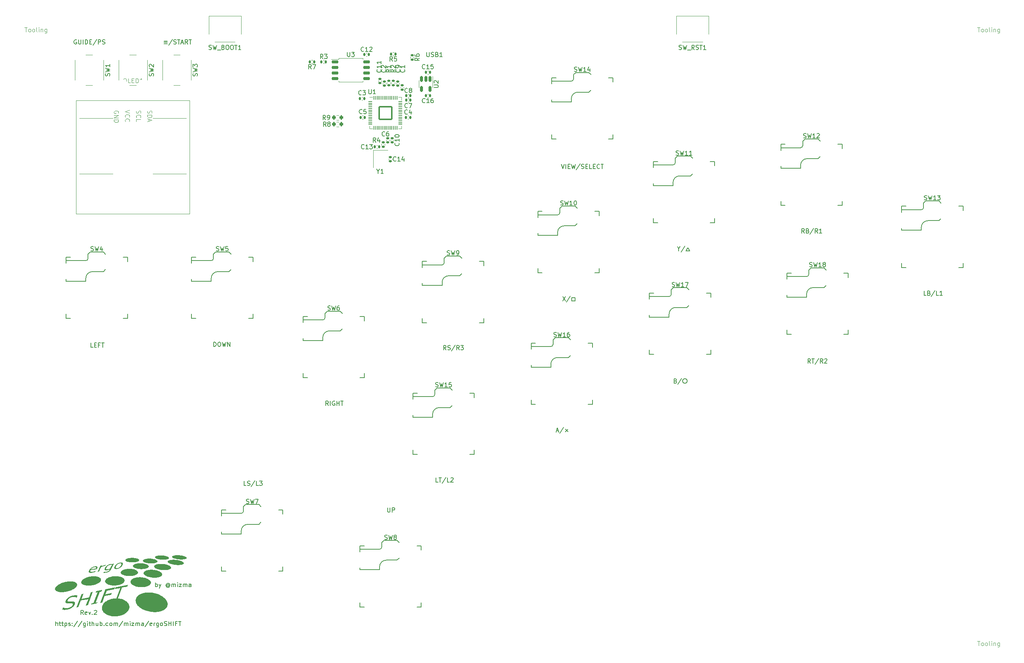
<source format=gto>
G04 #@! TF.GenerationSoftware,KiCad,Pcbnew,7.0.9*
G04 #@! TF.CreationDate,2023-12-23T20:10:05+09:00*
G04 #@! TF.ProjectId,ergoSHIFT-rev2-kicad,6572676f-5348-4494-9654-2d726576322d,rev?*
G04 #@! TF.SameCoordinates,Original*
G04 #@! TF.FileFunction,Legend,Top*
G04 #@! TF.FilePolarity,Positive*
%FSLAX46Y46*%
G04 Gerber Fmt 4.6, Leading zero omitted, Abs format (unit mm)*
G04 Created by KiCad (PCBNEW 7.0.9) date 2023-12-23 20:10:05*
%MOMM*%
%LPD*%
G01*
G04 APERTURE LIST*
G04 Aperture macros list*
%AMRoundRect*
0 Rectangle with rounded corners*
0 $1 Rounding radius*
0 $2 $3 $4 $5 $6 $7 $8 $9 X,Y pos of 4 corners*
0 Add a 4 corners polygon primitive as box body*
4,1,4,$2,$3,$4,$5,$6,$7,$8,$9,$2,$3,0*
0 Add four circle primitives for the rounded corners*
1,1,$1+$1,$2,$3*
1,1,$1+$1,$4,$5*
1,1,$1+$1,$6,$7*
1,1,$1+$1,$8,$9*
0 Add four rect primitives between the rounded corners*
20,1,$1+$1,$2,$3,$4,$5,0*
20,1,$1+$1,$4,$5,$6,$7,0*
20,1,$1+$1,$6,$7,$8,$9,0*
20,1,$1+$1,$8,$9,$2,$3,0*%
G04 Aperture macros list end*
%ADD10C,0.000000*%
%ADD11C,0.150000*%
%ADD12C,0.100000*%
%ADD13C,0.120000*%
%ADD14C,0.650000*%
%ADD15R,0.600000X1.450000*%
%ADD16R,0.300000X1.450000*%
%ADD17O,1.000000X2.100000*%
%ADD18O,1.000000X1.600000*%
%ADD19C,1.524000*%
%ADD20C,1.800000*%
%ADD21RoundRect,0.140000X0.140000X0.170000X-0.140000X0.170000X-0.140000X-0.170000X0.140000X-0.170000X0*%
%ADD22C,1.701800*%
%ADD23C,3.000000*%
%ADD24C,3.429000*%
%ADD25C,2.032000*%
%ADD26R,2.600000X2.600000*%
%ADD27RoundRect,0.140000X-0.140000X-0.170000X0.140000X-0.170000X0.140000X0.170000X-0.140000X0.170000X0*%
%ADD28C,1.448000*%
%ADD29C,1.500000*%
%ADD30RoundRect,0.140000X0.170000X-0.140000X0.170000X0.140000X-0.170000X0.140000X-0.170000X-0.140000X0*%
%ADD31RoundRect,0.150000X-0.650000X-0.150000X0.650000X-0.150000X0.650000X0.150000X-0.650000X0.150000X0*%
%ADD32C,2.000000*%
%ADD33RoundRect,0.140000X-0.170000X0.140000X-0.170000X-0.140000X0.170000X-0.140000X0.170000X0.140000X0*%
%ADD34RoundRect,0.135000X0.135000X0.185000X-0.135000X0.185000X-0.135000X-0.185000X0.135000X-0.185000X0*%
%ADD35RoundRect,0.135000X-0.185000X0.135000X-0.185000X-0.135000X0.185000X-0.135000X0.185000X0.135000X0*%
%ADD36RoundRect,0.135000X0.185000X-0.135000X0.185000X0.135000X-0.185000X0.135000X-0.185000X-0.135000X0*%
%ADD37RoundRect,0.050000X-0.387500X-0.050000X0.387500X-0.050000X0.387500X0.050000X-0.387500X0.050000X0*%
%ADD38RoundRect,0.050000X-0.050000X-0.387500X0.050000X-0.387500X0.050000X0.387500X-0.050000X0.387500X0*%
%ADD39RoundRect,0.144000X-1.456000X-1.456000X1.456000X-1.456000X1.456000X1.456000X-1.456000X1.456000X0*%
%ADD40RoundRect,0.200000X-0.200000X-0.275000X0.200000X-0.275000X0.200000X0.275000X-0.200000X0.275000X0*%
%ADD41RoundRect,0.200000X0.200000X0.275000X-0.200000X0.275000X-0.200000X-0.275000X0.200000X-0.275000X0*%
%ADD42RoundRect,0.150000X-0.150000X0.512500X-0.150000X-0.512500X0.150000X-0.512500X0.150000X0.512500X0*%
%ADD43R,1.200000X1.400000*%
%ADD44RoundRect,0.135000X-0.135000X-0.185000X0.135000X-0.185000X0.135000X0.185000X-0.135000X0.185000X0*%
G04 APERTURE END LIST*
D10*
G36*
X78740067Y-180996798D02*
G01*
X77532792Y-181234028D01*
X76502979Y-183943784D01*
X76053657Y-184032077D01*
X77083471Y-181322322D01*
X75876195Y-181559552D01*
X76014238Y-181196324D01*
X78878109Y-180633571D01*
X78740067Y-180996798D01*
G37*
G36*
X86507177Y-173892171D02*
G01*
X86670237Y-173900625D01*
X86832963Y-173914055D01*
X86990659Y-173931982D01*
X87142543Y-173954111D01*
X87287829Y-173980145D01*
X87425732Y-174009790D01*
X87555469Y-174042749D01*
X87676254Y-174078725D01*
X87787303Y-174117423D01*
X87887831Y-174158547D01*
X87977055Y-174201801D01*
X88054188Y-174246889D01*
X88118447Y-174293515D01*
X88169047Y-174341383D01*
X88205204Y-174390197D01*
X88217621Y-174414866D01*
X88226133Y-174439660D01*
X88230641Y-174464543D01*
X88231049Y-174489478D01*
X88227310Y-174514134D01*
X88219514Y-174538191D01*
X88207763Y-174561624D01*
X88192158Y-174584411D01*
X88172802Y-174606528D01*
X88149798Y-174627951D01*
X88123246Y-174648657D01*
X88093250Y-174668622D01*
X88059912Y-174687822D01*
X88023333Y-174706235D01*
X87983615Y-174723836D01*
X87940862Y-174740602D01*
X87895175Y-174756510D01*
X87846656Y-174771535D01*
X87795407Y-174785655D01*
X87741530Y-174798846D01*
X87626303Y-174822345D01*
X87501792Y-174841845D01*
X87368813Y-174857157D01*
X87228183Y-174868092D01*
X87080721Y-174874463D01*
X86927242Y-174876081D01*
X86768564Y-174872757D01*
X86605503Y-174864303D01*
X86442777Y-174850874D01*
X86285080Y-174832947D01*
X86133196Y-174810818D01*
X85987910Y-174784783D01*
X85850007Y-174755138D01*
X85720270Y-174722180D01*
X85599485Y-174686203D01*
X85488437Y-174647505D01*
X85387909Y-174606381D01*
X85298686Y-174563127D01*
X85221553Y-174518039D01*
X85157294Y-174471413D01*
X85106694Y-174423545D01*
X85070538Y-174374731D01*
X85058121Y-174350062D01*
X85049609Y-174325267D01*
X85045101Y-174300384D01*
X85044693Y-174275450D01*
X85048432Y-174250794D01*
X85056228Y-174226737D01*
X85067979Y-174203304D01*
X85083583Y-174180517D01*
X85102939Y-174158400D01*
X85125943Y-174136977D01*
X85152495Y-174116271D01*
X85182491Y-174096306D01*
X85215829Y-174077106D01*
X85252408Y-174058693D01*
X85292125Y-174041092D01*
X85334878Y-174024326D01*
X85380566Y-174008418D01*
X85429085Y-173993392D01*
X85480333Y-173979273D01*
X85534210Y-173966082D01*
X85649436Y-173942583D01*
X85773948Y-173923083D01*
X85906927Y-173907771D01*
X86047556Y-173896836D01*
X86195019Y-173890465D01*
X86348498Y-173888847D01*
X86507177Y-173892171D01*
G37*
G36*
X75749109Y-181584523D02*
G01*
X74040316Y-181920302D01*
X73710900Y-182787095D01*
X75179146Y-182498582D01*
X75041106Y-182861810D01*
X73572859Y-183150321D01*
X73010500Y-184630058D01*
X72561179Y-184718351D01*
X73729033Y-181645369D01*
X75887147Y-181221297D01*
X75749109Y-181584523D01*
G37*
G36*
X66960980Y-182995764D02*
G01*
X67025712Y-182998620D01*
X67087973Y-183002797D01*
X67147763Y-183008295D01*
X67205083Y-183015114D01*
X67259932Y-183023254D01*
X67312311Y-183032716D01*
X67362218Y-183043498D01*
X67178687Y-183526424D01*
X67146917Y-183532669D01*
X67129309Y-183519128D01*
X67110591Y-183506178D01*
X67090762Y-183493820D01*
X67069822Y-183482053D01*
X67047772Y-183470877D01*
X67024612Y-183460293D01*
X67000340Y-183450299D01*
X66974959Y-183440897D01*
X66948466Y-183432086D01*
X66920863Y-183423866D01*
X66892150Y-183416237D01*
X66862326Y-183409200D01*
X66831392Y-183402754D01*
X66799347Y-183396899D01*
X66766191Y-183391635D01*
X66731925Y-183386962D01*
X66697276Y-183382671D01*
X66662209Y-183379178D01*
X66626724Y-183376484D01*
X66590820Y-183374587D01*
X66554499Y-183373489D01*
X66517759Y-183373189D01*
X66480600Y-183373687D01*
X66443024Y-183374984D01*
X66366616Y-183379972D01*
X66288536Y-183388154D01*
X66208783Y-183399528D01*
X66127357Y-183414096D01*
X66082602Y-183423383D01*
X66038541Y-183433518D01*
X65995176Y-183444501D01*
X65952505Y-183456333D01*
X65910529Y-183469012D01*
X65869247Y-183482540D01*
X65828661Y-183496915D01*
X65788769Y-183512139D01*
X65749572Y-183528211D01*
X65711070Y-183545131D01*
X65673262Y-183562899D01*
X65636150Y-183581516D01*
X65599732Y-183600980D01*
X65564009Y-183621293D01*
X65528981Y-183642454D01*
X65494648Y-183664463D01*
X65461680Y-183686979D01*
X65430182Y-183709773D01*
X65400152Y-183732846D01*
X65371592Y-183756197D01*
X65344501Y-183779827D01*
X65318879Y-183803734D01*
X65294726Y-183827920D01*
X65272042Y-183852384D01*
X65250827Y-183877127D01*
X65231081Y-183902147D01*
X65212805Y-183927446D01*
X65195998Y-183953023D01*
X65180659Y-183978879D01*
X65166790Y-184005012D01*
X65154390Y-184031424D01*
X65143459Y-184058115D01*
X65134890Y-184081700D01*
X65127416Y-184104473D01*
X65121038Y-184126434D01*
X65115757Y-184147583D01*
X65111572Y-184167920D01*
X65108482Y-184187445D01*
X65106489Y-184206157D01*
X65105592Y-184224058D01*
X65105791Y-184241146D01*
X65107086Y-184257422D01*
X65109478Y-184272886D01*
X65112965Y-184287538D01*
X65117548Y-184301378D01*
X65123228Y-184314405D01*
X65130004Y-184326620D01*
X65137875Y-184338024D01*
X65142266Y-184343440D01*
X65147019Y-184348692D01*
X65152133Y-184353780D01*
X65157610Y-184358703D01*
X65163448Y-184363462D01*
X65169648Y-184368057D01*
X65176210Y-184372487D01*
X65183133Y-184376753D01*
X65190419Y-184380855D01*
X65198066Y-184384792D01*
X65214447Y-184392174D01*
X65232274Y-184398898D01*
X65251549Y-184404965D01*
X65272272Y-184410375D01*
X65294442Y-184415127D01*
X65318059Y-184419222D01*
X65343124Y-184422659D01*
X65369636Y-184425439D01*
X65397596Y-184427561D01*
X65427003Y-184429026D01*
X65457857Y-184429834D01*
X65532350Y-184429279D01*
X65621572Y-184427262D01*
X65725524Y-184423783D01*
X65844206Y-184418842D01*
X65965098Y-184414302D01*
X66075678Y-184412028D01*
X66175949Y-184412019D01*
X66222218Y-184412864D01*
X66265910Y-184414276D01*
X66307819Y-184416879D01*
X66348000Y-184420494D01*
X66386451Y-184425120D01*
X66423172Y-184430757D01*
X66458164Y-184437405D01*
X66491426Y-184445065D01*
X66522959Y-184453736D01*
X66552762Y-184463418D01*
X66580835Y-184474111D01*
X66607179Y-184485816D01*
X66631794Y-184498532D01*
X66654679Y-184512259D01*
X66675834Y-184526997D01*
X66695260Y-184542747D01*
X66712956Y-184559508D01*
X66728923Y-184577280D01*
X66736234Y-184586598D01*
X66743063Y-184596276D01*
X66749412Y-184606313D01*
X66755279Y-184616709D01*
X66760666Y-184627465D01*
X66765571Y-184638580D01*
X66769995Y-184650054D01*
X66773938Y-184661888D01*
X66777400Y-184674081D01*
X66780381Y-184686633D01*
X66782881Y-184699545D01*
X66784900Y-184712816D01*
X66786438Y-184726447D01*
X66787494Y-184740437D01*
X66788164Y-184769495D01*
X66786910Y-184799990D01*
X66783732Y-184831922D01*
X66778629Y-184865292D01*
X66771602Y-184900099D01*
X66762650Y-184936344D01*
X66751775Y-184974026D01*
X66738975Y-185013146D01*
X66724250Y-185053703D01*
X66715364Y-185076200D01*
X66705763Y-185098810D01*
X66695447Y-185121530D01*
X66684416Y-185144361D01*
X66672670Y-185167303D01*
X66660210Y-185190355D01*
X66647036Y-185213518D01*
X66633147Y-185236791D01*
X66618543Y-185260175D01*
X66603224Y-185283669D01*
X66587191Y-185307274D01*
X66570443Y-185330990D01*
X66552980Y-185354816D01*
X66534803Y-185378752D01*
X66515911Y-185402800D01*
X66496305Y-185426958D01*
X66476412Y-185450963D01*
X66456093Y-185474664D01*
X66435348Y-185498060D01*
X66414178Y-185521153D01*
X66392582Y-185543941D01*
X66370560Y-185566425D01*
X66348113Y-185588605D01*
X66325240Y-185610480D01*
X66301941Y-185632051D01*
X66278217Y-185653318D01*
X66254066Y-185674281D01*
X66229490Y-185694939D01*
X66204488Y-185715294D01*
X66179061Y-185735344D01*
X66153208Y-185755090D01*
X66126929Y-185774532D01*
X66068379Y-185815756D01*
X66008601Y-185855551D01*
X65947594Y-185893916D01*
X65885359Y-185930852D01*
X65821896Y-185966358D01*
X65757204Y-186000434D01*
X65691284Y-186033081D01*
X65624135Y-186064298D01*
X65555820Y-186093836D01*
X65485267Y-186121664D01*
X65412476Y-186147784D01*
X65337448Y-186172195D01*
X65260182Y-186194897D01*
X65180677Y-186215891D01*
X65098935Y-186235176D01*
X65014955Y-186252752D01*
X64925117Y-186269509D01*
X64838284Y-186283886D01*
X64754456Y-186295883D01*
X64673632Y-186305499D01*
X64595814Y-186312734D01*
X64520999Y-186317588D01*
X64449190Y-186320061D01*
X64380385Y-186320154D01*
X64313827Y-186318045D01*
X64247625Y-186314136D01*
X64181780Y-186308426D01*
X64116290Y-186300915D01*
X64051157Y-186291603D01*
X63986381Y-186280490D01*
X63921961Y-186267577D01*
X63857897Y-186252862D01*
X64052409Y-185741043D01*
X64084180Y-185734800D01*
X64107460Y-185752343D01*
X64131625Y-185769070D01*
X64156673Y-185784983D01*
X64182605Y-185800080D01*
X64209422Y-185814363D01*
X64237122Y-185827830D01*
X64265706Y-185840482D01*
X64295175Y-185852318D01*
X64325527Y-185863340D01*
X64356763Y-185873546D01*
X64388884Y-185882937D01*
X64421888Y-185891513D01*
X64455776Y-185899273D01*
X64490549Y-185906218D01*
X64526205Y-185912348D01*
X64562745Y-185917663D01*
X64636696Y-185925959D01*
X64710621Y-185931215D01*
X64784519Y-185933434D01*
X64858391Y-185932614D01*
X64932236Y-185928755D01*
X65006055Y-185921859D01*
X65079848Y-185911923D01*
X65153614Y-185898950D01*
X65205292Y-185888281D01*
X65255940Y-185876784D01*
X65305557Y-185864461D01*
X65354142Y-185851311D01*
X65401697Y-185837334D01*
X65448221Y-185822530D01*
X65493713Y-185806899D01*
X65538175Y-185790442D01*
X65581606Y-185773157D01*
X65624006Y-185755046D01*
X65665375Y-185736108D01*
X65705713Y-185716343D01*
X65745020Y-185695751D01*
X65783296Y-185674332D01*
X65820541Y-185652087D01*
X65856755Y-185629014D01*
X65891965Y-185605282D01*
X65925631Y-185581166D01*
X65957752Y-185556668D01*
X65988330Y-185531787D01*
X66017363Y-185506523D01*
X66044852Y-185480876D01*
X66070797Y-185454846D01*
X66095197Y-185428434D01*
X66118053Y-185401638D01*
X66139365Y-185374460D01*
X66159133Y-185346899D01*
X66177357Y-185318955D01*
X66194036Y-185290628D01*
X66209171Y-185261918D01*
X66222762Y-185232825D01*
X66234809Y-185203350D01*
X66243922Y-185178314D01*
X66251847Y-185154289D01*
X66258584Y-185131272D01*
X66264135Y-185109264D01*
X66268498Y-185088266D01*
X66271673Y-185068276D01*
X66273661Y-185049296D01*
X66274462Y-185031325D01*
X66274076Y-185014363D01*
X66272502Y-184998410D01*
X66269741Y-184983467D01*
X66265792Y-184969533D01*
X66260656Y-184956607D01*
X66254333Y-184944691D01*
X66246822Y-184933784D01*
X66238124Y-184923887D01*
X66228600Y-184914695D01*
X66218043Y-184906020D01*
X66206453Y-184897861D01*
X66193830Y-184890219D01*
X66180174Y-184883093D01*
X66165486Y-184876483D01*
X66149764Y-184870389D01*
X66133010Y-184864812D01*
X66115223Y-184859751D01*
X66096402Y-184855206D01*
X66076549Y-184851178D01*
X66055663Y-184847665D01*
X66033744Y-184844669D01*
X66010793Y-184842190D01*
X65986808Y-184840226D01*
X65961791Y-184838779D01*
X65922616Y-184837138D01*
X65882348Y-184836130D01*
X65840986Y-184835754D01*
X65798531Y-184836010D01*
X65754982Y-184836898D01*
X65710340Y-184838419D01*
X65664605Y-184840573D01*
X65617776Y-184843358D01*
X65522941Y-184848746D01*
X65425673Y-184852940D01*
X65325972Y-184855941D01*
X65223836Y-184857749D01*
X65172873Y-184857298D01*
X65124080Y-184855540D01*
X65077457Y-184852475D01*
X65033004Y-184848103D01*
X64990721Y-184842425D01*
X64950608Y-184835440D01*
X64912664Y-184827149D01*
X64876891Y-184817551D01*
X64843287Y-184806646D01*
X64811853Y-184794435D01*
X64782589Y-184780917D01*
X64755495Y-184766093D01*
X64730570Y-184749962D01*
X64707816Y-184732524D01*
X64687231Y-184713780D01*
X64668816Y-184693729D01*
X64660600Y-184683056D01*
X64652897Y-184672054D01*
X64645710Y-184660723D01*
X64639036Y-184649064D01*
X64632878Y-184637076D01*
X64627233Y-184624760D01*
X64622104Y-184612115D01*
X64617489Y-184599141D01*
X64613388Y-184585839D01*
X64609802Y-184572208D01*
X64606730Y-184558248D01*
X64604173Y-184543960D01*
X64600602Y-184514398D01*
X64599090Y-184483522D01*
X64599635Y-184451331D01*
X64602239Y-184417825D01*
X64606900Y-184383005D01*
X64613620Y-184346871D01*
X64622398Y-184309422D01*
X64633233Y-184270658D01*
X64646127Y-184230580D01*
X64661078Y-184189188D01*
X64680604Y-184141219D01*
X64702514Y-184093797D01*
X64726809Y-184046921D01*
X64753488Y-184000591D01*
X64782552Y-183954806D01*
X64814000Y-183909568D01*
X64847833Y-183864876D01*
X64884050Y-183820729D01*
X64922652Y-183777129D01*
X64963638Y-183734074D01*
X65007009Y-183691566D01*
X65052765Y-183649603D01*
X65100905Y-183608187D01*
X65151429Y-183567316D01*
X65204338Y-183526991D01*
X65259632Y-183487213D01*
X65316602Y-183448268D01*
X65374343Y-183410962D01*
X65432856Y-183375295D01*
X65492140Y-183341266D01*
X65552197Y-183308877D01*
X65613025Y-183278126D01*
X65674624Y-183249013D01*
X65736995Y-183221539D01*
X65800138Y-183195704D01*
X65864053Y-183171508D01*
X65928739Y-183148951D01*
X65994197Y-183128032D01*
X66060427Y-183108751D01*
X66127428Y-183091110D01*
X66195201Y-183075107D01*
X66263746Y-183060743D01*
X66351527Y-183044389D01*
X66436729Y-183030332D01*
X66519352Y-183018573D01*
X66599395Y-183009110D01*
X66676859Y-183001944D01*
X66751745Y-182997076D01*
X66824051Y-182994504D01*
X66893777Y-182994230D01*
X66960980Y-182995764D01*
G37*
G36*
X72845057Y-182109340D02*
G01*
X72402541Y-182196294D01*
X71473116Y-184641885D01*
X71915636Y-184554931D01*
X71796419Y-184868627D01*
X70462061Y-185130828D01*
X70581277Y-184817132D01*
X71023795Y-184730178D01*
X71953219Y-182284587D01*
X71510699Y-182371541D01*
X71629916Y-182057846D01*
X72964274Y-181795645D01*
X72845057Y-182109340D01*
G37*
G36*
X86635651Y-175831503D02*
G01*
X86832878Y-175845378D01*
X87029447Y-175866357D01*
X87219690Y-175893707D01*
X87402672Y-175926995D01*
X87577457Y-175965791D01*
X87743109Y-176009662D01*
X87898692Y-176058178D01*
X88043271Y-176110907D01*
X88175908Y-176167417D01*
X88295669Y-176227276D01*
X88401618Y-176290054D01*
X88492818Y-176355319D01*
X88568333Y-176422639D01*
X88627228Y-176491582D01*
X88650151Y-176526528D01*
X88668567Y-176561718D01*
X88682360Y-176597098D01*
X88691414Y-176632615D01*
X88695610Y-176668213D01*
X88694832Y-176703840D01*
X88689043Y-176739024D01*
X88678366Y-176773306D01*
X88662926Y-176806654D01*
X88642848Y-176839037D01*
X88618257Y-176870420D01*
X88589279Y-176900772D01*
X88556038Y-176930061D01*
X88518659Y-176958253D01*
X88477267Y-176985316D01*
X88431988Y-177011218D01*
X88382946Y-177035926D01*
X88330266Y-177059407D01*
X88274074Y-177081630D01*
X88214493Y-177102561D01*
X88151650Y-177122168D01*
X88085670Y-177140419D01*
X88016677Y-177157281D01*
X87944796Y-177172721D01*
X87870152Y-177186707D01*
X87792871Y-177199207D01*
X87630895Y-177219616D01*
X87459869Y-177233689D01*
X87280793Y-177241165D01*
X87094666Y-177241784D01*
X86902489Y-177235286D01*
X86705262Y-177221411D01*
X86508693Y-177200432D01*
X86318449Y-177173083D01*
X86135467Y-177139795D01*
X85960682Y-177100999D01*
X85795030Y-177057127D01*
X85639446Y-177008612D01*
X85494868Y-176955883D01*
X85362230Y-176899373D01*
X85242469Y-176839514D01*
X85136520Y-176776736D01*
X85045321Y-176711471D01*
X84969805Y-176644151D01*
X84910910Y-176575208D01*
X84887987Y-176540262D01*
X84869571Y-176505072D01*
X84855778Y-176469692D01*
X84846724Y-176434175D01*
X84842528Y-176398576D01*
X84843306Y-176362949D01*
X84849095Y-176327766D01*
X84859772Y-176293484D01*
X84875212Y-176260135D01*
X84895290Y-176227753D01*
X84919881Y-176196369D01*
X84948859Y-176166017D01*
X84982100Y-176136729D01*
X85019479Y-176108537D01*
X85060870Y-176081473D01*
X85106150Y-176055572D01*
X85155192Y-176030864D01*
X85207872Y-176007382D01*
X85264064Y-175985159D01*
X85323644Y-175964228D01*
X85386487Y-175944621D01*
X85452468Y-175926370D01*
X85521461Y-175909509D01*
X85593342Y-175894069D01*
X85667986Y-175880082D01*
X85745267Y-175867583D01*
X85907243Y-175847174D01*
X86078269Y-175833101D01*
X86257346Y-175825625D01*
X86443473Y-175825005D01*
X86635651Y-175831503D01*
G37*
G36*
X65980394Y-179823296D02*
G01*
X66184702Y-179842270D01*
X66375420Y-179872274D01*
X66551188Y-179913045D01*
X66710648Y-179964322D01*
X66852441Y-180025841D01*
X66975207Y-180097340D01*
X67077588Y-180178557D01*
X67120709Y-180222727D01*
X67158225Y-180269229D01*
X67189964Y-180318028D01*
X67215758Y-180369093D01*
X67235436Y-180422391D01*
X67248829Y-180477889D01*
X67255699Y-180534871D01*
X67256017Y-180592577D01*
X67249928Y-180650902D01*
X67237579Y-180709741D01*
X67219114Y-180768989D01*
X67194677Y-180828543D01*
X67164415Y-180888296D01*
X67128472Y-180948146D01*
X67086994Y-181007988D01*
X67040125Y-181067716D01*
X66988011Y-181127227D01*
X66930797Y-181186416D01*
X66868628Y-181245178D01*
X66801650Y-181303409D01*
X66730006Y-181361004D01*
X66653843Y-181417858D01*
X66573305Y-181473869D01*
X66488538Y-181528929D01*
X66399687Y-181582936D01*
X66306897Y-181635785D01*
X66210313Y-181687370D01*
X66110080Y-181737588D01*
X66006343Y-181786334D01*
X65899248Y-181833504D01*
X65788940Y-181878993D01*
X65675563Y-181922696D01*
X65559263Y-181964509D01*
X65440185Y-182004327D01*
X65318474Y-182042046D01*
X65194275Y-182077561D01*
X65067734Y-182110769D01*
X64938995Y-182141563D01*
X64681683Y-182194279D01*
X64429806Y-182234391D01*
X64184726Y-182262161D01*
X63947800Y-182277851D01*
X63720388Y-182281724D01*
X63503848Y-182274043D01*
X63299540Y-182255069D01*
X63108822Y-182225065D01*
X62933053Y-182184293D01*
X62773593Y-182133017D01*
X62631801Y-182071498D01*
X62509035Y-181999999D01*
X62406654Y-181918782D01*
X62363532Y-181874612D01*
X62326017Y-181828110D01*
X62294277Y-181779311D01*
X62268484Y-181728246D01*
X62248805Y-181674948D01*
X62235412Y-181619451D01*
X62228543Y-181562468D01*
X62228225Y-181504762D01*
X62234313Y-181446437D01*
X62246663Y-181387598D01*
X62265128Y-181328349D01*
X62289565Y-181268796D01*
X62319827Y-181209042D01*
X62355770Y-181149192D01*
X62397248Y-181089350D01*
X62444117Y-181029622D01*
X62496230Y-180970111D01*
X62553445Y-180910922D01*
X62615614Y-180852160D01*
X62682592Y-180793930D01*
X62754236Y-180736335D01*
X62830399Y-180679480D01*
X62910937Y-180623470D01*
X62995704Y-180568409D01*
X63084555Y-180514402D01*
X63177345Y-180461554D01*
X63273929Y-180409968D01*
X63374162Y-180359750D01*
X63477899Y-180311004D01*
X63584994Y-180263834D01*
X63695302Y-180218346D01*
X63808679Y-180174643D01*
X63924979Y-180132830D01*
X64044057Y-180093012D01*
X64165768Y-180055293D01*
X64289966Y-180019777D01*
X64416507Y-179986570D01*
X64545246Y-179955776D01*
X64802559Y-179903059D01*
X65054435Y-179862947D01*
X65299516Y-179835177D01*
X65536442Y-179819487D01*
X65763854Y-179815614D01*
X65980394Y-179823296D01*
G37*
G36*
X75053896Y-177000894D02*
G01*
X75031152Y-177044722D01*
X75007408Y-177087336D01*
X74982665Y-177128737D01*
X74956923Y-177168924D01*
X74930181Y-177207898D01*
X74902441Y-177245658D01*
X74873701Y-177282205D01*
X74843963Y-177317538D01*
X74813225Y-177351658D01*
X74781488Y-177384564D01*
X74748751Y-177416256D01*
X74715016Y-177446735D01*
X74680281Y-177476000D01*
X74644547Y-177504052D01*
X74607814Y-177530891D01*
X74570082Y-177556515D01*
X74531239Y-177581025D01*
X74491174Y-177604518D01*
X74449888Y-177626993D01*
X74407379Y-177648451D01*
X74363648Y-177668892D01*
X74318695Y-177688316D01*
X74272521Y-177706722D01*
X74225124Y-177724112D01*
X74176505Y-177740484D01*
X74126665Y-177755839D01*
X74075602Y-177770177D01*
X74023317Y-177783498D01*
X73969811Y-177795801D01*
X73915082Y-177807088D01*
X73859131Y-177817357D01*
X73801958Y-177826609D01*
X73763815Y-177832146D01*
X73726141Y-177837141D01*
X73688938Y-177841596D01*
X73652205Y-177845509D01*
X73615941Y-177848882D01*
X73580149Y-177851713D01*
X73544826Y-177854003D01*
X73509974Y-177855752D01*
X73475793Y-177857255D01*
X73441934Y-177858312D01*
X73408399Y-177858921D01*
X73375188Y-177859084D01*
X73342299Y-177858801D01*
X73309734Y-177858071D01*
X73277491Y-177856894D01*
X73245571Y-177855271D01*
X73365883Y-177614947D01*
X73383131Y-177612337D01*
X73401525Y-177614904D01*
X73422673Y-177617344D01*
X73446574Y-177619656D01*
X73473230Y-177621841D01*
X73502639Y-177623899D01*
X73534803Y-177625828D01*
X73569721Y-177627631D01*
X73607394Y-177629306D01*
X73646551Y-177630701D01*
X73686237Y-177631041D01*
X73726452Y-177630324D01*
X73767195Y-177628552D01*
X73808467Y-177625723D01*
X73850268Y-177621838D01*
X73892597Y-177616897D01*
X73935454Y-177610900D01*
X73976187Y-177604320D01*
X74015592Y-177597110D01*
X74053668Y-177589270D01*
X74090416Y-177580799D01*
X74125835Y-177571698D01*
X74159926Y-177561966D01*
X74192689Y-177551604D01*
X74224123Y-177540612D01*
X74254315Y-177529066D01*
X74283350Y-177517044D01*
X74311229Y-177504547D01*
X74337950Y-177491574D01*
X74363515Y-177478125D01*
X74387922Y-177464201D01*
X74411173Y-177449801D01*
X74433266Y-177434926D01*
X74454086Y-177420207D01*
X74474141Y-177405025D01*
X74483882Y-177397261D01*
X74493432Y-177389381D01*
X74502790Y-177381385D01*
X74511957Y-177373274D01*
X74520933Y-177365046D01*
X74529718Y-177356704D01*
X74538312Y-177348245D01*
X74546715Y-177339671D01*
X74554926Y-177330981D01*
X74562946Y-177322175D01*
X74570775Y-177313254D01*
X74578413Y-177304217D01*
X74593222Y-177285834D01*
X74607476Y-177267066D01*
X74621175Y-177247911D01*
X74634321Y-177228370D01*
X74646913Y-177208443D01*
X74658950Y-177188130D01*
X74670433Y-177167431D01*
X74681363Y-177146345D01*
X74745278Y-177018673D01*
X74698493Y-177044805D01*
X74652751Y-177069549D01*
X74608052Y-177092907D01*
X74564397Y-177114878D01*
X74521784Y-177135461D01*
X74480214Y-177154658D01*
X74439688Y-177172467D01*
X74400204Y-177188889D01*
X74360995Y-177203770D01*
X74320114Y-177217711D01*
X74277562Y-177230711D01*
X74233337Y-177242771D01*
X74187441Y-177253891D01*
X74139872Y-177264072D01*
X74090632Y-177273312D01*
X74039721Y-177281612D01*
X73997504Y-177287350D01*
X73957097Y-177291512D01*
X73918500Y-177294098D01*
X73881712Y-177295110D01*
X73846735Y-177294546D01*
X73813568Y-177292406D01*
X73782210Y-177288691D01*
X73752663Y-177283401D01*
X73724925Y-177276536D01*
X73698998Y-177268095D01*
X73674880Y-177258079D01*
X73652572Y-177246487D01*
X73632074Y-177233320D01*
X73613386Y-177218578D01*
X73596508Y-177202261D01*
X73581440Y-177184368D01*
X73574775Y-177174759D01*
X73568648Y-177164802D01*
X73563060Y-177154497D01*
X73558011Y-177143844D01*
X73553500Y-177132843D01*
X73549528Y-177121493D01*
X73546094Y-177109796D01*
X73543199Y-177097750D01*
X73540843Y-177085356D01*
X73539025Y-177072615D01*
X73537745Y-177059524D01*
X73537005Y-177046086D01*
X73536803Y-177032300D01*
X73537139Y-177018166D01*
X73539428Y-176988852D01*
X73543871Y-176958147D01*
X73550469Y-176926048D01*
X73554622Y-176910154D01*
X73891212Y-176910154D01*
X73891837Y-176927788D01*
X73893798Y-176944397D01*
X73897093Y-176959981D01*
X73901723Y-176974541D01*
X73907688Y-176988077D01*
X73911211Y-176994448D01*
X73915144Y-177000538D01*
X73919490Y-177006346D01*
X73924248Y-177011872D01*
X73929417Y-177017117D01*
X73934998Y-177022081D01*
X73940991Y-177026763D01*
X73947396Y-177031164D01*
X73954212Y-177035283D01*
X73961441Y-177039120D01*
X73969081Y-177042676D01*
X73977133Y-177045951D01*
X73985597Y-177048944D01*
X73994473Y-177051656D01*
X74003761Y-177054086D01*
X74013460Y-177056235D01*
X74023571Y-177058102D01*
X74034094Y-177059688D01*
X74045029Y-177060992D01*
X74056376Y-177062014D01*
X74068134Y-177062756D01*
X74080305Y-177063215D01*
X74092887Y-177063394D01*
X74105881Y-177063290D01*
X74133104Y-177062239D01*
X74161975Y-177060063D01*
X74192492Y-177056760D01*
X74224657Y-177052331D01*
X74260322Y-177046374D01*
X74296593Y-177039204D01*
X74333471Y-177030822D01*
X74370956Y-177021227D01*
X74409048Y-177010420D01*
X74447746Y-176998400D01*
X74487052Y-176985168D01*
X74526965Y-176970723D01*
X74567597Y-176954941D01*
X74607886Y-176938451D01*
X74647831Y-176921253D01*
X74687434Y-176903349D01*
X74726693Y-176884737D01*
X74765609Y-176865418D01*
X74804182Y-176845392D01*
X74842411Y-176824658D01*
X74842409Y-176824658D01*
X75224024Y-176062383D01*
X75197083Y-176056988D01*
X75170289Y-176052293D01*
X75143642Y-176048300D01*
X75117143Y-176045007D01*
X75090791Y-176042414D01*
X75064587Y-176040523D01*
X75038529Y-176039332D01*
X75012619Y-176038842D01*
X74987224Y-176038618D01*
X74961535Y-176038980D01*
X74935552Y-176039929D01*
X74909275Y-176041465D01*
X74882705Y-176043587D01*
X74855841Y-176046296D01*
X74828683Y-176049592D01*
X74801232Y-176053475D01*
X74768002Y-176058973D01*
X74735153Y-176065354D01*
X74702684Y-176072617D01*
X74670595Y-176080762D01*
X74638887Y-176089790D01*
X74607559Y-176099700D01*
X74576611Y-176110493D01*
X74546043Y-176122168D01*
X74515855Y-176134726D01*
X74486048Y-176148166D01*
X74456621Y-176162488D01*
X74427574Y-176177693D01*
X74398908Y-176193780D01*
X74370621Y-176210749D01*
X74342715Y-176228601D01*
X74315190Y-176247335D01*
X74288224Y-176266880D01*
X74261997Y-176287162D01*
X74236510Y-176308182D01*
X74211761Y-176329939D01*
X74187752Y-176352435D01*
X74164482Y-176375668D01*
X74141951Y-176399638D01*
X74120159Y-176424347D01*
X74099106Y-176449793D01*
X74078792Y-176475977D01*
X74059218Y-176502899D01*
X74040383Y-176530558D01*
X74022287Y-176558956D01*
X74004930Y-176588091D01*
X73988312Y-176617963D01*
X73972433Y-176648574D01*
X73958375Y-176677476D01*
X73945652Y-176705354D01*
X73934263Y-176732207D01*
X73924210Y-176758036D01*
X73915491Y-176782840D01*
X73908107Y-176806620D01*
X73902058Y-176829376D01*
X73897344Y-176851107D01*
X73893965Y-176871814D01*
X73891921Y-176891496D01*
X73891212Y-176910154D01*
X73554622Y-176910154D01*
X73559221Y-176892558D01*
X73570127Y-176857675D01*
X73583187Y-176821399D01*
X73598402Y-176783731D01*
X73615771Y-176744671D01*
X73635294Y-176704218D01*
X73658539Y-176659776D01*
X73683156Y-176616573D01*
X73695980Y-176595436D01*
X73709146Y-176574609D01*
X73722656Y-176554091D01*
X73736509Y-176533882D01*
X73750705Y-176513984D01*
X73765245Y-176494394D01*
X73780127Y-176475115D01*
X73795353Y-176456145D01*
X73810922Y-176437485D01*
X73826834Y-176419134D01*
X73843090Y-176401093D01*
X73859688Y-176383361D01*
X73894314Y-176348278D01*
X73929936Y-176314093D01*
X73966554Y-176280805D01*
X74004166Y-176248415D01*
X74042775Y-176216923D01*
X74082379Y-176186329D01*
X74122978Y-176156632D01*
X74164572Y-176127833D01*
X74204165Y-176101886D01*
X74244641Y-176076963D01*
X74286000Y-176053062D01*
X74328241Y-176030185D01*
X74371365Y-176008332D01*
X74415372Y-175987501D01*
X74460260Y-175967694D01*
X74506031Y-175948911D01*
X74551983Y-175931112D01*
X74597097Y-175914886D01*
X74641374Y-175900233D01*
X74684814Y-175887152D01*
X74727416Y-175875645D01*
X74769182Y-175865710D01*
X74810110Y-175857348D01*
X74850201Y-175850558D01*
X74890972Y-175844751D01*
X74929626Y-175839986D01*
X74966163Y-175836265D01*
X75000584Y-175833587D01*
X75032889Y-175831953D01*
X75063077Y-175831362D01*
X75091148Y-175831814D01*
X75117102Y-175833310D01*
X75142569Y-175835331D01*
X75168002Y-175838116D01*
X75193401Y-175841666D01*
X75218767Y-175845980D01*
X75244099Y-175851058D01*
X75269397Y-175856901D01*
X75294661Y-175863508D01*
X75319891Y-175870879D01*
X75370657Y-175807668D01*
X75674238Y-175761731D01*
X75053896Y-177000894D01*
G37*
G36*
X81736787Y-175673960D02*
G01*
X81829871Y-175676345D01*
X82014652Y-175686222D01*
X82193881Y-175702540D01*
X82366660Y-175724933D01*
X82532090Y-175753035D01*
X82689272Y-175786482D01*
X82837309Y-175824909D01*
X82975302Y-175867951D01*
X83102353Y-175915242D01*
X83217563Y-175966417D01*
X83320034Y-176021111D01*
X83408868Y-176078960D01*
X83483166Y-176139597D01*
X83542031Y-176202658D01*
X83565394Y-176234983D01*
X83584563Y-176267778D01*
X83599424Y-176300996D01*
X83609864Y-176334591D01*
X83615773Y-176368519D01*
X83617037Y-176402733D01*
X83613595Y-176436783D01*
X83605537Y-176470223D01*
X83592979Y-176503016D01*
X83576034Y-176535123D01*
X83554818Y-176566508D01*
X83529446Y-176597133D01*
X83500033Y-176626959D01*
X83466693Y-176655949D01*
X83429542Y-176684066D01*
X83388695Y-176711271D01*
X83344267Y-176737527D01*
X83296372Y-176762797D01*
X83245125Y-176787042D01*
X83190643Y-176810225D01*
X83133038Y-176832308D01*
X83072427Y-176853253D01*
X83008924Y-176873023D01*
X82942645Y-176891580D01*
X82873703Y-176908886D01*
X82802215Y-176924904D01*
X82728295Y-176939596D01*
X82652058Y-176952923D01*
X82573620Y-176964850D01*
X82493094Y-176975337D01*
X82410596Y-176984347D01*
X82326241Y-176991842D01*
X82240144Y-176997785D01*
X82152419Y-177002138D01*
X82063182Y-177004863D01*
X81972548Y-177005922D01*
X81880632Y-177005278D01*
X81787548Y-177002893D01*
X81602767Y-176993016D01*
X81423537Y-176976698D01*
X81250758Y-176954306D01*
X81085328Y-176926203D01*
X80928146Y-176892756D01*
X80780109Y-176854329D01*
X80642116Y-176811287D01*
X80515066Y-176763997D01*
X80399856Y-176712821D01*
X80297385Y-176658127D01*
X80208551Y-176600279D01*
X80134252Y-176539641D01*
X80075388Y-176476580D01*
X80052024Y-176444255D01*
X80032856Y-176411460D01*
X80017995Y-176378243D01*
X80007555Y-176344647D01*
X80001646Y-176310720D01*
X80000382Y-176276505D01*
X80003824Y-176242456D01*
X80011881Y-176209015D01*
X80024440Y-176176223D01*
X80041385Y-176144115D01*
X80062601Y-176112730D01*
X80087973Y-176082106D01*
X80117386Y-176052279D01*
X80150726Y-176023289D01*
X80187876Y-175995173D01*
X80228723Y-175967967D01*
X80273152Y-175941711D01*
X80321047Y-175916442D01*
X80372293Y-175892197D01*
X80426776Y-175869014D01*
X80484380Y-175846931D01*
X80544991Y-175825985D01*
X80608494Y-175806215D01*
X80674774Y-175787658D01*
X80743715Y-175770352D01*
X80815203Y-175754334D01*
X80889123Y-175739643D01*
X80965360Y-175726315D01*
X81043799Y-175714389D01*
X81124324Y-175703902D01*
X81206822Y-175694892D01*
X81291178Y-175687396D01*
X81377275Y-175681454D01*
X81464999Y-175677101D01*
X81554236Y-175674376D01*
X81644870Y-175673316D01*
X81736787Y-175673960D01*
G37*
G36*
X83965027Y-174618033D02*
G01*
X84135200Y-174628827D01*
X84300224Y-174644828D01*
X84459273Y-174665724D01*
X84611523Y-174691202D01*
X84756146Y-174720949D01*
X84892319Y-174754651D01*
X85019214Y-174791998D01*
X85136007Y-174832674D01*
X85241872Y-174876368D01*
X85335983Y-174922767D01*
X85417514Y-174971558D01*
X85485640Y-175022428D01*
X85539535Y-175075063D01*
X85560888Y-175101946D01*
X85578373Y-175129153D01*
X85591889Y-175156645D01*
X85601330Y-175184382D01*
X85606594Y-175212327D01*
X85607579Y-175240440D01*
X85604229Y-175268349D01*
X85596630Y-175295690D01*
X85584888Y-175322435D01*
X85569109Y-175348554D01*
X85549399Y-175374016D01*
X85525865Y-175398795D01*
X85498611Y-175422859D01*
X85467746Y-175446179D01*
X85433374Y-175468727D01*
X85395601Y-175490473D01*
X85354535Y-175511387D01*
X85310280Y-175531441D01*
X85262943Y-175550605D01*
X85212630Y-175568850D01*
X85159447Y-175586147D01*
X85103501Y-175602465D01*
X85044897Y-175617777D01*
X84983741Y-175632052D01*
X84854199Y-175657376D01*
X84715724Y-175678204D01*
X84569164Y-175694299D01*
X84415369Y-175705430D01*
X84255187Y-175711360D01*
X84089466Y-175711855D01*
X83919056Y-175706682D01*
X83748883Y-175695889D01*
X83583859Y-175679887D01*
X83424810Y-175658991D01*
X83272560Y-175633514D01*
X83127936Y-175603767D01*
X82991764Y-175570064D01*
X82864868Y-175532718D01*
X82748075Y-175492041D01*
X82642211Y-175448347D01*
X82548100Y-175401948D01*
X82466569Y-175353158D01*
X82398443Y-175302288D01*
X82344548Y-175249652D01*
X82323194Y-175222770D01*
X82305709Y-175195563D01*
X82292194Y-175168071D01*
X82282752Y-175140334D01*
X82277487Y-175112389D01*
X82276503Y-175084276D01*
X82279853Y-175056367D01*
X82287452Y-175029026D01*
X82299194Y-175002281D01*
X82314973Y-174976162D01*
X82334683Y-174950700D01*
X82358218Y-174925921D01*
X82385471Y-174901858D01*
X82416337Y-174878537D01*
X82450709Y-174855989D01*
X82488481Y-174834243D01*
X82529548Y-174813329D01*
X82573803Y-174793275D01*
X82621140Y-174774111D01*
X82671452Y-174755866D01*
X82724635Y-174738569D01*
X82780582Y-174722251D01*
X82839186Y-174706939D01*
X82900342Y-174692664D01*
X83029883Y-174667340D01*
X83168359Y-174646512D01*
X83314918Y-174630416D01*
X83468714Y-174619286D01*
X83628896Y-174613356D01*
X83794617Y-174612860D01*
X83965027Y-174618033D01*
G37*
G36*
X76557519Y-183708241D02*
G01*
X76860759Y-183739243D01*
X77152800Y-183789472D01*
X77432000Y-183858000D01*
X77696721Y-183943899D01*
X77945323Y-184046240D01*
X78176164Y-184164095D01*
X78387606Y-184296536D01*
X78578007Y-184442636D01*
X78745729Y-184601466D01*
X78820573Y-184685365D01*
X78889131Y-184772098D01*
X78951200Y-184861549D01*
X79006573Y-184953603D01*
X79055047Y-185048143D01*
X79096415Y-185145054D01*
X79130474Y-185244219D01*
X79157017Y-185345523D01*
X79175841Y-185448848D01*
X79186739Y-185554080D01*
X79189492Y-185659842D01*
X79184140Y-185764741D01*
X79170873Y-185868634D01*
X79149878Y-185971380D01*
X79121344Y-186072839D01*
X79085459Y-186172867D01*
X79042411Y-186271323D01*
X78992389Y-186368067D01*
X78935582Y-186462956D01*
X78872176Y-186555848D01*
X78802362Y-186646603D01*
X78726327Y-186735077D01*
X78644259Y-186821131D01*
X78556347Y-186904622D01*
X78462779Y-186985408D01*
X78363744Y-187063349D01*
X78259429Y-187138302D01*
X78150024Y-187210126D01*
X78035716Y-187278679D01*
X77916694Y-187343819D01*
X77793146Y-187405406D01*
X77665261Y-187463296D01*
X77533226Y-187517350D01*
X77397231Y-187567425D01*
X77257463Y-187613379D01*
X77114111Y-187655072D01*
X76967363Y-187692360D01*
X76817407Y-187725104D01*
X76664433Y-187753160D01*
X76508627Y-187776389D01*
X76350179Y-187794647D01*
X76189277Y-187807793D01*
X75868558Y-187818029D01*
X75555758Y-187807182D01*
X75252518Y-187776179D01*
X74960478Y-187725950D01*
X74681277Y-187657422D01*
X74416556Y-187571524D01*
X74167955Y-187469183D01*
X73937114Y-187351328D01*
X73725672Y-187218886D01*
X73535270Y-187072786D01*
X73367548Y-186913957D01*
X73292705Y-186830058D01*
X73224146Y-186743325D01*
X73162078Y-186653874D01*
X73106704Y-186561820D01*
X73058231Y-186467280D01*
X73016862Y-186370369D01*
X72982804Y-186271204D01*
X72956261Y-186169901D01*
X72937437Y-186066575D01*
X72926539Y-185961343D01*
X72923786Y-185855581D01*
X72929137Y-185750683D01*
X72942405Y-185646789D01*
X72963400Y-185544043D01*
X72991934Y-185442584D01*
X73027819Y-185342556D01*
X73070866Y-185244099D01*
X73120888Y-185147356D01*
X73177696Y-185052467D01*
X73241101Y-184959575D01*
X73310915Y-184868820D01*
X73386951Y-184780345D01*
X73469018Y-184694291D01*
X73556930Y-184610801D01*
X73650498Y-184530014D01*
X73749534Y-184452074D01*
X73853848Y-184377121D01*
X73963254Y-184305297D01*
X74077561Y-184236744D01*
X74196584Y-184171604D01*
X74320131Y-184110017D01*
X74448017Y-184052126D01*
X74580051Y-183998073D01*
X74716047Y-183947998D01*
X74855815Y-183902043D01*
X74999167Y-183860351D01*
X75145915Y-183823062D01*
X75295870Y-183790319D01*
X75448844Y-183762262D01*
X75604650Y-183739034D01*
X75763097Y-183720776D01*
X75923999Y-183707630D01*
X76244719Y-183697394D01*
X76557519Y-183708241D01*
G37*
G36*
X89474299Y-174885934D02*
G01*
X89657717Y-174896397D01*
X89845885Y-174913128D01*
X90033355Y-174935750D01*
X90214724Y-174963502D01*
X90389102Y-174996002D01*
X90555599Y-175032866D01*
X90713328Y-175073710D01*
X90861397Y-175118152D01*
X90998918Y-175165807D01*
X91125002Y-175216292D01*
X91238759Y-175269223D01*
X91339300Y-175324218D01*
X91425735Y-175380892D01*
X91497175Y-175438862D01*
X91552731Y-175497745D01*
X91574274Y-175527409D01*
X91591513Y-175557157D01*
X91604336Y-175586942D01*
X91612632Y-175616715D01*
X91616290Y-175646429D01*
X91615198Y-175676035D01*
X91609327Y-175705141D01*
X91598797Y-175733368D01*
X91583729Y-175760693D01*
X91564243Y-175787093D01*
X91540458Y-175812544D01*
X91512494Y-175837021D01*
X91480470Y-175860502D01*
X91444506Y-175882961D01*
X91404723Y-175904377D01*
X91361239Y-175924724D01*
X91314174Y-175943980D01*
X91263647Y-175962119D01*
X91209780Y-175979120D01*
X91152690Y-175994957D01*
X91092499Y-176009607D01*
X91029325Y-176023047D01*
X90894508Y-176046199D01*
X90749198Y-176064224D01*
X90594351Y-176076931D01*
X90430925Y-176084131D01*
X90259877Y-176085633D01*
X90082165Y-176081247D01*
X89898746Y-176070783D01*
X89710577Y-176054052D01*
X89523108Y-176031431D01*
X89341740Y-176003678D01*
X89167363Y-175971178D01*
X89000866Y-175934315D01*
X88843138Y-175893470D01*
X88695069Y-175849029D01*
X88557548Y-175801374D01*
X88431465Y-175750889D01*
X88317708Y-175697958D01*
X88217168Y-175642963D01*
X88130733Y-175586289D01*
X88059293Y-175528318D01*
X88003737Y-175469436D01*
X87982194Y-175439772D01*
X87964955Y-175410023D01*
X87952132Y-175380239D01*
X87943836Y-175350466D01*
X87940178Y-175320752D01*
X87941269Y-175291146D01*
X87947141Y-175262040D01*
X87957671Y-175233813D01*
X87972738Y-175206487D01*
X87992225Y-175180087D01*
X88016010Y-175154637D01*
X88043974Y-175130159D01*
X88075998Y-175106679D01*
X88111961Y-175084219D01*
X88151745Y-175062804D01*
X88195229Y-175042456D01*
X88242294Y-175023201D01*
X88292820Y-175005061D01*
X88346688Y-174988061D01*
X88403777Y-174972224D01*
X88463968Y-174957573D01*
X88527142Y-174944134D01*
X88661959Y-174920981D01*
X88807269Y-174902956D01*
X88962115Y-174890249D01*
X89125540Y-174883050D01*
X89296588Y-174881548D01*
X89474299Y-174885934D01*
G37*
G36*
X71174377Y-178646373D02*
G01*
X71378847Y-178657173D01*
X71573563Y-178677788D01*
X71757304Y-178707895D01*
X71928847Y-178747170D01*
X72086969Y-178795288D01*
X72230448Y-178851926D01*
X72358062Y-178916760D01*
X72468588Y-178989465D01*
X72560804Y-179069717D01*
X72599663Y-179112572D01*
X72633487Y-179157193D01*
X72662121Y-179203538D01*
X72685414Y-179251568D01*
X72703213Y-179301242D01*
X72715365Y-179352519D01*
X72721654Y-179404734D01*
X72722054Y-179457195D01*
X72716695Y-179509815D01*
X72705707Y-179562507D01*
X72689221Y-179615187D01*
X72667366Y-179667767D01*
X72640274Y-179720164D01*
X72608074Y-179772289D01*
X72570897Y-179824059D01*
X72528873Y-179875386D01*
X72482132Y-179926185D01*
X72430805Y-179976371D01*
X72375022Y-180025857D01*
X72314913Y-180074557D01*
X72250608Y-180122385D01*
X72182238Y-180169257D01*
X72109933Y-180215085D01*
X72033824Y-180259784D01*
X71954040Y-180303269D01*
X71870712Y-180345453D01*
X71783970Y-180386250D01*
X71693945Y-180425574D01*
X71600766Y-180463341D01*
X71504565Y-180499463D01*
X71405471Y-180533855D01*
X71303614Y-180566432D01*
X71199126Y-180597107D01*
X71092135Y-180625794D01*
X70982774Y-180652408D01*
X70871171Y-180676862D01*
X70757457Y-180699072D01*
X70641762Y-180718950D01*
X70410504Y-180750655D01*
X70184109Y-180771248D01*
X69963801Y-180781052D01*
X69750800Y-180780393D01*
X69546331Y-180769594D01*
X69351615Y-180748978D01*
X69167874Y-180718871D01*
X68996331Y-180679597D01*
X68838209Y-180631478D01*
X68694730Y-180574840D01*
X68567116Y-180510007D01*
X68456590Y-180437301D01*
X68364375Y-180357049D01*
X68325515Y-180314194D01*
X68291692Y-180269573D01*
X68263057Y-180223228D01*
X68239764Y-180175198D01*
X68221965Y-180125525D01*
X68209813Y-180074248D01*
X68203524Y-180022032D01*
X68203125Y-179969571D01*
X68208484Y-179916952D01*
X68219472Y-179864259D01*
X68235958Y-179811580D01*
X68257813Y-179758999D01*
X68284905Y-179706603D01*
X68317105Y-179654477D01*
X68354282Y-179602708D01*
X68396306Y-179551380D01*
X68443047Y-179500581D01*
X68494374Y-179450396D01*
X68550157Y-179400910D01*
X68610267Y-179352210D01*
X68674571Y-179304381D01*
X68742941Y-179257510D01*
X68815246Y-179211681D01*
X68891355Y-179166982D01*
X68971139Y-179123498D01*
X69054467Y-179081314D01*
X69141208Y-179040517D01*
X69231234Y-179001192D01*
X69324412Y-178963426D01*
X69420613Y-178927303D01*
X69519707Y-178892911D01*
X69621563Y-178860334D01*
X69726052Y-178829659D01*
X69833042Y-178800972D01*
X69942403Y-178774358D01*
X70054006Y-178749904D01*
X70167720Y-178727694D01*
X70283414Y-178707816D01*
X70514673Y-178676111D01*
X70741067Y-178655518D01*
X70961376Y-178645714D01*
X71174377Y-178646373D01*
G37*
G36*
X80018689Y-174446010D02*
G01*
X80175592Y-174453793D01*
X80327034Y-174466448D01*
X80472219Y-174483718D01*
X80610355Y-174505344D01*
X80740646Y-174531069D01*
X80862298Y-174560633D01*
X80974517Y-174593780D01*
X81076509Y-174630251D01*
X81167479Y-174669787D01*
X81246633Y-174712131D01*
X81313176Y-174757025D01*
X81366315Y-174804209D01*
X81405254Y-174853427D01*
X81419151Y-174878718D01*
X81429201Y-174904420D01*
X81435303Y-174930501D01*
X81437359Y-174956929D01*
X81435303Y-174983358D01*
X81429201Y-175009439D01*
X81419151Y-175035141D01*
X81405254Y-175060432D01*
X81387609Y-175085279D01*
X81366315Y-175109650D01*
X81341471Y-175133512D01*
X81313176Y-175156834D01*
X81281530Y-175179583D01*
X81246633Y-175201728D01*
X81208582Y-175223234D01*
X81167479Y-175244072D01*
X81123421Y-175264207D01*
X81076509Y-175283608D01*
X81026841Y-175302243D01*
X80974517Y-175320079D01*
X80919636Y-175337084D01*
X80862298Y-175353226D01*
X80802602Y-175368472D01*
X80740646Y-175382790D01*
X80610355Y-175408515D01*
X80472219Y-175430141D01*
X80327034Y-175447411D01*
X80175592Y-175460066D01*
X80018689Y-175467849D01*
X79857119Y-175470500D01*
X79695549Y-175467849D01*
X79538646Y-175460066D01*
X79387204Y-175447411D01*
X79242019Y-175430141D01*
X79103883Y-175408515D01*
X78973592Y-175382790D01*
X78851940Y-175353226D01*
X78739721Y-175320079D01*
X78637729Y-175283608D01*
X78546759Y-175244072D01*
X78467605Y-175201728D01*
X78401062Y-175156834D01*
X78347923Y-175109650D01*
X78308984Y-175060432D01*
X78295087Y-175035141D01*
X78285037Y-175009439D01*
X78278935Y-174983358D01*
X78276879Y-174956929D01*
X78278935Y-174930501D01*
X78285037Y-174904420D01*
X78295087Y-174878718D01*
X78308984Y-174853427D01*
X78326629Y-174828580D01*
X78347923Y-174804209D01*
X78372767Y-174780347D01*
X78401062Y-174757025D01*
X78432708Y-174734275D01*
X78467605Y-174712131D01*
X78505656Y-174690625D01*
X78546759Y-174669787D01*
X78590817Y-174649652D01*
X78637729Y-174630251D01*
X78687397Y-174611616D01*
X78739721Y-174593780D01*
X78794601Y-174576775D01*
X78851940Y-174560633D01*
X78911636Y-174545387D01*
X78973592Y-174531069D01*
X79103883Y-174505344D01*
X79242019Y-174483718D01*
X79387204Y-174466448D01*
X79538646Y-174453793D01*
X79695549Y-174446010D01*
X79857119Y-174443359D01*
X80018689Y-174446010D01*
G37*
G36*
X76273019Y-178631846D02*
G01*
X76487568Y-178647527D01*
X76693768Y-178673138D01*
X76890476Y-178708204D01*
X77076546Y-178752245D01*
X77250835Y-178804786D01*
X77412198Y-178865349D01*
X77559491Y-178933457D01*
X77691568Y-179008633D01*
X77807285Y-179090400D01*
X77905499Y-179178280D01*
X77947683Y-179224364D01*
X77985063Y-179271797D01*
X78017494Y-179320520D01*
X78044834Y-179370473D01*
X78066940Y-179421597D01*
X78083668Y-179473832D01*
X78094876Y-179527118D01*
X78100419Y-179581396D01*
X78100171Y-179635955D01*
X78094190Y-179690077D01*
X78082613Y-179743689D01*
X78065575Y-179796717D01*
X78043214Y-179849089D01*
X78015666Y-179900730D01*
X77983068Y-179951568D01*
X77945557Y-180001530D01*
X77903268Y-180050541D01*
X77856339Y-180098529D01*
X77804906Y-180145421D01*
X77749107Y-180191144D01*
X77689076Y-180235623D01*
X77624952Y-180278787D01*
X77556870Y-180320561D01*
X77484968Y-180360872D01*
X77409381Y-180399648D01*
X77330247Y-180436815D01*
X77247701Y-180472299D01*
X77161882Y-180506028D01*
X77072924Y-180537927D01*
X76980966Y-180567925D01*
X76886143Y-180595948D01*
X76788592Y-180621921D01*
X76688449Y-180645773D01*
X76585852Y-180667430D01*
X76480937Y-180686819D01*
X76373840Y-180703866D01*
X76264698Y-180718498D01*
X76153647Y-180730642D01*
X76040825Y-180740225D01*
X75926368Y-180747173D01*
X75698557Y-180752785D01*
X75476806Y-180747512D01*
X75262257Y-180731831D01*
X75056057Y-180706219D01*
X74859350Y-180671154D01*
X74673279Y-180627113D01*
X74498990Y-180574572D01*
X74337627Y-180514009D01*
X74190335Y-180445901D01*
X74058258Y-180370725D01*
X73942541Y-180288959D01*
X73844328Y-180201078D01*
X73802143Y-180154995D01*
X73764764Y-180107562D01*
X73732333Y-180058839D01*
X73704993Y-180008886D01*
X73682888Y-179957762D01*
X73666160Y-179905527D01*
X73654952Y-179852241D01*
X73649409Y-179797964D01*
X73649656Y-179743404D01*
X73655637Y-179689282D01*
X73667215Y-179635670D01*
X73684252Y-179582641D01*
X73706613Y-179530270D01*
X73734161Y-179478629D01*
X73766759Y-179427791D01*
X73804270Y-179377829D01*
X73846559Y-179328818D01*
X73893487Y-179280829D01*
X73944920Y-179233937D01*
X74000719Y-179188215D01*
X74060750Y-179143735D01*
X74124874Y-179100572D01*
X74192956Y-179058798D01*
X74264858Y-179018486D01*
X74340445Y-178979710D01*
X74419579Y-178942544D01*
X74502124Y-178907059D01*
X74587943Y-178873331D01*
X74676901Y-178841431D01*
X74768859Y-178811433D01*
X74863682Y-178783411D01*
X74961233Y-178757437D01*
X75061376Y-178733585D01*
X75163973Y-178711928D01*
X75268888Y-178692539D01*
X75375985Y-178675492D01*
X75485127Y-178660860D01*
X75596178Y-178648716D01*
X75709000Y-178639133D01*
X75823457Y-178632184D01*
X76051268Y-178626573D01*
X76273019Y-178631846D01*
G37*
G36*
X81710054Y-178864644D02*
G01*
X81830313Y-178869597D01*
X82068778Y-178888180D01*
X82299736Y-178917666D01*
X82522042Y-178957426D01*
X82734553Y-179006829D01*
X82936127Y-179065246D01*
X83125620Y-179132047D01*
X83301889Y-179206602D01*
X83463791Y-179288281D01*
X83610182Y-179376454D01*
X83739920Y-179470492D01*
X83851861Y-179569764D01*
X83944862Y-179673642D01*
X83983903Y-179727111D01*
X84017780Y-179781494D01*
X84046350Y-179836714D01*
X84069471Y-179892692D01*
X84087000Y-179949349D01*
X84098794Y-180006605D01*
X84104709Y-180064383D01*
X84104603Y-180122604D01*
X84098420Y-180180500D01*
X84086298Y-180237314D01*
X84068388Y-180292983D01*
X84044841Y-180347445D01*
X84015807Y-180400636D01*
X83981437Y-180452493D01*
X83941881Y-180502953D01*
X83897290Y-180551953D01*
X83847815Y-180599430D01*
X83793606Y-180645322D01*
X83734813Y-180689564D01*
X83671588Y-180732093D01*
X83604081Y-180772848D01*
X83532442Y-180811764D01*
X83456822Y-180848779D01*
X83377371Y-180883830D01*
X83294241Y-180916854D01*
X83207582Y-180947787D01*
X83117543Y-180976566D01*
X83024277Y-181003129D01*
X82927933Y-181027412D01*
X82828662Y-181049353D01*
X82726615Y-181068888D01*
X82621942Y-181085954D01*
X82514794Y-181100489D01*
X82405321Y-181112429D01*
X82293674Y-181121710D01*
X82180003Y-181128271D01*
X82064460Y-181132048D01*
X81947194Y-181132978D01*
X81828357Y-181130998D01*
X81708098Y-181126045D01*
X81469632Y-181107462D01*
X81238675Y-181077976D01*
X81016369Y-181038216D01*
X80803858Y-180988813D01*
X80602284Y-180930396D01*
X80412792Y-180863596D01*
X80236523Y-180789041D01*
X80074621Y-180707363D01*
X79928230Y-180619189D01*
X79798493Y-180525152D01*
X79686552Y-180425879D01*
X79593551Y-180322002D01*
X79554510Y-180268533D01*
X79520633Y-180214149D01*
X79492062Y-180158929D01*
X79468941Y-180102952D01*
X79451413Y-180046295D01*
X79439619Y-179989038D01*
X79433704Y-179931260D01*
X79433810Y-179873040D01*
X79439993Y-179815144D01*
X79452115Y-179758330D01*
X79470025Y-179702660D01*
X79493572Y-179648199D01*
X79522606Y-179595008D01*
X79556976Y-179543151D01*
X79596532Y-179492690D01*
X79641122Y-179443690D01*
X79690597Y-179396213D01*
X79744807Y-179350322D01*
X79803599Y-179306080D01*
X79866824Y-179263550D01*
X79934331Y-179222795D01*
X80005970Y-179183879D01*
X80081590Y-179146864D01*
X80161040Y-179111813D01*
X80244171Y-179078789D01*
X80330830Y-179047856D01*
X80420868Y-179019077D01*
X80514134Y-178992514D01*
X80610478Y-178968230D01*
X80709749Y-178946290D01*
X80811796Y-178926755D01*
X80916469Y-178909688D01*
X81023617Y-178895154D01*
X81133090Y-178883214D01*
X81244737Y-178873932D01*
X81358408Y-178867371D01*
X81473951Y-178863594D01*
X81591217Y-178862664D01*
X81710054Y-178864644D01*
G37*
G36*
X71574867Y-176367644D02*
G01*
X71610286Y-176370039D01*
X71643656Y-176373937D01*
X71674979Y-176379338D01*
X71704255Y-176386242D01*
X71731482Y-176394649D01*
X71756662Y-176404558D01*
X71779794Y-176415971D01*
X71800879Y-176428886D01*
X71819916Y-176443304D01*
X71836905Y-176459226D01*
X71844720Y-176467713D01*
X71851985Y-176476533D01*
X71858700Y-176485689D01*
X71864865Y-176495178D01*
X71870479Y-176505001D01*
X71875543Y-176515158D01*
X71880057Y-176525649D01*
X71884021Y-176536475D01*
X71887435Y-176547634D01*
X71890298Y-176559128D01*
X71892611Y-176570955D01*
X71894374Y-176583117D01*
X71895587Y-176595612D01*
X71896249Y-176608442D01*
X71896361Y-176621606D01*
X71895923Y-176635104D01*
X71894935Y-176648936D01*
X71893396Y-176663102D01*
X71891307Y-176677602D01*
X71888668Y-176692436D01*
X71881740Y-176723107D01*
X71872610Y-176755113D01*
X71861279Y-176788456D01*
X71847748Y-176823135D01*
X71832015Y-176859151D01*
X71814082Y-176896502D01*
X71750166Y-177024175D01*
X70330581Y-177238980D01*
X70322786Y-177254937D01*
X70315535Y-177270576D01*
X70308830Y-177285898D01*
X70302670Y-177300902D01*
X70297055Y-177315589D01*
X70291985Y-177329958D01*
X70287459Y-177344010D01*
X70283479Y-177357745D01*
X70280044Y-177371162D01*
X70277155Y-177384261D01*
X70274810Y-177397044D01*
X70273010Y-177409508D01*
X70271755Y-177421656D01*
X70271046Y-177433485D01*
X70270881Y-177444998D01*
X70271262Y-177456193D01*
X70272213Y-177466917D01*
X70273607Y-177477330D01*
X70275443Y-177487432D01*
X70277721Y-177497224D01*
X70280442Y-177506704D01*
X70283604Y-177515874D01*
X70287209Y-177524732D01*
X70291256Y-177533280D01*
X70295745Y-177541517D01*
X70300676Y-177549442D01*
X70306049Y-177557057D01*
X70311865Y-177564361D01*
X70318123Y-177571354D01*
X70324822Y-177578036D01*
X70331964Y-177584407D01*
X70339548Y-177590467D01*
X70347187Y-177596144D01*
X70355199Y-177601548D01*
X70363585Y-177606678D01*
X70372344Y-177611535D01*
X70381477Y-177616118D01*
X70390983Y-177620427D01*
X70400863Y-177624464D01*
X70411116Y-177628227D01*
X70421743Y-177631716D01*
X70432744Y-177634932D01*
X70444118Y-177637875D01*
X70455865Y-177640544D01*
X70467987Y-177642939D01*
X70480482Y-177645062D01*
X70493350Y-177646910D01*
X70506592Y-177648486D01*
X70534493Y-177650771D01*
X70563618Y-177652004D01*
X70593968Y-177652183D01*
X70625542Y-177651310D01*
X70658341Y-177649384D01*
X70692364Y-177646404D01*
X70727612Y-177642373D01*
X70764084Y-177637288D01*
X70813711Y-177628965D01*
X70864273Y-177618874D01*
X70915771Y-177607014D01*
X70968203Y-177593387D01*
X71021571Y-177577991D01*
X71075873Y-177560826D01*
X71131111Y-177541893D01*
X71187285Y-177521192D01*
X71242688Y-177499541D01*
X71294440Y-177478515D01*
X71342541Y-177458113D01*
X71386992Y-177438336D01*
X71427791Y-177419184D01*
X71464940Y-177400656D01*
X71498439Y-177382754D01*
X71528286Y-177365475D01*
X71545534Y-177362865D01*
X71417075Y-177619461D01*
X71322689Y-177655941D01*
X71228459Y-177690517D01*
X71134383Y-177723190D01*
X71040465Y-177753958D01*
X70993538Y-177768380D01*
X70946602Y-177781827D01*
X70899655Y-177794299D01*
X70852698Y-177805797D01*
X70805731Y-177816320D01*
X70758754Y-177825869D01*
X70711766Y-177834443D01*
X70664768Y-177842042D01*
X70606017Y-177850254D01*
X70549645Y-177856751D01*
X70495651Y-177861532D01*
X70444036Y-177864597D01*
X70394799Y-177865947D01*
X70347940Y-177865581D01*
X70303460Y-177863499D01*
X70261358Y-177859702D01*
X70221634Y-177854190D01*
X70184288Y-177846961D01*
X70149321Y-177838018D01*
X70116732Y-177827358D01*
X70086522Y-177814983D01*
X70058690Y-177800893D01*
X70033236Y-177785087D01*
X70010160Y-177767565D01*
X69999596Y-177758104D01*
X69989712Y-177748254D01*
X69980507Y-177738017D01*
X69971983Y-177727393D01*
X69964137Y-177716381D01*
X69956972Y-177704981D01*
X69950487Y-177693194D01*
X69944681Y-177681019D01*
X69939555Y-177668457D01*
X69935109Y-177655507D01*
X69931342Y-177642170D01*
X69928256Y-177628445D01*
X69925849Y-177614333D01*
X69924122Y-177599833D01*
X69923074Y-177584945D01*
X69922707Y-177569670D01*
X69923019Y-177554008D01*
X69924011Y-177537957D01*
X69925682Y-177521520D01*
X69928034Y-177504694D01*
X69931065Y-177487482D01*
X69934776Y-177469881D01*
X69939167Y-177451893D01*
X69944237Y-177433518D01*
X69949987Y-177414755D01*
X69956417Y-177395604D01*
X69971317Y-177356140D01*
X69988935Y-177315126D01*
X70009272Y-177272562D01*
X70031462Y-177230092D01*
X70055106Y-177188424D01*
X70080204Y-177147556D01*
X70106758Y-177107490D01*
X70134765Y-177068225D01*
X70142034Y-177058737D01*
X70420815Y-177058737D01*
X71524746Y-176891694D01*
X71535468Y-176868972D01*
X71544878Y-176847055D01*
X71552977Y-176825941D01*
X71559763Y-176805632D01*
X71565237Y-176786126D01*
X71569400Y-176767425D01*
X71572251Y-176749528D01*
X71573790Y-176732434D01*
X71574017Y-176716145D01*
X71572932Y-176700660D01*
X71570536Y-176685979D01*
X71566828Y-176672101D01*
X71561808Y-176659028D01*
X71555476Y-176646759D01*
X71547833Y-176635294D01*
X71538878Y-176624633D01*
X71534001Y-176619606D01*
X71528766Y-176614816D01*
X71523172Y-176610263D01*
X71517220Y-176605948D01*
X71510909Y-176601870D01*
X71504239Y-176598029D01*
X71497211Y-176594426D01*
X71489824Y-176591059D01*
X71482079Y-176587931D01*
X71473975Y-176585039D01*
X71465513Y-176582384D01*
X71456692Y-176579967D01*
X71437975Y-176575845D01*
X71417823Y-176572671D01*
X71396237Y-176570447D01*
X71373218Y-176569172D01*
X71348763Y-176568846D01*
X71322875Y-176569468D01*
X71295553Y-176571041D01*
X71266796Y-176573562D01*
X71236606Y-176577032D01*
X71204981Y-176581451D01*
X71172617Y-176586751D01*
X71140639Y-176592796D01*
X71109048Y-176599587D01*
X71077843Y-176607125D01*
X71047024Y-176615408D01*
X71016591Y-176624437D01*
X70986545Y-176634212D01*
X70956885Y-176644733D01*
X70927612Y-176655999D01*
X70898725Y-176668012D01*
X70870224Y-176680771D01*
X70842109Y-176694275D01*
X70814381Y-176708526D01*
X70787039Y-176723523D01*
X70760083Y-176739265D01*
X70733513Y-176755753D01*
X70707766Y-176772714D01*
X70682846Y-176789938D01*
X70658753Y-176807425D01*
X70635487Y-176825176D01*
X70613049Y-176843191D01*
X70591437Y-176861468D01*
X70570653Y-176880010D01*
X70550696Y-176898814D01*
X70531566Y-176917883D01*
X70513263Y-176937214D01*
X70495787Y-176956809D01*
X70479139Y-176976668D01*
X70463317Y-176996790D01*
X70448323Y-177017176D01*
X70434155Y-177037824D01*
X70420815Y-177058737D01*
X70142034Y-177058737D01*
X70164228Y-177029762D01*
X70195145Y-176992099D01*
X70227517Y-176955238D01*
X70261344Y-176919178D01*
X70296625Y-176883919D01*
X70333362Y-176849461D01*
X70371553Y-176815804D01*
X70411198Y-176782949D01*
X70452299Y-176750894D01*
X70494854Y-176719641D01*
X70538864Y-176689189D01*
X70584055Y-176659796D01*
X70629725Y-176631786D01*
X70675874Y-176605159D01*
X70722501Y-176579915D01*
X70769607Y-176556053D01*
X70817192Y-176533574D01*
X70865255Y-176512477D01*
X70913796Y-176492764D01*
X70962817Y-176474433D01*
X71012315Y-176457485D01*
X71062293Y-176441919D01*
X71112749Y-176427736D01*
X71163683Y-176414936D01*
X71215096Y-176403519D01*
X71266987Y-176393484D01*
X71319357Y-176384832D01*
X71367061Y-176378210D01*
X71412718Y-176373091D01*
X71456327Y-176369475D01*
X71497888Y-176367362D01*
X71537401Y-176366751D01*
X71574867Y-176367644D01*
G37*
G36*
X69697303Y-185281105D02*
G01*
X69247981Y-185369396D01*
X69819751Y-183864894D01*
X68133649Y-184196216D01*
X67561880Y-185700717D01*
X67112556Y-185789009D01*
X68280411Y-182716027D01*
X68729735Y-182627735D01*
X68271690Y-183832990D01*
X69957791Y-183501670D01*
X70415836Y-182296414D01*
X70865157Y-182208122D01*
X69697303Y-185281105D01*
G37*
G36*
X84312605Y-177162622D02*
G01*
X84419064Y-177166213D01*
X84526893Y-177172162D01*
X84635954Y-177180514D01*
X84852042Y-177203999D01*
X85061101Y-177235825D01*
X85262106Y-177275451D01*
X85454031Y-177322337D01*
X85635851Y-177375944D01*
X85806541Y-177435732D01*
X85965075Y-177501160D01*
X86110428Y-177571688D01*
X86241575Y-177646777D01*
X86357490Y-177725887D01*
X86457149Y-177808477D01*
X86539525Y-177894009D01*
X86603595Y-177981940D01*
X86628444Y-178026638D01*
X86648331Y-178071733D01*
X86663129Y-178117158D01*
X86672710Y-178162846D01*
X86676945Y-178208729D01*
X86675705Y-178254740D01*
X86668956Y-178300270D01*
X86656837Y-178344726D01*
X86639487Y-178388064D01*
X86617043Y-178430239D01*
X86589645Y-178471208D01*
X86557429Y-178510925D01*
X86520533Y-178549347D01*
X86479096Y-178586429D01*
X86433255Y-178622128D01*
X86383148Y-178656398D01*
X86328914Y-178689196D01*
X86270689Y-178720477D01*
X86208613Y-178750197D01*
X86142822Y-178778312D01*
X86073456Y-178804777D01*
X86000651Y-178829548D01*
X85924545Y-178852581D01*
X85845277Y-178873832D01*
X85762985Y-178893256D01*
X85677806Y-178910810D01*
X85589878Y-178926448D01*
X85499340Y-178940126D01*
X85406329Y-178951801D01*
X85310983Y-178961427D01*
X85213439Y-178968962D01*
X85113837Y-178974359D01*
X85012314Y-178977576D01*
X84909007Y-178978568D01*
X84804055Y-178977290D01*
X84697595Y-178973699D01*
X84589766Y-178967749D01*
X84480706Y-178959398D01*
X84264617Y-178935913D01*
X84055558Y-178904087D01*
X83854553Y-178864461D01*
X83662628Y-178817574D01*
X83480808Y-178763967D01*
X83310119Y-178704180D01*
X83151585Y-178638752D01*
X83006232Y-178568223D01*
X82875085Y-178493134D01*
X82759170Y-178414024D01*
X82659511Y-178331434D01*
X82577135Y-178245903D01*
X82513066Y-178157971D01*
X82488217Y-178113273D01*
X82468330Y-178068178D01*
X82453532Y-178022753D01*
X82443951Y-177977065D01*
X82439717Y-177931181D01*
X82440956Y-177885170D01*
X82447706Y-177839640D01*
X82459825Y-177795184D01*
X82477175Y-177751847D01*
X82499618Y-177709671D01*
X82527016Y-177668703D01*
X82559232Y-177628986D01*
X82596127Y-177590564D01*
X82637565Y-177553481D01*
X82683405Y-177517783D01*
X82733512Y-177483513D01*
X82787746Y-177450715D01*
X82845970Y-177419434D01*
X82908047Y-177389714D01*
X82973837Y-177361600D01*
X83043204Y-177335134D01*
X83116009Y-177310363D01*
X83192114Y-177287330D01*
X83271382Y-177266079D01*
X83353674Y-177246655D01*
X83438853Y-177229102D01*
X83526781Y-177213464D01*
X83617319Y-177199786D01*
X83710330Y-177188111D01*
X83805676Y-177178484D01*
X83903220Y-177170950D01*
X84002822Y-177165552D01*
X84104346Y-177162336D01*
X84207652Y-177161344D01*
X84312605Y-177162622D01*
G37*
G36*
X90313650Y-173841615D02*
G01*
X90479428Y-173848996D01*
X90649599Y-173861445D01*
X90819239Y-173878688D01*
X90983457Y-173900142D01*
X91141443Y-173925501D01*
X91292388Y-173954456D01*
X91435482Y-173986703D01*
X91569916Y-174021935D01*
X91694881Y-174059845D01*
X91809567Y-174100127D01*
X91913165Y-174142474D01*
X92004866Y-174186581D01*
X92083859Y-174232140D01*
X92149336Y-174278846D01*
X92200487Y-174326392D01*
X92236502Y-174374472D01*
X92248581Y-174398616D01*
X92256573Y-174422778D01*
X92260376Y-174446921D01*
X92259890Y-174471006D01*
X92255079Y-174494713D01*
X92246047Y-174517734D01*
X92232903Y-174540050D01*
X92215754Y-174561640D01*
X92194708Y-174582484D01*
X92169872Y-174602563D01*
X92141355Y-174621856D01*
X92109263Y-174640343D01*
X92073704Y-174658005D01*
X92034786Y-174674820D01*
X91992617Y-174690769D01*
X91947305Y-174705833D01*
X91898956Y-174719990D01*
X91847679Y-174733222D01*
X91736770Y-174756826D01*
X91615439Y-174776484D01*
X91484548Y-174792038D01*
X91344957Y-174803325D01*
X91197527Y-174810186D01*
X91043120Y-174812460D01*
X90882597Y-174809987D01*
X90716820Y-174802606D01*
X90546648Y-174790157D01*
X90377008Y-174772913D01*
X90212791Y-174751459D01*
X90054805Y-174726101D01*
X89903860Y-174697145D01*
X89760765Y-174664899D01*
X89626331Y-174629667D01*
X89501365Y-174591757D01*
X89386679Y-174551475D01*
X89283081Y-174509127D01*
X89191381Y-174465021D01*
X89112387Y-174419461D01*
X89046911Y-174372755D01*
X88995760Y-174325209D01*
X88959744Y-174277130D01*
X88947666Y-174252986D01*
X88939674Y-174228823D01*
X88935871Y-174204680D01*
X88936358Y-174180596D01*
X88941169Y-174156889D01*
X88950200Y-174133868D01*
X88963344Y-174111552D01*
X88980493Y-174089962D01*
X89001539Y-174069117D01*
X89026374Y-174049038D01*
X89054892Y-174029745D01*
X89086984Y-174011258D01*
X89122542Y-173993597D01*
X89161460Y-173976781D01*
X89203629Y-173960832D01*
X89248941Y-173945768D01*
X89297290Y-173931611D01*
X89348567Y-173918380D01*
X89459476Y-173894776D01*
X89580807Y-173875117D01*
X89711699Y-173859564D01*
X89851290Y-173848276D01*
X89998720Y-173841416D01*
X90153127Y-173839142D01*
X90313650Y-173841615D01*
G37*
G36*
X79395380Y-176944386D02*
G01*
X79591509Y-176956957D01*
X79780811Y-176977400D01*
X79962293Y-177005298D01*
X80134963Y-177040232D01*
X80297826Y-177081787D01*
X80449892Y-177129546D01*
X80590165Y-177183091D01*
X80717655Y-177242005D01*
X80831367Y-177305871D01*
X80930309Y-177374273D01*
X81013488Y-177446793D01*
X81079911Y-177523014D01*
X81106529Y-177562383D01*
X81128586Y-177602520D01*
X81145957Y-177643374D01*
X81158519Y-177684893D01*
X81166147Y-177727024D01*
X81168717Y-177769716D01*
X81166147Y-177812408D01*
X81158519Y-177854539D01*
X81145957Y-177896058D01*
X81128586Y-177936912D01*
X81106529Y-177977049D01*
X81079911Y-178016418D01*
X81048856Y-178054965D01*
X81013488Y-178092639D01*
X80973931Y-178129388D01*
X80930309Y-178165159D01*
X80882746Y-178199901D01*
X80831367Y-178233561D01*
X80776295Y-178266087D01*
X80717655Y-178297428D01*
X80655570Y-178327530D01*
X80590165Y-178356342D01*
X80521564Y-178383812D01*
X80449892Y-178409887D01*
X80375271Y-178434515D01*
X80297826Y-178457645D01*
X80217682Y-178479224D01*
X80134963Y-178499200D01*
X80049792Y-178517521D01*
X79962293Y-178534135D01*
X79872592Y-178548990D01*
X79780811Y-178562033D01*
X79687076Y-178573212D01*
X79591509Y-178582476D01*
X79494236Y-178589771D01*
X79395380Y-178595047D01*
X79295066Y-178598251D01*
X79193417Y-178599330D01*
X78991454Y-178595047D01*
X78795325Y-178582476D01*
X78606023Y-178562033D01*
X78424541Y-178534135D01*
X78251872Y-178499200D01*
X78089008Y-178457645D01*
X77936943Y-178409887D01*
X77796669Y-178356342D01*
X77669180Y-178297428D01*
X77555468Y-178233561D01*
X77456526Y-178165159D01*
X77373347Y-178092639D01*
X77306924Y-178016418D01*
X77280306Y-177977049D01*
X77258249Y-177936912D01*
X77240878Y-177896058D01*
X77228316Y-177854539D01*
X77220688Y-177812408D01*
X77218118Y-177769716D01*
X77220688Y-177727024D01*
X77228316Y-177684893D01*
X77240878Y-177643374D01*
X77258249Y-177602520D01*
X77280306Y-177562383D01*
X77306924Y-177523014D01*
X77337979Y-177484467D01*
X77373347Y-177446793D01*
X77412904Y-177410044D01*
X77456526Y-177374273D01*
X77504089Y-177339531D01*
X77555468Y-177305871D01*
X77610540Y-177273345D01*
X77669180Y-177242005D01*
X77731265Y-177211902D01*
X77796669Y-177183091D01*
X77865270Y-177155621D01*
X77936943Y-177129546D01*
X78011564Y-177104917D01*
X78089008Y-177081787D01*
X78169152Y-177060208D01*
X78251872Y-177040232D01*
X78337043Y-177021911D01*
X78424541Y-177005298D01*
X78514243Y-176990443D01*
X78606023Y-176977400D01*
X78699759Y-176966221D01*
X78795325Y-176956957D01*
X78892598Y-176949662D01*
X78991454Y-176944386D01*
X79091768Y-176941182D01*
X79193417Y-176940103D01*
X79395380Y-176944386D01*
G37*
G36*
X73677740Y-176300988D02*
G01*
X73660492Y-176303598D01*
X73643943Y-176303319D01*
X73627383Y-176303258D01*
X73610814Y-176303416D01*
X73594236Y-176303792D01*
X73577647Y-176304386D01*
X73561049Y-176305198D01*
X73544441Y-176306229D01*
X73527823Y-176307478D01*
X73511336Y-176308617D01*
X73493943Y-176310075D01*
X73475642Y-176311850D01*
X73456436Y-176313943D01*
X73436322Y-176316354D01*
X73415302Y-176319082D01*
X73370543Y-176325494D01*
X73332807Y-176331909D01*
X73294630Y-176339800D01*
X73256013Y-176349168D01*
X73216955Y-176360013D01*
X73177457Y-176372335D01*
X73137519Y-176386132D01*
X73097141Y-176401407D01*
X73056322Y-176418158D01*
X73015377Y-176435759D01*
X72974304Y-176454212D01*
X72933105Y-176473515D01*
X72891779Y-176493668D01*
X72850326Y-176514673D01*
X72808746Y-176536528D01*
X72767039Y-176559234D01*
X72725205Y-176582790D01*
X72228291Y-177575376D01*
X71904011Y-177624445D01*
X72603951Y-176226314D01*
X72928231Y-176177245D01*
X72824839Y-176383773D01*
X72885988Y-176349448D01*
X72944644Y-176317417D01*
X73000806Y-176287679D01*
X73054476Y-176260235D01*
X73105652Y-176235084D01*
X73154336Y-176212226D01*
X73200526Y-176191661D01*
X73244223Y-176173390D01*
X73286970Y-176156618D01*
X73329134Y-176141308D01*
X73370716Y-176127461D01*
X73411716Y-176115075D01*
X73452133Y-176104151D01*
X73491968Y-176094689D01*
X73531221Y-176086689D01*
X73569891Y-176080151D01*
X73609123Y-176074431D01*
X73642298Y-176070062D01*
X73669416Y-176067042D01*
X73680704Y-176066039D01*
X73690478Y-176065373D01*
X73711001Y-176063786D01*
X73735876Y-176062263D01*
X73765103Y-176060805D01*
X73798682Y-176059411D01*
X73677740Y-176300988D01*
G37*
G36*
X77313279Y-175495815D02*
G01*
X77352626Y-175497765D01*
X77389914Y-175501464D01*
X77425143Y-175506911D01*
X77458314Y-175514106D01*
X77489426Y-175523050D01*
X77518480Y-175533743D01*
X77545475Y-175546184D01*
X77570412Y-175560373D01*
X77593290Y-175576311D01*
X77614110Y-175593998D01*
X77632871Y-175613433D01*
X77641470Y-175623686D01*
X77649456Y-175634291D01*
X77656830Y-175645249D01*
X77663591Y-175656560D01*
X77669740Y-175668223D01*
X77675276Y-175680238D01*
X77680201Y-175692606D01*
X77684512Y-175705327D01*
X77688212Y-175718400D01*
X77691299Y-175731825D01*
X77693774Y-175745603D01*
X77695636Y-175759733D01*
X77696886Y-175774216D01*
X77697523Y-175789052D01*
X77697548Y-175804240D01*
X77696961Y-175819780D01*
X77695761Y-175835673D01*
X77693949Y-175851919D01*
X77688488Y-175885467D01*
X77680577Y-175920426D01*
X77670216Y-175956795D01*
X77657406Y-175994574D01*
X77642146Y-176033762D01*
X77624437Y-176074361D01*
X77604278Y-176116370D01*
X77582233Y-176158664D01*
X77558864Y-176200119D01*
X77534171Y-176240735D01*
X77508155Y-176280512D01*
X77480815Y-176319450D01*
X77452152Y-176357549D01*
X77422165Y-176394808D01*
X77390855Y-176431229D01*
X77358221Y-176466810D01*
X77324263Y-176501552D01*
X77288981Y-176535456D01*
X77252376Y-176568520D01*
X77214448Y-176600745D01*
X77175195Y-176632131D01*
X77134619Y-176662678D01*
X77092719Y-176692386D01*
X77049904Y-176720998D01*
X77006583Y-176748260D01*
X76962754Y-176774170D01*
X76918419Y-176798728D01*
X76873578Y-176821935D01*
X76828229Y-176843791D01*
X76782374Y-176864296D01*
X76736013Y-176883449D01*
X76689144Y-176901251D01*
X76641769Y-176917702D01*
X76593887Y-176932801D01*
X76545499Y-176946549D01*
X76496603Y-176958946D01*
X76447201Y-176969992D01*
X76397293Y-176979686D01*
X76346877Y-176988029D01*
X76296818Y-176994889D01*
X76248839Y-177000007D01*
X76202941Y-177003382D01*
X76159123Y-177005015D01*
X76117386Y-177004904D01*
X76077730Y-177003051D01*
X76040154Y-176999455D01*
X76004659Y-176994115D01*
X75971244Y-176987034D01*
X75939910Y-176978209D01*
X75910657Y-176967641D01*
X75883484Y-176955331D01*
X75858392Y-176941277D01*
X75835381Y-176925481D01*
X75814450Y-176907942D01*
X75795600Y-176888660D01*
X75787108Y-176878392D01*
X75779224Y-176867771D01*
X75771950Y-176856798D01*
X75765284Y-176845473D01*
X75759228Y-176833796D01*
X75753780Y-176821767D01*
X75748942Y-176809386D01*
X75744712Y-176796653D01*
X75741092Y-176783569D01*
X75738081Y-176770132D01*
X75735678Y-176756343D01*
X75733885Y-176742202D01*
X75732701Y-176727709D01*
X75732125Y-176712864D01*
X75732159Y-176697668D01*
X75732802Y-176682119D01*
X75734054Y-176666218D01*
X75735915Y-176649965D01*
X75741463Y-176616403D01*
X75743988Y-176605348D01*
X76078050Y-176605348D01*
X76078820Y-176626015D01*
X76081229Y-176645520D01*
X76085279Y-176663864D01*
X76090968Y-176681047D01*
X76098298Y-176697070D01*
X76107267Y-176711931D01*
X76112380Y-176718844D01*
X76117850Y-176725460D01*
X76123679Y-176731776D01*
X76129865Y-176737795D01*
X76136410Y-176743516D01*
X76143312Y-176748938D01*
X76150572Y-176754062D01*
X76158190Y-176758888D01*
X76166166Y-176763416D01*
X76174500Y-176767645D01*
X76183192Y-176771577D01*
X76192241Y-176775210D01*
X76201649Y-176778545D01*
X76211414Y-176781582D01*
X76221537Y-176784320D01*
X76232019Y-176786761D01*
X76242858Y-176788903D01*
X76254055Y-176790747D01*
X76265609Y-176792293D01*
X76277522Y-176793541D01*
X76302421Y-176795142D01*
X76328752Y-176795550D01*
X76356514Y-176794766D01*
X76385708Y-176792789D01*
X76416333Y-176789619D01*
X76448390Y-176785256D01*
X76480556Y-176779906D01*
X76512370Y-176773641D01*
X76543831Y-176766463D01*
X76574940Y-176758371D01*
X76605697Y-176749365D01*
X76636102Y-176739445D01*
X76666155Y-176728612D01*
X76695856Y-176716864D01*
X76725205Y-176704203D01*
X76754202Y-176690628D01*
X76782846Y-176676140D01*
X76811138Y-176660737D01*
X76839079Y-176644421D01*
X76866667Y-176627191D01*
X76893903Y-176609047D01*
X76920787Y-176589990D01*
X76947464Y-176569865D01*
X76973492Y-176548899D01*
X76998869Y-176527092D01*
X77023597Y-176504443D01*
X77047675Y-176480952D01*
X77071103Y-176456619D01*
X77093882Y-176431445D01*
X77116011Y-176405429D01*
X77137490Y-176378572D01*
X77158319Y-176350873D01*
X77178498Y-176322332D01*
X77198028Y-176292950D01*
X77216908Y-176262726D01*
X77235138Y-176231661D01*
X77252718Y-176199753D01*
X77269649Y-176167005D01*
X77285799Y-176133687D01*
X77300256Y-176101638D01*
X77313019Y-176070858D01*
X77324088Y-176041346D01*
X77333464Y-176013102D01*
X77341145Y-175986127D01*
X77347133Y-175960421D01*
X77351427Y-175935983D01*
X77354028Y-175912814D01*
X77354935Y-175890913D01*
X77354148Y-175870280D01*
X77351667Y-175850917D01*
X77347493Y-175832822D01*
X77341625Y-175815995D01*
X77334063Y-175800437D01*
X77324808Y-175786147D01*
X77319619Y-175779388D01*
X77314079Y-175772922D01*
X77308187Y-175766748D01*
X77301942Y-175760867D01*
X77295346Y-175755279D01*
X77288397Y-175749983D01*
X77281097Y-175744981D01*
X77273444Y-175740271D01*
X77265439Y-175735854D01*
X77257082Y-175731729D01*
X77248373Y-175727898D01*
X77239312Y-175724359D01*
X77229899Y-175721113D01*
X77220134Y-175718160D01*
X77210017Y-175715499D01*
X77199547Y-175713132D01*
X77188726Y-175711057D01*
X77177552Y-175709274D01*
X77154149Y-175706588D01*
X77129338Y-175705074D01*
X77103118Y-175704730D01*
X77075490Y-175705557D01*
X77046453Y-175707556D01*
X77016008Y-175710725D01*
X76984155Y-175715066D01*
X76951365Y-175720507D01*
X76918973Y-175726845D01*
X76886977Y-175734082D01*
X76855380Y-175742216D01*
X76824179Y-175751249D01*
X76793377Y-175761179D01*
X76762971Y-175772007D01*
X76732963Y-175783733D01*
X76703353Y-175796357D01*
X76674140Y-175809878D01*
X76645324Y-175824298D01*
X76616906Y-175839615D01*
X76588885Y-175855831D01*
X76561262Y-175872944D01*
X76534036Y-175890955D01*
X76507207Y-175909863D01*
X76481163Y-175929494D01*
X76455703Y-175950049D01*
X76430827Y-175971528D01*
X76406534Y-175993931D01*
X76382825Y-176017257D01*
X76359699Y-176041508D01*
X76337157Y-176066683D01*
X76315199Y-176092781D01*
X76293825Y-176119803D01*
X76273034Y-176147750D01*
X76252827Y-176176620D01*
X76233203Y-176206414D01*
X76214163Y-176237132D01*
X76195707Y-176268775D01*
X76177834Y-176301340D01*
X76160545Y-176334830D01*
X76144916Y-176367107D01*
X76130926Y-176398222D01*
X76118577Y-176428177D01*
X76107868Y-176456970D01*
X76098798Y-176484602D01*
X76091369Y-176511073D01*
X76085579Y-176536384D01*
X76081430Y-176560533D01*
X76078920Y-176583521D01*
X76078050Y-176605348D01*
X75743988Y-176605348D01*
X75749448Y-176581434D01*
X75759869Y-176545056D01*
X75772726Y-176507271D01*
X75788019Y-176468077D01*
X75805749Y-176427475D01*
X75825914Y-176385466D01*
X75847952Y-176343172D01*
X75871301Y-176301720D01*
X75895960Y-176261110D01*
X75921929Y-176221340D01*
X75949209Y-176182411D01*
X75977798Y-176144323D01*
X76007698Y-176107077D01*
X76038907Y-176070671D01*
X76071427Y-176035107D01*
X76105257Y-176000384D01*
X76140398Y-175966502D01*
X76176848Y-175933461D01*
X76214609Y-175901261D01*
X76253680Y-175869902D01*
X76294061Y-175839385D01*
X76335752Y-175809709D01*
X76378656Y-175780943D01*
X76422089Y-175753534D01*
X76466050Y-175727482D01*
X76510540Y-175702787D01*
X76555559Y-175679449D01*
X76601107Y-175657468D01*
X76647184Y-175636844D01*
X76693789Y-175617577D01*
X76740923Y-175599667D01*
X76788586Y-175583114D01*
X76836778Y-175567918D01*
X76885498Y-175554079D01*
X76934747Y-175541597D01*
X76984526Y-175530472D01*
X77034832Y-175520705D01*
X77085668Y-175512294D01*
X77135307Y-175505501D01*
X77182888Y-175500457D01*
X77228410Y-175497161D01*
X77271874Y-175495614D01*
X77313279Y-175495815D01*
G37*
G36*
X83760363Y-182344844D02*
G01*
X83940452Y-182353460D01*
X84122674Y-182367740D01*
X84306774Y-182387777D01*
X84492497Y-182413663D01*
X84679591Y-182445489D01*
X85048055Y-182525328D01*
X85401602Y-182624589D01*
X85738621Y-182741857D01*
X86057502Y-182875716D01*
X86356634Y-183024751D01*
X86634407Y-183187547D01*
X86889211Y-183362689D01*
X87119436Y-183548762D01*
X87323471Y-183744349D01*
X87499706Y-183948037D01*
X87576895Y-184052476D01*
X87646531Y-184158410D01*
X87708411Y-184265661D01*
X87762335Y-184374052D01*
X87808101Y-184483407D01*
X87845509Y-184593549D01*
X87874356Y-184704300D01*
X87894441Y-184815485D01*
X87905563Y-184926925D01*
X87907522Y-185038444D01*
X87900115Y-185149866D01*
X87883141Y-185261013D01*
X87856734Y-185370409D01*
X87821329Y-185476635D01*
X87777182Y-185579599D01*
X87724546Y-185679209D01*
X87663675Y-185775371D01*
X87594824Y-185867994D01*
X87518247Y-185956985D01*
X87434199Y-186042251D01*
X87342933Y-186123702D01*
X87244704Y-186201243D01*
X87139766Y-186274783D01*
X87028373Y-186344229D01*
X86910780Y-186409489D01*
X86787240Y-186470471D01*
X86658009Y-186527082D01*
X86523340Y-186579230D01*
X86383488Y-186626822D01*
X86238706Y-186669766D01*
X86089250Y-186707970D01*
X85935372Y-186741341D01*
X85777329Y-186769787D01*
X85615373Y-186793215D01*
X85449759Y-186811534D01*
X85280742Y-186824651D01*
X85108575Y-186832472D01*
X84933514Y-186834907D01*
X84755811Y-186831863D01*
X84575721Y-186823247D01*
X84393500Y-186808967D01*
X84209400Y-186788930D01*
X84023676Y-186763045D01*
X83836583Y-186731218D01*
X83468118Y-186651379D01*
X83114572Y-186552118D01*
X82777553Y-186434850D01*
X82458673Y-186300991D01*
X82159541Y-186151956D01*
X81881768Y-185989160D01*
X81626964Y-185814018D01*
X81396740Y-185627946D01*
X81192705Y-185432358D01*
X81016470Y-185228670D01*
X80939280Y-185124231D01*
X80869645Y-185018297D01*
X80807765Y-184911046D01*
X80753841Y-184802655D01*
X80708074Y-184693300D01*
X80670667Y-184583158D01*
X80641820Y-184472407D01*
X80621735Y-184361223D01*
X80610612Y-184249782D01*
X80608654Y-184138263D01*
X80616060Y-184026841D01*
X80633034Y-183915695D01*
X80659441Y-183806298D01*
X80694846Y-183700072D01*
X80738993Y-183597108D01*
X80791629Y-183497498D01*
X80852500Y-183401336D01*
X80921351Y-183308713D01*
X80997928Y-183219722D01*
X81081976Y-183134455D01*
X81173242Y-183053005D01*
X81271471Y-182975464D01*
X81376409Y-182901924D01*
X81487802Y-182832478D01*
X81605395Y-182767218D01*
X81728934Y-182706236D01*
X81858166Y-182649625D01*
X81992835Y-182597477D01*
X82132687Y-182549885D01*
X82277469Y-182506941D01*
X82426925Y-182468737D01*
X82580802Y-182435366D01*
X82738846Y-182406920D01*
X82900801Y-182383492D01*
X83066415Y-182365173D01*
X83235432Y-182352057D01*
X83407599Y-182344235D01*
X83582660Y-182341800D01*
X83760363Y-182344844D01*
G37*
D11*
X176635048Y-145419104D02*
X177111238Y-145419104D01*
X176539810Y-145704819D02*
X176873143Y-144704819D01*
X176873143Y-144704819D02*
X177206476Y-145704819D01*
X178254095Y-144657200D02*
X177396953Y-145942914D01*
X178682667Y-145038152D02*
X179254095Y-145609580D01*
X179254095Y-145038152D02*
X178682667Y-145609580D01*
X203797143Y-134005009D02*
X203940000Y-134052628D01*
X203940000Y-134052628D02*
X203987619Y-134100247D01*
X203987619Y-134100247D02*
X204035238Y-134195485D01*
X204035238Y-134195485D02*
X204035238Y-134338342D01*
X204035238Y-134338342D02*
X203987619Y-134433580D01*
X203987619Y-134433580D02*
X203940000Y-134481200D01*
X203940000Y-134481200D02*
X203844762Y-134528819D01*
X203844762Y-134528819D02*
X203463810Y-134528819D01*
X203463810Y-134528819D02*
X203463810Y-133528819D01*
X203463810Y-133528819D02*
X203797143Y-133528819D01*
X203797143Y-133528819D02*
X203892381Y-133576438D01*
X203892381Y-133576438D02*
X203940000Y-133624057D01*
X203940000Y-133624057D02*
X203987619Y-133719295D01*
X203987619Y-133719295D02*
X203987619Y-133814533D01*
X203987619Y-133814533D02*
X203940000Y-133909771D01*
X203940000Y-133909771D02*
X203892381Y-133957390D01*
X203892381Y-133957390D02*
X203797143Y-134005009D01*
X203797143Y-134005009D02*
X203463810Y-134005009D01*
X205178095Y-133481200D02*
X204320953Y-134766914D01*
X205844762Y-133528819D02*
X206082857Y-133528819D01*
X206082857Y-133528819D02*
X206273334Y-133624057D01*
X206273334Y-133624057D02*
X206368572Y-133719295D01*
X206368572Y-133719295D02*
X206463810Y-133909771D01*
X206463810Y-133909771D02*
X206463810Y-134147866D01*
X206463810Y-134147866D02*
X206368572Y-134338342D01*
X206368572Y-134338342D02*
X206273334Y-134433580D01*
X206273334Y-134433580D02*
X206082857Y-134528819D01*
X206082857Y-134528819D02*
X205844762Y-134528819D01*
X205844762Y-134528819D02*
X205654286Y-134433580D01*
X205654286Y-134433580D02*
X205559048Y-134338342D01*
X205559048Y-134338342D02*
X205463810Y-134147866D01*
X205463810Y-134147866D02*
X205463810Y-133909771D01*
X205463810Y-133909771D02*
X205559048Y-133719295D01*
X205559048Y-133719295D02*
X205654286Y-133624057D01*
X205654286Y-133624057D02*
X205844762Y-133528819D01*
X149615809Y-157134819D02*
X149139619Y-157134819D01*
X149139619Y-157134819D02*
X149139619Y-156134819D01*
X149806286Y-156134819D02*
X150377714Y-156134819D01*
X150092000Y-157134819D02*
X150092000Y-156134819D01*
X151425333Y-156087200D02*
X150568191Y-157372914D01*
X152234857Y-157134819D02*
X151758667Y-157134819D01*
X151758667Y-157134819D02*
X151758667Y-156134819D01*
X152520572Y-156230057D02*
X152568191Y-156182438D01*
X152568191Y-156182438D02*
X152663429Y-156134819D01*
X152663429Y-156134819D02*
X152901524Y-156134819D01*
X152901524Y-156134819D02*
X152996762Y-156182438D01*
X152996762Y-156182438D02*
X153044381Y-156230057D01*
X153044381Y-156230057D02*
X153092000Y-156325295D01*
X153092000Y-156325295D02*
X153092000Y-156420533D01*
X153092000Y-156420533D02*
X153044381Y-156563390D01*
X153044381Y-156563390D02*
X152472953Y-157134819D01*
X152472953Y-157134819D02*
X153092000Y-157134819D01*
X234610571Y-129956819D02*
X234277238Y-129480628D01*
X234039143Y-129956819D02*
X234039143Y-128956819D01*
X234039143Y-128956819D02*
X234420095Y-128956819D01*
X234420095Y-128956819D02*
X234515333Y-129004438D01*
X234515333Y-129004438D02*
X234562952Y-129052057D01*
X234562952Y-129052057D02*
X234610571Y-129147295D01*
X234610571Y-129147295D02*
X234610571Y-129290152D01*
X234610571Y-129290152D02*
X234562952Y-129385390D01*
X234562952Y-129385390D02*
X234515333Y-129433009D01*
X234515333Y-129433009D02*
X234420095Y-129480628D01*
X234420095Y-129480628D02*
X234039143Y-129480628D01*
X234896286Y-128956819D02*
X235467714Y-128956819D01*
X235182000Y-129956819D02*
X235182000Y-128956819D01*
X236515333Y-128909200D02*
X235658191Y-130194914D01*
X237420095Y-129956819D02*
X237086762Y-129480628D01*
X236848667Y-129956819D02*
X236848667Y-128956819D01*
X236848667Y-128956819D02*
X237229619Y-128956819D01*
X237229619Y-128956819D02*
X237324857Y-129004438D01*
X237324857Y-129004438D02*
X237372476Y-129052057D01*
X237372476Y-129052057D02*
X237420095Y-129147295D01*
X237420095Y-129147295D02*
X237420095Y-129290152D01*
X237420095Y-129290152D02*
X237372476Y-129385390D01*
X237372476Y-129385390D02*
X237324857Y-129433009D01*
X237324857Y-129433009D02*
X237229619Y-129480628D01*
X237229619Y-129480628D02*
X236848667Y-129480628D01*
X237801048Y-129052057D02*
X237848667Y-129004438D01*
X237848667Y-129004438D02*
X237943905Y-128956819D01*
X237943905Y-128956819D02*
X238182000Y-128956819D01*
X238182000Y-128956819D02*
X238277238Y-129004438D01*
X238277238Y-129004438D02*
X238324857Y-129052057D01*
X238324857Y-129052057D02*
X238372476Y-129147295D01*
X238372476Y-129147295D02*
X238372476Y-129242533D01*
X238372476Y-129242533D02*
X238324857Y-129385390D01*
X238324857Y-129385390D02*
X237753429Y-129956819D01*
X237753429Y-129956819D02*
X238372476Y-129956819D01*
X87060571Y-56963580D02*
X87822476Y-56963580D01*
X87060571Y-56677866D02*
X87822476Y-56677866D01*
X87060571Y-56392152D02*
X87822476Y-56392152D01*
X89012951Y-56011200D02*
X88155809Y-57296914D01*
X89298666Y-57011200D02*
X89441523Y-57058819D01*
X89441523Y-57058819D02*
X89679618Y-57058819D01*
X89679618Y-57058819D02*
X89774856Y-57011200D01*
X89774856Y-57011200D02*
X89822475Y-56963580D01*
X89822475Y-56963580D02*
X89870094Y-56868342D01*
X89870094Y-56868342D02*
X89870094Y-56773104D01*
X89870094Y-56773104D02*
X89822475Y-56677866D01*
X89822475Y-56677866D02*
X89774856Y-56630247D01*
X89774856Y-56630247D02*
X89679618Y-56582628D01*
X89679618Y-56582628D02*
X89489142Y-56535009D01*
X89489142Y-56535009D02*
X89393904Y-56487390D01*
X89393904Y-56487390D02*
X89346285Y-56439771D01*
X89346285Y-56439771D02*
X89298666Y-56344533D01*
X89298666Y-56344533D02*
X89298666Y-56249295D01*
X89298666Y-56249295D02*
X89346285Y-56154057D01*
X89346285Y-56154057D02*
X89393904Y-56106438D01*
X89393904Y-56106438D02*
X89489142Y-56058819D01*
X89489142Y-56058819D02*
X89727237Y-56058819D01*
X89727237Y-56058819D02*
X89870094Y-56106438D01*
X90155809Y-56058819D02*
X90727237Y-56058819D01*
X90441523Y-57058819D02*
X90441523Y-56058819D01*
X91012952Y-56773104D02*
X91489142Y-56773104D01*
X90917714Y-57058819D02*
X91251047Y-56058819D01*
X91251047Y-56058819D02*
X91584380Y-57058819D01*
X92489142Y-57058819D02*
X92155809Y-56582628D01*
X91917714Y-57058819D02*
X91917714Y-56058819D01*
X91917714Y-56058819D02*
X92298666Y-56058819D01*
X92298666Y-56058819D02*
X92393904Y-56106438D01*
X92393904Y-56106438D02*
X92441523Y-56154057D01*
X92441523Y-56154057D02*
X92489142Y-56249295D01*
X92489142Y-56249295D02*
X92489142Y-56392152D01*
X92489142Y-56392152D02*
X92441523Y-56487390D01*
X92441523Y-56487390D02*
X92393904Y-56535009D01*
X92393904Y-56535009D02*
X92298666Y-56582628D01*
X92298666Y-56582628D02*
X91917714Y-56582628D01*
X92774857Y-56058819D02*
X93346285Y-56058819D01*
X93060571Y-57058819D02*
X93060571Y-56058819D01*
X67113619Y-56106438D02*
X67018381Y-56058819D01*
X67018381Y-56058819D02*
X66875524Y-56058819D01*
X66875524Y-56058819D02*
X66732667Y-56106438D01*
X66732667Y-56106438D02*
X66637429Y-56201676D01*
X66637429Y-56201676D02*
X66589810Y-56296914D01*
X66589810Y-56296914D02*
X66542191Y-56487390D01*
X66542191Y-56487390D02*
X66542191Y-56630247D01*
X66542191Y-56630247D02*
X66589810Y-56820723D01*
X66589810Y-56820723D02*
X66637429Y-56915961D01*
X66637429Y-56915961D02*
X66732667Y-57011200D01*
X66732667Y-57011200D02*
X66875524Y-57058819D01*
X66875524Y-57058819D02*
X66970762Y-57058819D01*
X66970762Y-57058819D02*
X67113619Y-57011200D01*
X67113619Y-57011200D02*
X67161238Y-56963580D01*
X67161238Y-56963580D02*
X67161238Y-56630247D01*
X67161238Y-56630247D02*
X66970762Y-56630247D01*
X67589810Y-56058819D02*
X67589810Y-56868342D01*
X67589810Y-56868342D02*
X67637429Y-56963580D01*
X67637429Y-56963580D02*
X67685048Y-57011200D01*
X67685048Y-57011200D02*
X67780286Y-57058819D01*
X67780286Y-57058819D02*
X67970762Y-57058819D01*
X67970762Y-57058819D02*
X68066000Y-57011200D01*
X68066000Y-57011200D02*
X68113619Y-56963580D01*
X68113619Y-56963580D02*
X68161238Y-56868342D01*
X68161238Y-56868342D02*
X68161238Y-56058819D01*
X68637429Y-57058819D02*
X68637429Y-56058819D01*
X69113619Y-57058819D02*
X69113619Y-56058819D01*
X69113619Y-56058819D02*
X69351714Y-56058819D01*
X69351714Y-56058819D02*
X69494571Y-56106438D01*
X69494571Y-56106438D02*
X69589809Y-56201676D01*
X69589809Y-56201676D02*
X69637428Y-56296914D01*
X69637428Y-56296914D02*
X69685047Y-56487390D01*
X69685047Y-56487390D02*
X69685047Y-56630247D01*
X69685047Y-56630247D02*
X69637428Y-56820723D01*
X69637428Y-56820723D02*
X69589809Y-56915961D01*
X69589809Y-56915961D02*
X69494571Y-57011200D01*
X69494571Y-57011200D02*
X69351714Y-57058819D01*
X69351714Y-57058819D02*
X69113619Y-57058819D01*
X70113619Y-56535009D02*
X70446952Y-56535009D01*
X70589809Y-57058819D02*
X70113619Y-57058819D01*
X70113619Y-57058819D02*
X70113619Y-56058819D01*
X70113619Y-56058819D02*
X70589809Y-56058819D01*
X71732666Y-56011200D02*
X70875524Y-57296914D01*
X72066000Y-57058819D02*
X72066000Y-56058819D01*
X72066000Y-56058819D02*
X72446952Y-56058819D01*
X72446952Y-56058819D02*
X72542190Y-56106438D01*
X72542190Y-56106438D02*
X72589809Y-56154057D01*
X72589809Y-56154057D02*
X72637428Y-56249295D01*
X72637428Y-56249295D02*
X72637428Y-56392152D01*
X72637428Y-56392152D02*
X72589809Y-56487390D01*
X72589809Y-56487390D02*
X72542190Y-56535009D01*
X72542190Y-56535009D02*
X72446952Y-56582628D01*
X72446952Y-56582628D02*
X72066000Y-56582628D01*
X73018381Y-57011200D02*
X73161238Y-57058819D01*
X73161238Y-57058819D02*
X73399333Y-57058819D01*
X73399333Y-57058819D02*
X73494571Y-57011200D01*
X73494571Y-57011200D02*
X73542190Y-56963580D01*
X73542190Y-56963580D02*
X73589809Y-56868342D01*
X73589809Y-56868342D02*
X73589809Y-56773104D01*
X73589809Y-56773104D02*
X73542190Y-56677866D01*
X73542190Y-56677866D02*
X73494571Y-56630247D01*
X73494571Y-56630247D02*
X73399333Y-56582628D01*
X73399333Y-56582628D02*
X73208857Y-56535009D01*
X73208857Y-56535009D02*
X73113619Y-56487390D01*
X73113619Y-56487390D02*
X73066000Y-56439771D01*
X73066000Y-56439771D02*
X73018381Y-56344533D01*
X73018381Y-56344533D02*
X73018381Y-56249295D01*
X73018381Y-56249295D02*
X73066000Y-56154057D01*
X73066000Y-56154057D02*
X73113619Y-56106438D01*
X73113619Y-56106438D02*
X73208857Y-56058819D01*
X73208857Y-56058819D02*
X73446952Y-56058819D01*
X73446952Y-56058819D02*
X73589809Y-56106438D01*
X85134779Y-181060819D02*
X85134779Y-180060819D01*
X85134779Y-180441771D02*
X85230017Y-180394152D01*
X85230017Y-180394152D02*
X85420493Y-180394152D01*
X85420493Y-180394152D02*
X85515731Y-180441771D01*
X85515731Y-180441771D02*
X85563350Y-180489390D01*
X85563350Y-180489390D02*
X85610969Y-180584628D01*
X85610969Y-180584628D02*
X85610969Y-180870342D01*
X85610969Y-180870342D02*
X85563350Y-180965580D01*
X85563350Y-180965580D02*
X85515731Y-181013200D01*
X85515731Y-181013200D02*
X85420493Y-181060819D01*
X85420493Y-181060819D02*
X85230017Y-181060819D01*
X85230017Y-181060819D02*
X85134779Y-181013200D01*
X85944303Y-180394152D02*
X86182398Y-181060819D01*
X86420493Y-180394152D02*
X86182398Y-181060819D01*
X86182398Y-181060819D02*
X86087160Y-181298914D01*
X86087160Y-181298914D02*
X86039541Y-181346533D01*
X86039541Y-181346533D02*
X85944303Y-181394152D01*
X88182398Y-180584628D02*
X88134779Y-180537009D01*
X88134779Y-180537009D02*
X88039541Y-180489390D01*
X88039541Y-180489390D02*
X87944303Y-180489390D01*
X87944303Y-180489390D02*
X87849065Y-180537009D01*
X87849065Y-180537009D02*
X87801446Y-180584628D01*
X87801446Y-180584628D02*
X87753827Y-180679866D01*
X87753827Y-180679866D02*
X87753827Y-180775104D01*
X87753827Y-180775104D02*
X87801446Y-180870342D01*
X87801446Y-180870342D02*
X87849065Y-180917961D01*
X87849065Y-180917961D02*
X87944303Y-180965580D01*
X87944303Y-180965580D02*
X88039541Y-180965580D01*
X88039541Y-180965580D02*
X88134779Y-180917961D01*
X88134779Y-180917961D02*
X88182398Y-180870342D01*
X88182398Y-180489390D02*
X88182398Y-180870342D01*
X88182398Y-180870342D02*
X88230017Y-180917961D01*
X88230017Y-180917961D02*
X88277636Y-180917961D01*
X88277636Y-180917961D02*
X88372875Y-180870342D01*
X88372875Y-180870342D02*
X88420494Y-180775104D01*
X88420494Y-180775104D02*
X88420494Y-180537009D01*
X88420494Y-180537009D02*
X88325256Y-180394152D01*
X88325256Y-180394152D02*
X88182398Y-180298914D01*
X88182398Y-180298914D02*
X87991922Y-180251295D01*
X87991922Y-180251295D02*
X87801446Y-180298914D01*
X87801446Y-180298914D02*
X87658589Y-180394152D01*
X87658589Y-180394152D02*
X87563351Y-180537009D01*
X87563351Y-180537009D02*
X87515732Y-180727485D01*
X87515732Y-180727485D02*
X87563351Y-180917961D01*
X87563351Y-180917961D02*
X87658589Y-181060819D01*
X87658589Y-181060819D02*
X87801446Y-181156057D01*
X87801446Y-181156057D02*
X87991922Y-181203676D01*
X87991922Y-181203676D02*
X88182398Y-181156057D01*
X88182398Y-181156057D02*
X88325256Y-181060819D01*
X88849065Y-181060819D02*
X88849065Y-180394152D01*
X88849065Y-180489390D02*
X88896684Y-180441771D01*
X88896684Y-180441771D02*
X88991922Y-180394152D01*
X88991922Y-180394152D02*
X89134779Y-180394152D01*
X89134779Y-180394152D02*
X89230017Y-180441771D01*
X89230017Y-180441771D02*
X89277636Y-180537009D01*
X89277636Y-180537009D02*
X89277636Y-181060819D01*
X89277636Y-180537009D02*
X89325255Y-180441771D01*
X89325255Y-180441771D02*
X89420493Y-180394152D01*
X89420493Y-180394152D02*
X89563350Y-180394152D01*
X89563350Y-180394152D02*
X89658589Y-180441771D01*
X89658589Y-180441771D02*
X89706208Y-180537009D01*
X89706208Y-180537009D02*
X89706208Y-181060819D01*
X90182398Y-181060819D02*
X90182398Y-180394152D01*
X90182398Y-180060819D02*
X90134779Y-180108438D01*
X90134779Y-180108438D02*
X90182398Y-180156057D01*
X90182398Y-180156057D02*
X90230017Y-180108438D01*
X90230017Y-180108438D02*
X90182398Y-180060819D01*
X90182398Y-180060819D02*
X90182398Y-180156057D01*
X90563350Y-180394152D02*
X91087159Y-180394152D01*
X91087159Y-180394152D02*
X90563350Y-181060819D01*
X90563350Y-181060819D02*
X91087159Y-181060819D01*
X91468112Y-181060819D02*
X91468112Y-180394152D01*
X91468112Y-180489390D02*
X91515731Y-180441771D01*
X91515731Y-180441771D02*
X91610969Y-180394152D01*
X91610969Y-180394152D02*
X91753826Y-180394152D01*
X91753826Y-180394152D02*
X91849064Y-180441771D01*
X91849064Y-180441771D02*
X91896683Y-180537009D01*
X91896683Y-180537009D02*
X91896683Y-181060819D01*
X91896683Y-180537009D02*
X91944302Y-180441771D01*
X91944302Y-180441771D02*
X92039540Y-180394152D01*
X92039540Y-180394152D02*
X92182397Y-180394152D01*
X92182397Y-180394152D02*
X92277636Y-180441771D01*
X92277636Y-180441771D02*
X92325255Y-180537009D01*
X92325255Y-180537009D02*
X92325255Y-181060819D01*
X93230016Y-181060819D02*
X93230016Y-180537009D01*
X93230016Y-180537009D02*
X93182397Y-180441771D01*
X93182397Y-180441771D02*
X93087159Y-180394152D01*
X93087159Y-180394152D02*
X92896683Y-180394152D01*
X92896683Y-180394152D02*
X92801445Y-180441771D01*
X93230016Y-181013200D02*
X93134778Y-181060819D01*
X93134778Y-181060819D02*
X92896683Y-181060819D01*
X92896683Y-181060819D02*
X92801445Y-181013200D01*
X92801445Y-181013200D02*
X92753826Y-180917961D01*
X92753826Y-180917961D02*
X92753826Y-180822723D01*
X92753826Y-180822723D02*
X92801445Y-180727485D01*
X92801445Y-180727485D02*
X92896683Y-180679866D01*
X92896683Y-180679866D02*
X93134778Y-180679866D01*
X93134778Y-180679866D02*
X93230016Y-180632247D01*
X138114286Y-162992819D02*
X138114286Y-163802342D01*
X138114286Y-163802342D02*
X138161905Y-163897580D01*
X138161905Y-163897580D02*
X138209524Y-163945200D01*
X138209524Y-163945200D02*
X138304762Y-163992819D01*
X138304762Y-163992819D02*
X138495238Y-163992819D01*
X138495238Y-163992819D02*
X138590476Y-163945200D01*
X138590476Y-163945200D02*
X138638095Y-163897580D01*
X138638095Y-163897580D02*
X138685714Y-163802342D01*
X138685714Y-163802342D02*
X138685714Y-162992819D01*
X139161905Y-163992819D02*
X139161905Y-162992819D01*
X139161905Y-162992819D02*
X139542857Y-162992819D01*
X139542857Y-162992819D02*
X139638095Y-163040438D01*
X139638095Y-163040438D02*
X139685714Y-163088057D01*
X139685714Y-163088057D02*
X139733333Y-163183295D01*
X139733333Y-163183295D02*
X139733333Y-163326152D01*
X139733333Y-163326152D02*
X139685714Y-163421390D01*
X139685714Y-163421390D02*
X139638095Y-163469009D01*
X139638095Y-163469009D02*
X139542857Y-163516628D01*
X139542857Y-163516628D02*
X139161905Y-163516628D01*
X204559143Y-103826628D02*
X204559143Y-104302819D01*
X204225810Y-103302819D02*
X204559143Y-103826628D01*
X204559143Y-103826628D02*
X204892476Y-103302819D01*
X205940095Y-103255200D02*
X205082953Y-104540914D01*
X206654381Y-103540914D02*
X207082953Y-104302819D01*
X207082953Y-104302819D02*
X206225810Y-104302819D01*
X206225810Y-104302819D02*
X206654381Y-103540914D01*
X98411048Y-126146819D02*
X98411048Y-125146819D01*
X98411048Y-125146819D02*
X98649143Y-125146819D01*
X98649143Y-125146819D02*
X98792000Y-125194438D01*
X98792000Y-125194438D02*
X98887238Y-125289676D01*
X98887238Y-125289676D02*
X98934857Y-125384914D01*
X98934857Y-125384914D02*
X98982476Y-125575390D01*
X98982476Y-125575390D02*
X98982476Y-125718247D01*
X98982476Y-125718247D02*
X98934857Y-125908723D01*
X98934857Y-125908723D02*
X98887238Y-126003961D01*
X98887238Y-126003961D02*
X98792000Y-126099200D01*
X98792000Y-126099200D02*
X98649143Y-126146819D01*
X98649143Y-126146819D02*
X98411048Y-126146819D01*
X99601524Y-125146819D02*
X99792000Y-125146819D01*
X99792000Y-125146819D02*
X99887238Y-125194438D01*
X99887238Y-125194438D02*
X99982476Y-125289676D01*
X99982476Y-125289676D02*
X100030095Y-125480152D01*
X100030095Y-125480152D02*
X100030095Y-125813485D01*
X100030095Y-125813485D02*
X99982476Y-126003961D01*
X99982476Y-126003961D02*
X99887238Y-126099200D01*
X99887238Y-126099200D02*
X99792000Y-126146819D01*
X99792000Y-126146819D02*
X99601524Y-126146819D01*
X99601524Y-126146819D02*
X99506286Y-126099200D01*
X99506286Y-126099200D02*
X99411048Y-126003961D01*
X99411048Y-126003961D02*
X99363429Y-125813485D01*
X99363429Y-125813485D02*
X99363429Y-125480152D01*
X99363429Y-125480152D02*
X99411048Y-125289676D01*
X99411048Y-125289676D02*
X99506286Y-125194438D01*
X99506286Y-125194438D02*
X99601524Y-125146819D01*
X100363429Y-125146819D02*
X100601524Y-126146819D01*
X100601524Y-126146819D02*
X100792000Y-125432533D01*
X100792000Y-125432533D02*
X100982476Y-126146819D01*
X100982476Y-126146819D02*
X101220572Y-125146819D01*
X101601524Y-126146819D02*
X101601524Y-125146819D01*
X101601524Y-125146819D02*
X102172952Y-126146819D01*
X102172952Y-126146819D02*
X102172952Y-125146819D01*
X70891618Y-126323819D02*
X70415428Y-126323819D01*
X70415428Y-126323819D02*
X70415428Y-125323819D01*
X71224952Y-125800009D02*
X71558285Y-125800009D01*
X71701142Y-126323819D02*
X71224952Y-126323819D01*
X71224952Y-126323819D02*
X71224952Y-125323819D01*
X71224952Y-125323819D02*
X71701142Y-125323819D01*
X72463047Y-125800009D02*
X72129714Y-125800009D01*
X72129714Y-126323819D02*
X72129714Y-125323819D01*
X72129714Y-125323819D02*
X72605904Y-125323819D01*
X72844000Y-125323819D02*
X73415428Y-125323819D01*
X73129714Y-126323819D02*
X73129714Y-125323819D01*
X151457333Y-126908819D02*
X151124000Y-126432628D01*
X150885905Y-126908819D02*
X150885905Y-125908819D01*
X150885905Y-125908819D02*
X151266857Y-125908819D01*
X151266857Y-125908819D02*
X151362095Y-125956438D01*
X151362095Y-125956438D02*
X151409714Y-126004057D01*
X151409714Y-126004057D02*
X151457333Y-126099295D01*
X151457333Y-126099295D02*
X151457333Y-126242152D01*
X151457333Y-126242152D02*
X151409714Y-126337390D01*
X151409714Y-126337390D02*
X151362095Y-126385009D01*
X151362095Y-126385009D02*
X151266857Y-126432628D01*
X151266857Y-126432628D02*
X150885905Y-126432628D01*
X151838286Y-126861200D02*
X151981143Y-126908819D01*
X151981143Y-126908819D02*
X152219238Y-126908819D01*
X152219238Y-126908819D02*
X152314476Y-126861200D01*
X152314476Y-126861200D02*
X152362095Y-126813580D01*
X152362095Y-126813580D02*
X152409714Y-126718342D01*
X152409714Y-126718342D02*
X152409714Y-126623104D01*
X152409714Y-126623104D02*
X152362095Y-126527866D01*
X152362095Y-126527866D02*
X152314476Y-126480247D01*
X152314476Y-126480247D02*
X152219238Y-126432628D01*
X152219238Y-126432628D02*
X152028762Y-126385009D01*
X152028762Y-126385009D02*
X151933524Y-126337390D01*
X151933524Y-126337390D02*
X151885905Y-126289771D01*
X151885905Y-126289771D02*
X151838286Y-126194533D01*
X151838286Y-126194533D02*
X151838286Y-126099295D01*
X151838286Y-126099295D02*
X151885905Y-126004057D01*
X151885905Y-126004057D02*
X151933524Y-125956438D01*
X151933524Y-125956438D02*
X152028762Y-125908819D01*
X152028762Y-125908819D02*
X152266857Y-125908819D01*
X152266857Y-125908819D02*
X152409714Y-125956438D01*
X153552571Y-125861200D02*
X152695429Y-127146914D01*
X154457333Y-126908819D02*
X154124000Y-126432628D01*
X153885905Y-126908819D02*
X153885905Y-125908819D01*
X153885905Y-125908819D02*
X154266857Y-125908819D01*
X154266857Y-125908819D02*
X154362095Y-125956438D01*
X154362095Y-125956438D02*
X154409714Y-126004057D01*
X154409714Y-126004057D02*
X154457333Y-126099295D01*
X154457333Y-126099295D02*
X154457333Y-126242152D01*
X154457333Y-126242152D02*
X154409714Y-126337390D01*
X154409714Y-126337390D02*
X154362095Y-126385009D01*
X154362095Y-126385009D02*
X154266857Y-126432628D01*
X154266857Y-126432628D02*
X153885905Y-126432628D01*
X154790667Y-125908819D02*
X155409714Y-125908819D01*
X155409714Y-125908819D02*
X155076381Y-126289771D01*
X155076381Y-126289771D02*
X155219238Y-126289771D01*
X155219238Y-126289771D02*
X155314476Y-126337390D01*
X155314476Y-126337390D02*
X155362095Y-126385009D01*
X155362095Y-126385009D02*
X155409714Y-126480247D01*
X155409714Y-126480247D02*
X155409714Y-126718342D01*
X155409714Y-126718342D02*
X155362095Y-126813580D01*
X155362095Y-126813580D02*
X155314476Y-126861200D01*
X155314476Y-126861200D02*
X155219238Y-126908819D01*
X155219238Y-126908819D02*
X154933524Y-126908819D01*
X154933524Y-126908819D02*
X154838286Y-126861200D01*
X154838286Y-126861200D02*
X154790667Y-126813580D01*
X62401779Y-189950819D02*
X62401779Y-188950819D01*
X62830350Y-189950819D02*
X62830350Y-189427009D01*
X62830350Y-189427009D02*
X62782731Y-189331771D01*
X62782731Y-189331771D02*
X62687493Y-189284152D01*
X62687493Y-189284152D02*
X62544636Y-189284152D01*
X62544636Y-189284152D02*
X62449398Y-189331771D01*
X62449398Y-189331771D02*
X62401779Y-189379390D01*
X63163684Y-189284152D02*
X63544636Y-189284152D01*
X63306541Y-188950819D02*
X63306541Y-189807961D01*
X63306541Y-189807961D02*
X63354160Y-189903200D01*
X63354160Y-189903200D02*
X63449398Y-189950819D01*
X63449398Y-189950819D02*
X63544636Y-189950819D01*
X63735113Y-189284152D02*
X64116065Y-189284152D01*
X63877970Y-188950819D02*
X63877970Y-189807961D01*
X63877970Y-189807961D02*
X63925589Y-189903200D01*
X63925589Y-189903200D02*
X64020827Y-189950819D01*
X64020827Y-189950819D02*
X64116065Y-189950819D01*
X64449399Y-189284152D02*
X64449399Y-190284152D01*
X64449399Y-189331771D02*
X64544637Y-189284152D01*
X64544637Y-189284152D02*
X64735113Y-189284152D01*
X64735113Y-189284152D02*
X64830351Y-189331771D01*
X64830351Y-189331771D02*
X64877970Y-189379390D01*
X64877970Y-189379390D02*
X64925589Y-189474628D01*
X64925589Y-189474628D02*
X64925589Y-189760342D01*
X64925589Y-189760342D02*
X64877970Y-189855580D01*
X64877970Y-189855580D02*
X64830351Y-189903200D01*
X64830351Y-189903200D02*
X64735113Y-189950819D01*
X64735113Y-189950819D02*
X64544637Y-189950819D01*
X64544637Y-189950819D02*
X64449399Y-189903200D01*
X65306542Y-189903200D02*
X65401780Y-189950819D01*
X65401780Y-189950819D02*
X65592256Y-189950819D01*
X65592256Y-189950819D02*
X65687494Y-189903200D01*
X65687494Y-189903200D02*
X65735113Y-189807961D01*
X65735113Y-189807961D02*
X65735113Y-189760342D01*
X65735113Y-189760342D02*
X65687494Y-189665104D01*
X65687494Y-189665104D02*
X65592256Y-189617485D01*
X65592256Y-189617485D02*
X65449399Y-189617485D01*
X65449399Y-189617485D02*
X65354161Y-189569866D01*
X65354161Y-189569866D02*
X65306542Y-189474628D01*
X65306542Y-189474628D02*
X65306542Y-189427009D01*
X65306542Y-189427009D02*
X65354161Y-189331771D01*
X65354161Y-189331771D02*
X65449399Y-189284152D01*
X65449399Y-189284152D02*
X65592256Y-189284152D01*
X65592256Y-189284152D02*
X65687494Y-189331771D01*
X66163685Y-189855580D02*
X66211304Y-189903200D01*
X66211304Y-189903200D02*
X66163685Y-189950819D01*
X66163685Y-189950819D02*
X66116066Y-189903200D01*
X66116066Y-189903200D02*
X66163685Y-189855580D01*
X66163685Y-189855580D02*
X66163685Y-189950819D01*
X66163685Y-189331771D02*
X66211304Y-189379390D01*
X66211304Y-189379390D02*
X66163685Y-189427009D01*
X66163685Y-189427009D02*
X66116066Y-189379390D01*
X66116066Y-189379390D02*
X66163685Y-189331771D01*
X66163685Y-189331771D02*
X66163685Y-189427009D01*
X67354160Y-188903200D02*
X66497018Y-190188914D01*
X68401779Y-188903200D02*
X67544637Y-190188914D01*
X69163684Y-189284152D02*
X69163684Y-190093676D01*
X69163684Y-190093676D02*
X69116065Y-190188914D01*
X69116065Y-190188914D02*
X69068446Y-190236533D01*
X69068446Y-190236533D02*
X68973208Y-190284152D01*
X68973208Y-190284152D02*
X68830351Y-190284152D01*
X68830351Y-190284152D02*
X68735113Y-190236533D01*
X69163684Y-189903200D02*
X69068446Y-189950819D01*
X69068446Y-189950819D02*
X68877970Y-189950819D01*
X68877970Y-189950819D02*
X68782732Y-189903200D01*
X68782732Y-189903200D02*
X68735113Y-189855580D01*
X68735113Y-189855580D02*
X68687494Y-189760342D01*
X68687494Y-189760342D02*
X68687494Y-189474628D01*
X68687494Y-189474628D02*
X68735113Y-189379390D01*
X68735113Y-189379390D02*
X68782732Y-189331771D01*
X68782732Y-189331771D02*
X68877970Y-189284152D01*
X68877970Y-189284152D02*
X69068446Y-189284152D01*
X69068446Y-189284152D02*
X69163684Y-189331771D01*
X69639875Y-189950819D02*
X69639875Y-189284152D01*
X69639875Y-188950819D02*
X69592256Y-188998438D01*
X69592256Y-188998438D02*
X69639875Y-189046057D01*
X69639875Y-189046057D02*
X69687494Y-188998438D01*
X69687494Y-188998438D02*
X69639875Y-188950819D01*
X69639875Y-188950819D02*
X69639875Y-189046057D01*
X69973208Y-189284152D02*
X70354160Y-189284152D01*
X70116065Y-188950819D02*
X70116065Y-189807961D01*
X70116065Y-189807961D02*
X70163684Y-189903200D01*
X70163684Y-189903200D02*
X70258922Y-189950819D01*
X70258922Y-189950819D02*
X70354160Y-189950819D01*
X70687494Y-189950819D02*
X70687494Y-188950819D01*
X71116065Y-189950819D02*
X71116065Y-189427009D01*
X71116065Y-189427009D02*
X71068446Y-189331771D01*
X71068446Y-189331771D02*
X70973208Y-189284152D01*
X70973208Y-189284152D02*
X70830351Y-189284152D01*
X70830351Y-189284152D02*
X70735113Y-189331771D01*
X70735113Y-189331771D02*
X70687494Y-189379390D01*
X72020827Y-189284152D02*
X72020827Y-189950819D01*
X71592256Y-189284152D02*
X71592256Y-189807961D01*
X71592256Y-189807961D02*
X71639875Y-189903200D01*
X71639875Y-189903200D02*
X71735113Y-189950819D01*
X71735113Y-189950819D02*
X71877970Y-189950819D01*
X71877970Y-189950819D02*
X71973208Y-189903200D01*
X71973208Y-189903200D02*
X72020827Y-189855580D01*
X72497018Y-189950819D02*
X72497018Y-188950819D01*
X72497018Y-189331771D02*
X72592256Y-189284152D01*
X72592256Y-189284152D02*
X72782732Y-189284152D01*
X72782732Y-189284152D02*
X72877970Y-189331771D01*
X72877970Y-189331771D02*
X72925589Y-189379390D01*
X72925589Y-189379390D02*
X72973208Y-189474628D01*
X72973208Y-189474628D02*
X72973208Y-189760342D01*
X72973208Y-189760342D02*
X72925589Y-189855580D01*
X72925589Y-189855580D02*
X72877970Y-189903200D01*
X72877970Y-189903200D02*
X72782732Y-189950819D01*
X72782732Y-189950819D02*
X72592256Y-189950819D01*
X72592256Y-189950819D02*
X72497018Y-189903200D01*
X73401780Y-189855580D02*
X73449399Y-189903200D01*
X73449399Y-189903200D02*
X73401780Y-189950819D01*
X73401780Y-189950819D02*
X73354161Y-189903200D01*
X73354161Y-189903200D02*
X73401780Y-189855580D01*
X73401780Y-189855580D02*
X73401780Y-189950819D01*
X74306541Y-189903200D02*
X74211303Y-189950819D01*
X74211303Y-189950819D02*
X74020827Y-189950819D01*
X74020827Y-189950819D02*
X73925589Y-189903200D01*
X73925589Y-189903200D02*
X73877970Y-189855580D01*
X73877970Y-189855580D02*
X73830351Y-189760342D01*
X73830351Y-189760342D02*
X73830351Y-189474628D01*
X73830351Y-189474628D02*
X73877970Y-189379390D01*
X73877970Y-189379390D02*
X73925589Y-189331771D01*
X73925589Y-189331771D02*
X74020827Y-189284152D01*
X74020827Y-189284152D02*
X74211303Y-189284152D01*
X74211303Y-189284152D02*
X74306541Y-189331771D01*
X74877970Y-189950819D02*
X74782732Y-189903200D01*
X74782732Y-189903200D02*
X74735113Y-189855580D01*
X74735113Y-189855580D02*
X74687494Y-189760342D01*
X74687494Y-189760342D02*
X74687494Y-189474628D01*
X74687494Y-189474628D02*
X74735113Y-189379390D01*
X74735113Y-189379390D02*
X74782732Y-189331771D01*
X74782732Y-189331771D02*
X74877970Y-189284152D01*
X74877970Y-189284152D02*
X75020827Y-189284152D01*
X75020827Y-189284152D02*
X75116065Y-189331771D01*
X75116065Y-189331771D02*
X75163684Y-189379390D01*
X75163684Y-189379390D02*
X75211303Y-189474628D01*
X75211303Y-189474628D02*
X75211303Y-189760342D01*
X75211303Y-189760342D02*
X75163684Y-189855580D01*
X75163684Y-189855580D02*
X75116065Y-189903200D01*
X75116065Y-189903200D02*
X75020827Y-189950819D01*
X75020827Y-189950819D02*
X74877970Y-189950819D01*
X75639875Y-189950819D02*
X75639875Y-189284152D01*
X75639875Y-189379390D02*
X75687494Y-189331771D01*
X75687494Y-189331771D02*
X75782732Y-189284152D01*
X75782732Y-189284152D02*
X75925589Y-189284152D01*
X75925589Y-189284152D02*
X76020827Y-189331771D01*
X76020827Y-189331771D02*
X76068446Y-189427009D01*
X76068446Y-189427009D02*
X76068446Y-189950819D01*
X76068446Y-189427009D02*
X76116065Y-189331771D01*
X76116065Y-189331771D02*
X76211303Y-189284152D01*
X76211303Y-189284152D02*
X76354160Y-189284152D01*
X76354160Y-189284152D02*
X76449399Y-189331771D01*
X76449399Y-189331771D02*
X76497018Y-189427009D01*
X76497018Y-189427009D02*
X76497018Y-189950819D01*
X77687493Y-188903200D02*
X76830351Y-190188914D01*
X78020827Y-189950819D02*
X78020827Y-189284152D01*
X78020827Y-189379390D02*
X78068446Y-189331771D01*
X78068446Y-189331771D02*
X78163684Y-189284152D01*
X78163684Y-189284152D02*
X78306541Y-189284152D01*
X78306541Y-189284152D02*
X78401779Y-189331771D01*
X78401779Y-189331771D02*
X78449398Y-189427009D01*
X78449398Y-189427009D02*
X78449398Y-189950819D01*
X78449398Y-189427009D02*
X78497017Y-189331771D01*
X78497017Y-189331771D02*
X78592255Y-189284152D01*
X78592255Y-189284152D02*
X78735112Y-189284152D01*
X78735112Y-189284152D02*
X78830351Y-189331771D01*
X78830351Y-189331771D02*
X78877970Y-189427009D01*
X78877970Y-189427009D02*
X78877970Y-189950819D01*
X79354160Y-189950819D02*
X79354160Y-189284152D01*
X79354160Y-188950819D02*
X79306541Y-188998438D01*
X79306541Y-188998438D02*
X79354160Y-189046057D01*
X79354160Y-189046057D02*
X79401779Y-188998438D01*
X79401779Y-188998438D02*
X79354160Y-188950819D01*
X79354160Y-188950819D02*
X79354160Y-189046057D01*
X79735112Y-189284152D02*
X80258921Y-189284152D01*
X80258921Y-189284152D02*
X79735112Y-189950819D01*
X79735112Y-189950819D02*
X80258921Y-189950819D01*
X80639874Y-189950819D02*
X80639874Y-189284152D01*
X80639874Y-189379390D02*
X80687493Y-189331771D01*
X80687493Y-189331771D02*
X80782731Y-189284152D01*
X80782731Y-189284152D02*
X80925588Y-189284152D01*
X80925588Y-189284152D02*
X81020826Y-189331771D01*
X81020826Y-189331771D02*
X81068445Y-189427009D01*
X81068445Y-189427009D02*
X81068445Y-189950819D01*
X81068445Y-189427009D02*
X81116064Y-189331771D01*
X81116064Y-189331771D02*
X81211302Y-189284152D01*
X81211302Y-189284152D02*
X81354159Y-189284152D01*
X81354159Y-189284152D02*
X81449398Y-189331771D01*
X81449398Y-189331771D02*
X81497017Y-189427009D01*
X81497017Y-189427009D02*
X81497017Y-189950819D01*
X82401778Y-189950819D02*
X82401778Y-189427009D01*
X82401778Y-189427009D02*
X82354159Y-189331771D01*
X82354159Y-189331771D02*
X82258921Y-189284152D01*
X82258921Y-189284152D02*
X82068445Y-189284152D01*
X82068445Y-189284152D02*
X81973207Y-189331771D01*
X82401778Y-189903200D02*
X82306540Y-189950819D01*
X82306540Y-189950819D02*
X82068445Y-189950819D01*
X82068445Y-189950819D02*
X81973207Y-189903200D01*
X81973207Y-189903200D02*
X81925588Y-189807961D01*
X81925588Y-189807961D02*
X81925588Y-189712723D01*
X81925588Y-189712723D02*
X81973207Y-189617485D01*
X81973207Y-189617485D02*
X82068445Y-189569866D01*
X82068445Y-189569866D02*
X82306540Y-189569866D01*
X82306540Y-189569866D02*
X82401778Y-189522247D01*
X83592254Y-188903200D02*
X82735112Y-190188914D01*
X84306540Y-189903200D02*
X84211302Y-189950819D01*
X84211302Y-189950819D02*
X84020826Y-189950819D01*
X84020826Y-189950819D02*
X83925588Y-189903200D01*
X83925588Y-189903200D02*
X83877969Y-189807961D01*
X83877969Y-189807961D02*
X83877969Y-189427009D01*
X83877969Y-189427009D02*
X83925588Y-189331771D01*
X83925588Y-189331771D02*
X84020826Y-189284152D01*
X84020826Y-189284152D02*
X84211302Y-189284152D01*
X84211302Y-189284152D02*
X84306540Y-189331771D01*
X84306540Y-189331771D02*
X84354159Y-189427009D01*
X84354159Y-189427009D02*
X84354159Y-189522247D01*
X84354159Y-189522247D02*
X83877969Y-189617485D01*
X84782731Y-189950819D02*
X84782731Y-189284152D01*
X84782731Y-189474628D02*
X84830350Y-189379390D01*
X84830350Y-189379390D02*
X84877969Y-189331771D01*
X84877969Y-189331771D02*
X84973207Y-189284152D01*
X84973207Y-189284152D02*
X85068445Y-189284152D01*
X85830350Y-189284152D02*
X85830350Y-190093676D01*
X85830350Y-190093676D02*
X85782731Y-190188914D01*
X85782731Y-190188914D02*
X85735112Y-190236533D01*
X85735112Y-190236533D02*
X85639874Y-190284152D01*
X85639874Y-190284152D02*
X85497017Y-190284152D01*
X85497017Y-190284152D02*
X85401779Y-190236533D01*
X85830350Y-189903200D02*
X85735112Y-189950819D01*
X85735112Y-189950819D02*
X85544636Y-189950819D01*
X85544636Y-189950819D02*
X85449398Y-189903200D01*
X85449398Y-189903200D02*
X85401779Y-189855580D01*
X85401779Y-189855580D02*
X85354160Y-189760342D01*
X85354160Y-189760342D02*
X85354160Y-189474628D01*
X85354160Y-189474628D02*
X85401779Y-189379390D01*
X85401779Y-189379390D02*
X85449398Y-189331771D01*
X85449398Y-189331771D02*
X85544636Y-189284152D01*
X85544636Y-189284152D02*
X85735112Y-189284152D01*
X85735112Y-189284152D02*
X85830350Y-189331771D01*
X86449398Y-189950819D02*
X86354160Y-189903200D01*
X86354160Y-189903200D02*
X86306541Y-189855580D01*
X86306541Y-189855580D02*
X86258922Y-189760342D01*
X86258922Y-189760342D02*
X86258922Y-189474628D01*
X86258922Y-189474628D02*
X86306541Y-189379390D01*
X86306541Y-189379390D02*
X86354160Y-189331771D01*
X86354160Y-189331771D02*
X86449398Y-189284152D01*
X86449398Y-189284152D02*
X86592255Y-189284152D01*
X86592255Y-189284152D02*
X86687493Y-189331771D01*
X86687493Y-189331771D02*
X86735112Y-189379390D01*
X86735112Y-189379390D02*
X86782731Y-189474628D01*
X86782731Y-189474628D02*
X86782731Y-189760342D01*
X86782731Y-189760342D02*
X86735112Y-189855580D01*
X86735112Y-189855580D02*
X86687493Y-189903200D01*
X86687493Y-189903200D02*
X86592255Y-189950819D01*
X86592255Y-189950819D02*
X86449398Y-189950819D01*
X87163684Y-189903200D02*
X87306541Y-189950819D01*
X87306541Y-189950819D02*
X87544636Y-189950819D01*
X87544636Y-189950819D02*
X87639874Y-189903200D01*
X87639874Y-189903200D02*
X87687493Y-189855580D01*
X87687493Y-189855580D02*
X87735112Y-189760342D01*
X87735112Y-189760342D02*
X87735112Y-189665104D01*
X87735112Y-189665104D02*
X87687493Y-189569866D01*
X87687493Y-189569866D02*
X87639874Y-189522247D01*
X87639874Y-189522247D02*
X87544636Y-189474628D01*
X87544636Y-189474628D02*
X87354160Y-189427009D01*
X87354160Y-189427009D02*
X87258922Y-189379390D01*
X87258922Y-189379390D02*
X87211303Y-189331771D01*
X87211303Y-189331771D02*
X87163684Y-189236533D01*
X87163684Y-189236533D02*
X87163684Y-189141295D01*
X87163684Y-189141295D02*
X87211303Y-189046057D01*
X87211303Y-189046057D02*
X87258922Y-188998438D01*
X87258922Y-188998438D02*
X87354160Y-188950819D01*
X87354160Y-188950819D02*
X87592255Y-188950819D01*
X87592255Y-188950819D02*
X87735112Y-188998438D01*
X88163684Y-189950819D02*
X88163684Y-188950819D01*
X88163684Y-189427009D02*
X88735112Y-189427009D01*
X88735112Y-189950819D02*
X88735112Y-188950819D01*
X89211303Y-189950819D02*
X89211303Y-188950819D01*
X90020826Y-189427009D02*
X89687493Y-189427009D01*
X89687493Y-189950819D02*
X89687493Y-188950819D01*
X89687493Y-188950819D02*
X90163683Y-188950819D01*
X90401779Y-188950819D02*
X90973207Y-188950819D01*
X90687493Y-189950819D02*
X90687493Y-188950819D01*
X233221523Y-100238819D02*
X232888190Y-99762628D01*
X232650095Y-100238819D02*
X232650095Y-99238819D01*
X232650095Y-99238819D02*
X233031047Y-99238819D01*
X233031047Y-99238819D02*
X233126285Y-99286438D01*
X233126285Y-99286438D02*
X233173904Y-99334057D01*
X233173904Y-99334057D02*
X233221523Y-99429295D01*
X233221523Y-99429295D02*
X233221523Y-99572152D01*
X233221523Y-99572152D02*
X233173904Y-99667390D01*
X233173904Y-99667390D02*
X233126285Y-99715009D01*
X233126285Y-99715009D02*
X233031047Y-99762628D01*
X233031047Y-99762628D02*
X232650095Y-99762628D01*
X233983428Y-99715009D02*
X234126285Y-99762628D01*
X234126285Y-99762628D02*
X234173904Y-99810247D01*
X234173904Y-99810247D02*
X234221523Y-99905485D01*
X234221523Y-99905485D02*
X234221523Y-100048342D01*
X234221523Y-100048342D02*
X234173904Y-100143580D01*
X234173904Y-100143580D02*
X234126285Y-100191200D01*
X234126285Y-100191200D02*
X234031047Y-100238819D01*
X234031047Y-100238819D02*
X233650095Y-100238819D01*
X233650095Y-100238819D02*
X233650095Y-99238819D01*
X233650095Y-99238819D02*
X233983428Y-99238819D01*
X233983428Y-99238819D02*
X234078666Y-99286438D01*
X234078666Y-99286438D02*
X234126285Y-99334057D01*
X234126285Y-99334057D02*
X234173904Y-99429295D01*
X234173904Y-99429295D02*
X234173904Y-99524533D01*
X234173904Y-99524533D02*
X234126285Y-99619771D01*
X234126285Y-99619771D02*
X234078666Y-99667390D01*
X234078666Y-99667390D02*
X233983428Y-99715009D01*
X233983428Y-99715009D02*
X233650095Y-99715009D01*
X235364380Y-99191200D02*
X234507238Y-100476914D01*
X236269142Y-100238819D02*
X235935809Y-99762628D01*
X235697714Y-100238819D02*
X235697714Y-99238819D01*
X235697714Y-99238819D02*
X236078666Y-99238819D01*
X236078666Y-99238819D02*
X236173904Y-99286438D01*
X236173904Y-99286438D02*
X236221523Y-99334057D01*
X236221523Y-99334057D02*
X236269142Y-99429295D01*
X236269142Y-99429295D02*
X236269142Y-99572152D01*
X236269142Y-99572152D02*
X236221523Y-99667390D01*
X236221523Y-99667390D02*
X236173904Y-99715009D01*
X236173904Y-99715009D02*
X236078666Y-99762628D01*
X236078666Y-99762628D02*
X235697714Y-99762628D01*
X237221523Y-100238819D02*
X236650095Y-100238819D01*
X236935809Y-100238819D02*
X236935809Y-99238819D01*
X236935809Y-99238819D02*
X236840571Y-99381676D01*
X236840571Y-99381676D02*
X236745333Y-99476914D01*
X236745333Y-99476914D02*
X236650095Y-99524533D01*
X178063810Y-114732819D02*
X178730476Y-115732819D01*
X178730476Y-114732819D02*
X178063810Y-115732819D01*
X179825714Y-114685200D02*
X178968572Y-115970914D01*
X180159048Y-114970914D02*
X180920953Y-114970914D01*
X180920953Y-114970914D02*
X180920953Y-115732819D01*
X180920953Y-115732819D02*
X180159048Y-115732819D01*
X180159048Y-115732819D02*
X180159048Y-114970914D01*
X261002761Y-114462819D02*
X260526571Y-114462819D01*
X260526571Y-114462819D02*
X260526571Y-113462819D01*
X261669428Y-113939009D02*
X261812285Y-113986628D01*
X261812285Y-113986628D02*
X261859904Y-114034247D01*
X261859904Y-114034247D02*
X261907523Y-114129485D01*
X261907523Y-114129485D02*
X261907523Y-114272342D01*
X261907523Y-114272342D02*
X261859904Y-114367580D01*
X261859904Y-114367580D02*
X261812285Y-114415200D01*
X261812285Y-114415200D02*
X261717047Y-114462819D01*
X261717047Y-114462819D02*
X261336095Y-114462819D01*
X261336095Y-114462819D02*
X261336095Y-113462819D01*
X261336095Y-113462819D02*
X261669428Y-113462819D01*
X261669428Y-113462819D02*
X261764666Y-113510438D01*
X261764666Y-113510438D02*
X261812285Y-113558057D01*
X261812285Y-113558057D02*
X261859904Y-113653295D01*
X261859904Y-113653295D02*
X261859904Y-113748533D01*
X261859904Y-113748533D02*
X261812285Y-113843771D01*
X261812285Y-113843771D02*
X261764666Y-113891390D01*
X261764666Y-113891390D02*
X261669428Y-113939009D01*
X261669428Y-113939009D02*
X261336095Y-113939009D01*
X263050380Y-113415200D02*
X262193238Y-114700914D01*
X263859904Y-114462819D02*
X263383714Y-114462819D01*
X263383714Y-114462819D02*
X263383714Y-113462819D01*
X264717047Y-114462819D02*
X264145619Y-114462819D01*
X264431333Y-114462819D02*
X264431333Y-113462819D01*
X264431333Y-113462819D02*
X264336095Y-113605676D01*
X264336095Y-113605676D02*
X264240857Y-113700914D01*
X264240857Y-113700914D02*
X264145619Y-113748533D01*
X177802286Y-84506819D02*
X178135619Y-85506819D01*
X178135619Y-85506819D02*
X178468952Y-84506819D01*
X178802286Y-85506819D02*
X178802286Y-84506819D01*
X179278476Y-84983009D02*
X179611809Y-84983009D01*
X179754666Y-85506819D02*
X179278476Y-85506819D01*
X179278476Y-85506819D02*
X179278476Y-84506819D01*
X179278476Y-84506819D02*
X179754666Y-84506819D01*
X180088000Y-84506819D02*
X180326095Y-85506819D01*
X180326095Y-85506819D02*
X180516571Y-84792533D01*
X180516571Y-84792533D02*
X180707047Y-85506819D01*
X180707047Y-85506819D02*
X180945143Y-84506819D01*
X182040380Y-84459200D02*
X181183238Y-85744914D01*
X182326095Y-85459200D02*
X182468952Y-85506819D01*
X182468952Y-85506819D02*
X182707047Y-85506819D01*
X182707047Y-85506819D02*
X182802285Y-85459200D01*
X182802285Y-85459200D02*
X182849904Y-85411580D01*
X182849904Y-85411580D02*
X182897523Y-85316342D01*
X182897523Y-85316342D02*
X182897523Y-85221104D01*
X182897523Y-85221104D02*
X182849904Y-85125866D01*
X182849904Y-85125866D02*
X182802285Y-85078247D01*
X182802285Y-85078247D02*
X182707047Y-85030628D01*
X182707047Y-85030628D02*
X182516571Y-84983009D01*
X182516571Y-84983009D02*
X182421333Y-84935390D01*
X182421333Y-84935390D02*
X182373714Y-84887771D01*
X182373714Y-84887771D02*
X182326095Y-84792533D01*
X182326095Y-84792533D02*
X182326095Y-84697295D01*
X182326095Y-84697295D02*
X182373714Y-84602057D01*
X182373714Y-84602057D02*
X182421333Y-84554438D01*
X182421333Y-84554438D02*
X182516571Y-84506819D01*
X182516571Y-84506819D02*
X182754666Y-84506819D01*
X182754666Y-84506819D02*
X182897523Y-84554438D01*
X183326095Y-84983009D02*
X183659428Y-84983009D01*
X183802285Y-85506819D02*
X183326095Y-85506819D01*
X183326095Y-85506819D02*
X183326095Y-84506819D01*
X183326095Y-84506819D02*
X183802285Y-84506819D01*
X184707047Y-85506819D02*
X184230857Y-85506819D01*
X184230857Y-85506819D02*
X184230857Y-84506819D01*
X185040381Y-84983009D02*
X185373714Y-84983009D01*
X185516571Y-85506819D02*
X185040381Y-85506819D01*
X185040381Y-85506819D02*
X185040381Y-84506819D01*
X185040381Y-84506819D02*
X185516571Y-84506819D01*
X186516571Y-85411580D02*
X186468952Y-85459200D01*
X186468952Y-85459200D02*
X186326095Y-85506819D01*
X186326095Y-85506819D02*
X186230857Y-85506819D01*
X186230857Y-85506819D02*
X186088000Y-85459200D01*
X186088000Y-85459200D02*
X185992762Y-85363961D01*
X185992762Y-85363961D02*
X185945143Y-85268723D01*
X185945143Y-85268723D02*
X185897524Y-85078247D01*
X185897524Y-85078247D02*
X185897524Y-84935390D01*
X185897524Y-84935390D02*
X185945143Y-84744914D01*
X185945143Y-84744914D02*
X185992762Y-84649676D01*
X185992762Y-84649676D02*
X186088000Y-84554438D01*
X186088000Y-84554438D02*
X186230857Y-84506819D01*
X186230857Y-84506819D02*
X186326095Y-84506819D01*
X186326095Y-84506819D02*
X186468952Y-84554438D01*
X186468952Y-84554438D02*
X186516571Y-84602057D01*
X186802286Y-84506819D02*
X187373714Y-84506819D01*
X187088000Y-85506819D02*
X187088000Y-84506819D01*
X124612666Y-139608819D02*
X124279333Y-139132628D01*
X124041238Y-139608819D02*
X124041238Y-138608819D01*
X124041238Y-138608819D02*
X124422190Y-138608819D01*
X124422190Y-138608819D02*
X124517428Y-138656438D01*
X124517428Y-138656438D02*
X124565047Y-138704057D01*
X124565047Y-138704057D02*
X124612666Y-138799295D01*
X124612666Y-138799295D02*
X124612666Y-138942152D01*
X124612666Y-138942152D02*
X124565047Y-139037390D01*
X124565047Y-139037390D02*
X124517428Y-139085009D01*
X124517428Y-139085009D02*
X124422190Y-139132628D01*
X124422190Y-139132628D02*
X124041238Y-139132628D01*
X125041238Y-139608819D02*
X125041238Y-138608819D01*
X126041237Y-138656438D02*
X125945999Y-138608819D01*
X125945999Y-138608819D02*
X125803142Y-138608819D01*
X125803142Y-138608819D02*
X125660285Y-138656438D01*
X125660285Y-138656438D02*
X125565047Y-138751676D01*
X125565047Y-138751676D02*
X125517428Y-138846914D01*
X125517428Y-138846914D02*
X125469809Y-139037390D01*
X125469809Y-139037390D02*
X125469809Y-139180247D01*
X125469809Y-139180247D02*
X125517428Y-139370723D01*
X125517428Y-139370723D02*
X125565047Y-139465961D01*
X125565047Y-139465961D02*
X125660285Y-139561200D01*
X125660285Y-139561200D02*
X125803142Y-139608819D01*
X125803142Y-139608819D02*
X125898380Y-139608819D01*
X125898380Y-139608819D02*
X126041237Y-139561200D01*
X126041237Y-139561200D02*
X126088856Y-139513580D01*
X126088856Y-139513580D02*
X126088856Y-139180247D01*
X126088856Y-139180247D02*
X125898380Y-139180247D01*
X126517428Y-139608819D02*
X126517428Y-138608819D01*
X126517428Y-139085009D02*
X127088856Y-139085009D01*
X127088856Y-139608819D02*
X127088856Y-138608819D01*
X127422190Y-138608819D02*
X127993618Y-138608819D01*
X127707904Y-139608819D02*
X127707904Y-138608819D01*
X105832571Y-157896819D02*
X105356381Y-157896819D01*
X105356381Y-157896819D02*
X105356381Y-156896819D01*
X106118286Y-157849200D02*
X106261143Y-157896819D01*
X106261143Y-157896819D02*
X106499238Y-157896819D01*
X106499238Y-157896819D02*
X106594476Y-157849200D01*
X106594476Y-157849200D02*
X106642095Y-157801580D01*
X106642095Y-157801580D02*
X106689714Y-157706342D01*
X106689714Y-157706342D02*
X106689714Y-157611104D01*
X106689714Y-157611104D02*
X106642095Y-157515866D01*
X106642095Y-157515866D02*
X106594476Y-157468247D01*
X106594476Y-157468247D02*
X106499238Y-157420628D01*
X106499238Y-157420628D02*
X106308762Y-157373009D01*
X106308762Y-157373009D02*
X106213524Y-157325390D01*
X106213524Y-157325390D02*
X106165905Y-157277771D01*
X106165905Y-157277771D02*
X106118286Y-157182533D01*
X106118286Y-157182533D02*
X106118286Y-157087295D01*
X106118286Y-157087295D02*
X106165905Y-156992057D01*
X106165905Y-156992057D02*
X106213524Y-156944438D01*
X106213524Y-156944438D02*
X106308762Y-156896819D01*
X106308762Y-156896819D02*
X106546857Y-156896819D01*
X106546857Y-156896819D02*
X106689714Y-156944438D01*
X107832571Y-156849200D02*
X106975429Y-158134914D01*
X108642095Y-157896819D02*
X108165905Y-157896819D01*
X108165905Y-157896819D02*
X108165905Y-156896819D01*
X108880191Y-156896819D02*
X109499238Y-156896819D01*
X109499238Y-156896819D02*
X109165905Y-157277771D01*
X109165905Y-157277771D02*
X109308762Y-157277771D01*
X109308762Y-157277771D02*
X109404000Y-157325390D01*
X109404000Y-157325390D02*
X109451619Y-157373009D01*
X109451619Y-157373009D02*
X109499238Y-157468247D01*
X109499238Y-157468247D02*
X109499238Y-157706342D01*
X109499238Y-157706342D02*
X109451619Y-157801580D01*
X109451619Y-157801580D02*
X109404000Y-157849200D01*
X109404000Y-157849200D02*
X109308762Y-157896819D01*
X109308762Y-157896819D02*
X109023048Y-157896819D01*
X109023048Y-157896819D02*
X108927810Y-157849200D01*
X108927810Y-157849200D02*
X108880191Y-157801580D01*
X68688207Y-187410819D02*
X68354874Y-186934628D01*
X68116779Y-187410819D02*
X68116779Y-186410819D01*
X68116779Y-186410819D02*
X68497731Y-186410819D01*
X68497731Y-186410819D02*
X68592969Y-186458438D01*
X68592969Y-186458438D02*
X68640588Y-186506057D01*
X68640588Y-186506057D02*
X68688207Y-186601295D01*
X68688207Y-186601295D02*
X68688207Y-186744152D01*
X68688207Y-186744152D02*
X68640588Y-186839390D01*
X68640588Y-186839390D02*
X68592969Y-186887009D01*
X68592969Y-186887009D02*
X68497731Y-186934628D01*
X68497731Y-186934628D02*
X68116779Y-186934628D01*
X69497731Y-187363200D02*
X69402493Y-187410819D01*
X69402493Y-187410819D02*
X69212017Y-187410819D01*
X69212017Y-187410819D02*
X69116779Y-187363200D01*
X69116779Y-187363200D02*
X69069160Y-187267961D01*
X69069160Y-187267961D02*
X69069160Y-186887009D01*
X69069160Y-186887009D02*
X69116779Y-186791771D01*
X69116779Y-186791771D02*
X69212017Y-186744152D01*
X69212017Y-186744152D02*
X69402493Y-186744152D01*
X69402493Y-186744152D02*
X69497731Y-186791771D01*
X69497731Y-186791771D02*
X69545350Y-186887009D01*
X69545350Y-186887009D02*
X69545350Y-186982247D01*
X69545350Y-186982247D02*
X69069160Y-187077485D01*
X69878684Y-186744152D02*
X70116779Y-187410819D01*
X70116779Y-187410819D02*
X70354874Y-186744152D01*
X70735827Y-187315580D02*
X70783446Y-187363200D01*
X70783446Y-187363200D02*
X70735827Y-187410819D01*
X70735827Y-187410819D02*
X70688208Y-187363200D01*
X70688208Y-187363200D02*
X70735827Y-187315580D01*
X70735827Y-187315580D02*
X70735827Y-187410819D01*
X71164398Y-186506057D02*
X71212017Y-186458438D01*
X71212017Y-186458438D02*
X71307255Y-186410819D01*
X71307255Y-186410819D02*
X71545350Y-186410819D01*
X71545350Y-186410819D02*
X71640588Y-186458438D01*
X71640588Y-186458438D02*
X71688207Y-186506057D01*
X71688207Y-186506057D02*
X71735826Y-186601295D01*
X71735826Y-186601295D02*
X71735826Y-186696533D01*
X71735826Y-186696533D02*
X71688207Y-186839390D01*
X71688207Y-186839390D02*
X71116779Y-187410819D01*
X71116779Y-187410819D02*
X71735826Y-187410819D01*
X147067905Y-58933819D02*
X147067905Y-59743342D01*
X147067905Y-59743342D02*
X147115524Y-59838580D01*
X147115524Y-59838580D02*
X147163143Y-59886200D01*
X147163143Y-59886200D02*
X147258381Y-59933819D01*
X147258381Y-59933819D02*
X147448857Y-59933819D01*
X147448857Y-59933819D02*
X147544095Y-59886200D01*
X147544095Y-59886200D02*
X147591714Y-59838580D01*
X147591714Y-59838580D02*
X147639333Y-59743342D01*
X147639333Y-59743342D02*
X147639333Y-58933819D01*
X148067905Y-59886200D02*
X148210762Y-59933819D01*
X148210762Y-59933819D02*
X148448857Y-59933819D01*
X148448857Y-59933819D02*
X148544095Y-59886200D01*
X148544095Y-59886200D02*
X148591714Y-59838580D01*
X148591714Y-59838580D02*
X148639333Y-59743342D01*
X148639333Y-59743342D02*
X148639333Y-59648104D01*
X148639333Y-59648104D02*
X148591714Y-59552866D01*
X148591714Y-59552866D02*
X148544095Y-59505247D01*
X148544095Y-59505247D02*
X148448857Y-59457628D01*
X148448857Y-59457628D02*
X148258381Y-59410009D01*
X148258381Y-59410009D02*
X148163143Y-59362390D01*
X148163143Y-59362390D02*
X148115524Y-59314771D01*
X148115524Y-59314771D02*
X148067905Y-59219533D01*
X148067905Y-59219533D02*
X148067905Y-59124295D01*
X148067905Y-59124295D02*
X148115524Y-59029057D01*
X148115524Y-59029057D02*
X148163143Y-58981438D01*
X148163143Y-58981438D02*
X148258381Y-58933819D01*
X148258381Y-58933819D02*
X148496476Y-58933819D01*
X148496476Y-58933819D02*
X148639333Y-58981438D01*
X149401238Y-59410009D02*
X149544095Y-59457628D01*
X149544095Y-59457628D02*
X149591714Y-59505247D01*
X149591714Y-59505247D02*
X149639333Y-59600485D01*
X149639333Y-59600485D02*
X149639333Y-59743342D01*
X149639333Y-59743342D02*
X149591714Y-59838580D01*
X149591714Y-59838580D02*
X149544095Y-59886200D01*
X149544095Y-59886200D02*
X149448857Y-59933819D01*
X149448857Y-59933819D02*
X149067905Y-59933819D01*
X149067905Y-59933819D02*
X149067905Y-58933819D01*
X149067905Y-58933819D02*
X149401238Y-58933819D01*
X149401238Y-58933819D02*
X149496476Y-58981438D01*
X149496476Y-58981438D02*
X149544095Y-59029057D01*
X149544095Y-59029057D02*
X149591714Y-59124295D01*
X149591714Y-59124295D02*
X149591714Y-59219533D01*
X149591714Y-59219533D02*
X149544095Y-59314771D01*
X149544095Y-59314771D02*
X149496476Y-59362390D01*
X149496476Y-59362390D02*
X149401238Y-59410009D01*
X149401238Y-59410009D02*
X149067905Y-59410009D01*
X150591714Y-59933819D02*
X150020286Y-59933819D01*
X150306000Y-59933819D02*
X150306000Y-58933819D01*
X150306000Y-58933819D02*
X150210762Y-59076676D01*
X150210762Y-59076676D02*
X150115524Y-59171914D01*
X150115524Y-59171914D02*
X150020286Y-59219533D01*
X204628571Y-58257200D02*
X204771428Y-58304819D01*
X204771428Y-58304819D02*
X205009523Y-58304819D01*
X205009523Y-58304819D02*
X205104761Y-58257200D01*
X205104761Y-58257200D02*
X205152380Y-58209580D01*
X205152380Y-58209580D02*
X205199999Y-58114342D01*
X205199999Y-58114342D02*
X205199999Y-58019104D01*
X205199999Y-58019104D02*
X205152380Y-57923866D01*
X205152380Y-57923866D02*
X205104761Y-57876247D01*
X205104761Y-57876247D02*
X205009523Y-57828628D01*
X205009523Y-57828628D02*
X204819047Y-57781009D01*
X204819047Y-57781009D02*
X204723809Y-57733390D01*
X204723809Y-57733390D02*
X204676190Y-57685771D01*
X204676190Y-57685771D02*
X204628571Y-57590533D01*
X204628571Y-57590533D02*
X204628571Y-57495295D01*
X204628571Y-57495295D02*
X204676190Y-57400057D01*
X204676190Y-57400057D02*
X204723809Y-57352438D01*
X204723809Y-57352438D02*
X204819047Y-57304819D01*
X204819047Y-57304819D02*
X205057142Y-57304819D01*
X205057142Y-57304819D02*
X205199999Y-57352438D01*
X205533333Y-57304819D02*
X205771428Y-58304819D01*
X205771428Y-58304819D02*
X205961904Y-57590533D01*
X205961904Y-57590533D02*
X206152380Y-58304819D01*
X206152380Y-58304819D02*
X206390476Y-57304819D01*
X206533333Y-58400057D02*
X207295237Y-58400057D01*
X208104761Y-58304819D02*
X207771428Y-57828628D01*
X207533333Y-58304819D02*
X207533333Y-57304819D01*
X207533333Y-57304819D02*
X207914285Y-57304819D01*
X207914285Y-57304819D02*
X208009523Y-57352438D01*
X208009523Y-57352438D02*
X208057142Y-57400057D01*
X208057142Y-57400057D02*
X208104761Y-57495295D01*
X208104761Y-57495295D02*
X208104761Y-57638152D01*
X208104761Y-57638152D02*
X208057142Y-57733390D01*
X208057142Y-57733390D02*
X208009523Y-57781009D01*
X208009523Y-57781009D02*
X207914285Y-57828628D01*
X207914285Y-57828628D02*
X207533333Y-57828628D01*
X208485714Y-58257200D02*
X208628571Y-58304819D01*
X208628571Y-58304819D02*
X208866666Y-58304819D01*
X208866666Y-58304819D02*
X208961904Y-58257200D01*
X208961904Y-58257200D02*
X209009523Y-58209580D01*
X209009523Y-58209580D02*
X209057142Y-58114342D01*
X209057142Y-58114342D02*
X209057142Y-58019104D01*
X209057142Y-58019104D02*
X209009523Y-57923866D01*
X209009523Y-57923866D02*
X208961904Y-57876247D01*
X208961904Y-57876247D02*
X208866666Y-57828628D01*
X208866666Y-57828628D02*
X208676190Y-57781009D01*
X208676190Y-57781009D02*
X208580952Y-57733390D01*
X208580952Y-57733390D02*
X208533333Y-57685771D01*
X208533333Y-57685771D02*
X208485714Y-57590533D01*
X208485714Y-57590533D02*
X208485714Y-57495295D01*
X208485714Y-57495295D02*
X208533333Y-57400057D01*
X208533333Y-57400057D02*
X208580952Y-57352438D01*
X208580952Y-57352438D02*
X208676190Y-57304819D01*
X208676190Y-57304819D02*
X208914285Y-57304819D01*
X208914285Y-57304819D02*
X209057142Y-57352438D01*
X209342857Y-57304819D02*
X209914285Y-57304819D01*
X209628571Y-58304819D02*
X209628571Y-57304819D01*
X210771428Y-58304819D02*
X210200000Y-58304819D01*
X210485714Y-58304819D02*
X210485714Y-57304819D01*
X210485714Y-57304819D02*
X210390476Y-57447676D01*
X210390476Y-57447676D02*
X210295238Y-57542914D01*
X210295238Y-57542914D02*
X210200000Y-57590533D01*
X146663142Y-70382580D02*
X146615523Y-70430200D01*
X146615523Y-70430200D02*
X146472666Y-70477819D01*
X146472666Y-70477819D02*
X146377428Y-70477819D01*
X146377428Y-70477819D02*
X146234571Y-70430200D01*
X146234571Y-70430200D02*
X146139333Y-70334961D01*
X146139333Y-70334961D02*
X146091714Y-70239723D01*
X146091714Y-70239723D02*
X146044095Y-70049247D01*
X146044095Y-70049247D02*
X146044095Y-69906390D01*
X146044095Y-69906390D02*
X146091714Y-69715914D01*
X146091714Y-69715914D02*
X146139333Y-69620676D01*
X146139333Y-69620676D02*
X146234571Y-69525438D01*
X146234571Y-69525438D02*
X146377428Y-69477819D01*
X146377428Y-69477819D02*
X146472666Y-69477819D01*
X146472666Y-69477819D02*
X146615523Y-69525438D01*
X146615523Y-69525438D02*
X146663142Y-69573057D01*
X147615523Y-70477819D02*
X147044095Y-70477819D01*
X147329809Y-70477819D02*
X147329809Y-69477819D01*
X147329809Y-69477819D02*
X147234571Y-69620676D01*
X147234571Y-69620676D02*
X147139333Y-69715914D01*
X147139333Y-69715914D02*
X147044095Y-69763533D01*
X148472666Y-69477819D02*
X148282190Y-69477819D01*
X148282190Y-69477819D02*
X148186952Y-69525438D01*
X148186952Y-69525438D02*
X148139333Y-69573057D01*
X148139333Y-69573057D02*
X148044095Y-69715914D01*
X148044095Y-69715914D02*
X147996476Y-69906390D01*
X147996476Y-69906390D02*
X147996476Y-70287342D01*
X147996476Y-70287342D02*
X148044095Y-70382580D01*
X148044095Y-70382580D02*
X148091714Y-70430200D01*
X148091714Y-70430200D02*
X148186952Y-70477819D01*
X148186952Y-70477819D02*
X148377428Y-70477819D01*
X148377428Y-70477819D02*
X148472666Y-70430200D01*
X148472666Y-70430200D02*
X148520285Y-70382580D01*
X148520285Y-70382580D02*
X148567904Y-70287342D01*
X148567904Y-70287342D02*
X148567904Y-70049247D01*
X148567904Y-70049247D02*
X148520285Y-69954009D01*
X148520285Y-69954009D02*
X148472666Y-69906390D01*
X148472666Y-69906390D02*
X148377428Y-69858771D01*
X148377428Y-69858771D02*
X148186952Y-69858771D01*
X148186952Y-69858771D02*
X148091714Y-69906390D01*
X148091714Y-69906390D02*
X148044095Y-69954009D01*
X148044095Y-69954009D02*
X147996476Y-70049247D01*
X149080476Y-135327200D02*
X149223333Y-135374819D01*
X149223333Y-135374819D02*
X149461428Y-135374819D01*
X149461428Y-135374819D02*
X149556666Y-135327200D01*
X149556666Y-135327200D02*
X149604285Y-135279580D01*
X149604285Y-135279580D02*
X149651904Y-135184342D01*
X149651904Y-135184342D02*
X149651904Y-135089104D01*
X149651904Y-135089104D02*
X149604285Y-134993866D01*
X149604285Y-134993866D02*
X149556666Y-134946247D01*
X149556666Y-134946247D02*
X149461428Y-134898628D01*
X149461428Y-134898628D02*
X149270952Y-134851009D01*
X149270952Y-134851009D02*
X149175714Y-134803390D01*
X149175714Y-134803390D02*
X149128095Y-134755771D01*
X149128095Y-134755771D02*
X149080476Y-134660533D01*
X149080476Y-134660533D02*
X149080476Y-134565295D01*
X149080476Y-134565295D02*
X149128095Y-134470057D01*
X149128095Y-134470057D02*
X149175714Y-134422438D01*
X149175714Y-134422438D02*
X149270952Y-134374819D01*
X149270952Y-134374819D02*
X149509047Y-134374819D01*
X149509047Y-134374819D02*
X149651904Y-134422438D01*
X149985238Y-134374819D02*
X150223333Y-135374819D01*
X150223333Y-135374819D02*
X150413809Y-134660533D01*
X150413809Y-134660533D02*
X150604285Y-135374819D01*
X150604285Y-135374819D02*
X150842381Y-134374819D01*
X151747142Y-135374819D02*
X151175714Y-135374819D01*
X151461428Y-135374819D02*
X151461428Y-134374819D01*
X151461428Y-134374819D02*
X151366190Y-134517676D01*
X151366190Y-134517676D02*
X151270952Y-134612914D01*
X151270952Y-134612914D02*
X151175714Y-134660533D01*
X152651904Y-134374819D02*
X152175714Y-134374819D01*
X152175714Y-134374819D02*
X152128095Y-134851009D01*
X152128095Y-134851009D02*
X152175714Y-134803390D01*
X152175714Y-134803390D02*
X152270952Y-134755771D01*
X152270952Y-134755771D02*
X152509047Y-134755771D01*
X152509047Y-134755771D02*
X152604285Y-134803390D01*
X152604285Y-134803390D02*
X152651904Y-134851009D01*
X152651904Y-134851009D02*
X152699523Y-134946247D01*
X152699523Y-134946247D02*
X152699523Y-135184342D01*
X152699523Y-135184342D02*
X152651904Y-135279580D01*
X152651904Y-135279580D02*
X152604285Y-135327200D01*
X152604285Y-135327200D02*
X152509047Y-135374819D01*
X152509047Y-135374819D02*
X152270952Y-135374819D01*
X152270952Y-135374819D02*
X152175714Y-135327200D01*
X152175714Y-135327200D02*
X152128095Y-135279580D01*
X132665142Y-58664580D02*
X132617523Y-58712200D01*
X132617523Y-58712200D02*
X132474666Y-58759819D01*
X132474666Y-58759819D02*
X132379428Y-58759819D01*
X132379428Y-58759819D02*
X132236571Y-58712200D01*
X132236571Y-58712200D02*
X132141333Y-58616961D01*
X132141333Y-58616961D02*
X132093714Y-58521723D01*
X132093714Y-58521723D02*
X132046095Y-58331247D01*
X132046095Y-58331247D02*
X132046095Y-58188390D01*
X132046095Y-58188390D02*
X132093714Y-57997914D01*
X132093714Y-57997914D02*
X132141333Y-57902676D01*
X132141333Y-57902676D02*
X132236571Y-57807438D01*
X132236571Y-57807438D02*
X132379428Y-57759819D01*
X132379428Y-57759819D02*
X132474666Y-57759819D01*
X132474666Y-57759819D02*
X132617523Y-57807438D01*
X132617523Y-57807438D02*
X132665142Y-57855057D01*
X133617523Y-58759819D02*
X133046095Y-58759819D01*
X133331809Y-58759819D02*
X133331809Y-57759819D01*
X133331809Y-57759819D02*
X133236571Y-57902676D01*
X133236571Y-57902676D02*
X133141333Y-57997914D01*
X133141333Y-57997914D02*
X133046095Y-58045533D01*
X133998476Y-57855057D02*
X134046095Y-57807438D01*
X134046095Y-57807438D02*
X134141333Y-57759819D01*
X134141333Y-57759819D02*
X134379428Y-57759819D01*
X134379428Y-57759819D02*
X134474666Y-57807438D01*
X134474666Y-57807438D02*
X134522285Y-57855057D01*
X134522285Y-57855057D02*
X134569904Y-57950295D01*
X134569904Y-57950295D02*
X134569904Y-58045533D01*
X134569904Y-58045533D02*
X134522285Y-58188390D01*
X134522285Y-58188390D02*
X133950857Y-58759819D01*
X133950857Y-58759819D02*
X134569904Y-58759819D01*
X203940476Y-82397200D02*
X204083333Y-82444819D01*
X204083333Y-82444819D02*
X204321428Y-82444819D01*
X204321428Y-82444819D02*
X204416666Y-82397200D01*
X204416666Y-82397200D02*
X204464285Y-82349580D01*
X204464285Y-82349580D02*
X204511904Y-82254342D01*
X204511904Y-82254342D02*
X204511904Y-82159104D01*
X204511904Y-82159104D02*
X204464285Y-82063866D01*
X204464285Y-82063866D02*
X204416666Y-82016247D01*
X204416666Y-82016247D02*
X204321428Y-81968628D01*
X204321428Y-81968628D02*
X204130952Y-81921009D01*
X204130952Y-81921009D02*
X204035714Y-81873390D01*
X204035714Y-81873390D02*
X203988095Y-81825771D01*
X203988095Y-81825771D02*
X203940476Y-81730533D01*
X203940476Y-81730533D02*
X203940476Y-81635295D01*
X203940476Y-81635295D02*
X203988095Y-81540057D01*
X203988095Y-81540057D02*
X204035714Y-81492438D01*
X204035714Y-81492438D02*
X204130952Y-81444819D01*
X204130952Y-81444819D02*
X204369047Y-81444819D01*
X204369047Y-81444819D02*
X204511904Y-81492438D01*
X204845238Y-81444819D02*
X205083333Y-82444819D01*
X205083333Y-82444819D02*
X205273809Y-81730533D01*
X205273809Y-81730533D02*
X205464285Y-82444819D01*
X205464285Y-82444819D02*
X205702381Y-81444819D01*
X206607142Y-82444819D02*
X206035714Y-82444819D01*
X206321428Y-82444819D02*
X206321428Y-81444819D01*
X206321428Y-81444819D02*
X206226190Y-81587676D01*
X206226190Y-81587676D02*
X206130952Y-81682914D01*
X206130952Y-81682914D02*
X206035714Y-81730533D01*
X207559523Y-82444819D02*
X206988095Y-82444819D01*
X207273809Y-82444819D02*
X207273809Y-81444819D01*
X207273809Y-81444819D02*
X207178571Y-81587676D01*
X207178571Y-81587676D02*
X207083333Y-81682914D01*
X207083333Y-81682914D02*
X206988095Y-81730533D01*
D12*
X272702762Y-193475419D02*
X273274190Y-193475419D01*
X272988476Y-194475419D02*
X272988476Y-193475419D01*
X273750381Y-194475419D02*
X273655143Y-194427800D01*
X273655143Y-194427800D02*
X273607524Y-194380180D01*
X273607524Y-194380180D02*
X273559905Y-194284942D01*
X273559905Y-194284942D02*
X273559905Y-193999228D01*
X273559905Y-193999228D02*
X273607524Y-193903990D01*
X273607524Y-193903990D02*
X273655143Y-193856371D01*
X273655143Y-193856371D02*
X273750381Y-193808752D01*
X273750381Y-193808752D02*
X273893238Y-193808752D01*
X273893238Y-193808752D02*
X273988476Y-193856371D01*
X273988476Y-193856371D02*
X274036095Y-193903990D01*
X274036095Y-193903990D02*
X274083714Y-193999228D01*
X274083714Y-193999228D02*
X274083714Y-194284942D01*
X274083714Y-194284942D02*
X274036095Y-194380180D01*
X274036095Y-194380180D02*
X273988476Y-194427800D01*
X273988476Y-194427800D02*
X273893238Y-194475419D01*
X273893238Y-194475419D02*
X273750381Y-194475419D01*
X274655143Y-194475419D02*
X274559905Y-194427800D01*
X274559905Y-194427800D02*
X274512286Y-194380180D01*
X274512286Y-194380180D02*
X274464667Y-194284942D01*
X274464667Y-194284942D02*
X274464667Y-193999228D01*
X274464667Y-193999228D02*
X274512286Y-193903990D01*
X274512286Y-193903990D02*
X274559905Y-193856371D01*
X274559905Y-193856371D02*
X274655143Y-193808752D01*
X274655143Y-193808752D02*
X274798000Y-193808752D01*
X274798000Y-193808752D02*
X274893238Y-193856371D01*
X274893238Y-193856371D02*
X274940857Y-193903990D01*
X274940857Y-193903990D02*
X274988476Y-193999228D01*
X274988476Y-193999228D02*
X274988476Y-194284942D01*
X274988476Y-194284942D02*
X274940857Y-194380180D01*
X274940857Y-194380180D02*
X274893238Y-194427800D01*
X274893238Y-194427800D02*
X274798000Y-194475419D01*
X274798000Y-194475419D02*
X274655143Y-194475419D01*
X275559905Y-194475419D02*
X275464667Y-194427800D01*
X275464667Y-194427800D02*
X275417048Y-194332561D01*
X275417048Y-194332561D02*
X275417048Y-193475419D01*
X275940858Y-194475419D02*
X275940858Y-193808752D01*
X275940858Y-193475419D02*
X275893239Y-193523038D01*
X275893239Y-193523038D02*
X275940858Y-193570657D01*
X275940858Y-193570657D02*
X275988477Y-193523038D01*
X275988477Y-193523038D02*
X275940858Y-193475419D01*
X275940858Y-193475419D02*
X275940858Y-193570657D01*
X276417048Y-193808752D02*
X276417048Y-194475419D01*
X276417048Y-193903990D02*
X276464667Y-193856371D01*
X276464667Y-193856371D02*
X276559905Y-193808752D01*
X276559905Y-193808752D02*
X276702762Y-193808752D01*
X276702762Y-193808752D02*
X276798000Y-193856371D01*
X276798000Y-193856371D02*
X276845619Y-193951609D01*
X276845619Y-193951609D02*
X276845619Y-194475419D01*
X277750381Y-193808752D02*
X277750381Y-194618276D01*
X277750381Y-194618276D02*
X277702762Y-194713514D01*
X277702762Y-194713514D02*
X277655143Y-194761133D01*
X277655143Y-194761133D02*
X277559905Y-194808752D01*
X277559905Y-194808752D02*
X277417048Y-194808752D01*
X277417048Y-194808752D02*
X277321810Y-194761133D01*
X277750381Y-194427800D02*
X277655143Y-194475419D01*
X277655143Y-194475419D02*
X277464667Y-194475419D01*
X277464667Y-194475419D02*
X277369429Y-194427800D01*
X277369429Y-194427800D02*
X277321810Y-194380180D01*
X277321810Y-194380180D02*
X277274191Y-194284942D01*
X277274191Y-194284942D02*
X277274191Y-193999228D01*
X277274191Y-193999228D02*
X277321810Y-193903990D01*
X277321810Y-193903990D02*
X277369429Y-193856371D01*
X277369429Y-193856371D02*
X277464667Y-193808752D01*
X277464667Y-193808752D02*
X277655143Y-193808752D01*
X277655143Y-193808752D02*
X277750381Y-193856371D01*
X78071428Y-64917419D02*
X78261904Y-64917419D01*
X78261904Y-64917419D02*
X78357142Y-64965038D01*
X78357142Y-64965038D02*
X78452380Y-65060276D01*
X78452380Y-65060276D02*
X78499999Y-65250752D01*
X78499999Y-65250752D02*
X78499999Y-65584085D01*
X78499999Y-65584085D02*
X78452380Y-65774561D01*
X78452380Y-65774561D02*
X78357142Y-65869800D01*
X78357142Y-65869800D02*
X78261904Y-65917419D01*
X78261904Y-65917419D02*
X78071428Y-65917419D01*
X78071428Y-65917419D02*
X77976190Y-65869800D01*
X77976190Y-65869800D02*
X77880952Y-65774561D01*
X77880952Y-65774561D02*
X77833333Y-65584085D01*
X77833333Y-65584085D02*
X77833333Y-65250752D01*
X77833333Y-65250752D02*
X77880952Y-65060276D01*
X77880952Y-65060276D02*
X77976190Y-64965038D01*
X77976190Y-64965038D02*
X78071428Y-64917419D01*
X79404761Y-65917419D02*
X78928571Y-65917419D01*
X78928571Y-65917419D02*
X78928571Y-64917419D01*
X79738095Y-65393609D02*
X80071428Y-65393609D01*
X80214285Y-65917419D02*
X79738095Y-65917419D01*
X79738095Y-65917419D02*
X79738095Y-64917419D01*
X79738095Y-64917419D02*
X80214285Y-64917419D01*
X80642857Y-65917419D02*
X80642857Y-64917419D01*
X80642857Y-64917419D02*
X80880952Y-64917419D01*
X80880952Y-64917419D02*
X81023809Y-64965038D01*
X81023809Y-64965038D02*
X81119047Y-65060276D01*
X81119047Y-65060276D02*
X81166666Y-65155514D01*
X81166666Y-65155514D02*
X81214285Y-65345990D01*
X81214285Y-65345990D02*
X81214285Y-65488847D01*
X81214285Y-65488847D02*
X81166666Y-65679323D01*
X81166666Y-65679323D02*
X81119047Y-65774561D01*
X81119047Y-65774561D02*
X81023809Y-65869800D01*
X81023809Y-65869800D02*
X80880952Y-65917419D01*
X80880952Y-65917419D02*
X80642857Y-65917419D01*
X82166666Y-65917419D02*
X81595238Y-65917419D01*
X81880952Y-65917419D02*
X81880952Y-64917419D01*
X81880952Y-64917419D02*
X81785714Y-65060276D01*
X81785714Y-65060276D02*
X81690476Y-65155514D01*
X81690476Y-65155514D02*
X81595238Y-65203133D01*
X80810200Y-72272265D02*
X80762580Y-72415122D01*
X80762580Y-72415122D02*
X80762580Y-72653217D01*
X80762580Y-72653217D02*
X80810200Y-72748455D01*
X80810200Y-72748455D02*
X80857819Y-72796074D01*
X80857819Y-72796074D02*
X80953057Y-72843693D01*
X80953057Y-72843693D02*
X81048295Y-72843693D01*
X81048295Y-72843693D02*
X81143533Y-72796074D01*
X81143533Y-72796074D02*
X81191152Y-72748455D01*
X81191152Y-72748455D02*
X81238771Y-72653217D01*
X81238771Y-72653217D02*
X81286390Y-72462741D01*
X81286390Y-72462741D02*
X81334009Y-72367503D01*
X81334009Y-72367503D02*
X81381628Y-72319884D01*
X81381628Y-72319884D02*
X81476866Y-72272265D01*
X81476866Y-72272265D02*
X81572104Y-72272265D01*
X81572104Y-72272265D02*
X81667342Y-72319884D01*
X81667342Y-72319884D02*
X81714961Y-72367503D01*
X81714961Y-72367503D02*
X81762580Y-72462741D01*
X81762580Y-72462741D02*
X81762580Y-72700836D01*
X81762580Y-72700836D02*
X81714961Y-72843693D01*
X80857819Y-73843693D02*
X80810200Y-73796074D01*
X80810200Y-73796074D02*
X80762580Y-73653217D01*
X80762580Y-73653217D02*
X80762580Y-73557979D01*
X80762580Y-73557979D02*
X80810200Y-73415122D01*
X80810200Y-73415122D02*
X80905438Y-73319884D01*
X80905438Y-73319884D02*
X81000676Y-73272265D01*
X81000676Y-73272265D02*
X81191152Y-73224646D01*
X81191152Y-73224646D02*
X81334009Y-73224646D01*
X81334009Y-73224646D02*
X81524485Y-73272265D01*
X81524485Y-73272265D02*
X81619723Y-73319884D01*
X81619723Y-73319884D02*
X81714961Y-73415122D01*
X81714961Y-73415122D02*
X81762580Y-73557979D01*
X81762580Y-73557979D02*
X81762580Y-73653217D01*
X81762580Y-73653217D02*
X81714961Y-73796074D01*
X81714961Y-73796074D02*
X81667342Y-73843693D01*
X80762580Y-74748455D02*
X80762580Y-74272265D01*
X80762580Y-74272265D02*
X81762580Y-74272265D01*
X79222580Y-72177027D02*
X78222580Y-72510360D01*
X78222580Y-72510360D02*
X79222580Y-72843693D01*
X78317819Y-73748455D02*
X78270200Y-73700836D01*
X78270200Y-73700836D02*
X78222580Y-73557979D01*
X78222580Y-73557979D02*
X78222580Y-73462741D01*
X78222580Y-73462741D02*
X78270200Y-73319884D01*
X78270200Y-73319884D02*
X78365438Y-73224646D01*
X78365438Y-73224646D02*
X78460676Y-73177027D01*
X78460676Y-73177027D02*
X78651152Y-73129408D01*
X78651152Y-73129408D02*
X78794009Y-73129408D01*
X78794009Y-73129408D02*
X78984485Y-73177027D01*
X78984485Y-73177027D02*
X79079723Y-73224646D01*
X79079723Y-73224646D02*
X79174961Y-73319884D01*
X79174961Y-73319884D02*
X79222580Y-73462741D01*
X79222580Y-73462741D02*
X79222580Y-73557979D01*
X79222580Y-73557979D02*
X79174961Y-73700836D01*
X79174961Y-73700836D02*
X79127342Y-73748455D01*
X78317819Y-74748455D02*
X78270200Y-74700836D01*
X78270200Y-74700836D02*
X78222580Y-74557979D01*
X78222580Y-74557979D02*
X78222580Y-74462741D01*
X78222580Y-74462741D02*
X78270200Y-74319884D01*
X78270200Y-74319884D02*
X78365438Y-74224646D01*
X78365438Y-74224646D02*
X78460676Y-74177027D01*
X78460676Y-74177027D02*
X78651152Y-74129408D01*
X78651152Y-74129408D02*
X78794009Y-74129408D01*
X78794009Y-74129408D02*
X78984485Y-74177027D01*
X78984485Y-74177027D02*
X79079723Y-74224646D01*
X79079723Y-74224646D02*
X79174961Y-74319884D01*
X79174961Y-74319884D02*
X79222580Y-74462741D01*
X79222580Y-74462741D02*
X79222580Y-74557979D01*
X79222580Y-74557979D02*
X79174961Y-74700836D01*
X79174961Y-74700836D02*
X79127342Y-74748455D01*
X76634961Y-72843693D02*
X76682580Y-72748455D01*
X76682580Y-72748455D02*
X76682580Y-72605598D01*
X76682580Y-72605598D02*
X76634961Y-72462741D01*
X76634961Y-72462741D02*
X76539723Y-72367503D01*
X76539723Y-72367503D02*
X76444485Y-72319884D01*
X76444485Y-72319884D02*
X76254009Y-72272265D01*
X76254009Y-72272265D02*
X76111152Y-72272265D01*
X76111152Y-72272265D02*
X75920676Y-72319884D01*
X75920676Y-72319884D02*
X75825438Y-72367503D01*
X75825438Y-72367503D02*
X75730200Y-72462741D01*
X75730200Y-72462741D02*
X75682580Y-72605598D01*
X75682580Y-72605598D02*
X75682580Y-72700836D01*
X75682580Y-72700836D02*
X75730200Y-72843693D01*
X75730200Y-72843693D02*
X75777819Y-72891312D01*
X75777819Y-72891312D02*
X76111152Y-72891312D01*
X76111152Y-72891312D02*
X76111152Y-72700836D01*
X75682580Y-73319884D02*
X76682580Y-73319884D01*
X76682580Y-73319884D02*
X75682580Y-73891312D01*
X75682580Y-73891312D02*
X76682580Y-73891312D01*
X75682580Y-74367503D02*
X76682580Y-74367503D01*
X76682580Y-74367503D02*
X76682580Y-74605598D01*
X76682580Y-74605598D02*
X76634961Y-74748455D01*
X76634961Y-74748455D02*
X76539723Y-74843693D01*
X76539723Y-74843693D02*
X76444485Y-74891312D01*
X76444485Y-74891312D02*
X76254009Y-74938931D01*
X76254009Y-74938931D02*
X76111152Y-74938931D01*
X76111152Y-74938931D02*
X75920676Y-74891312D01*
X75920676Y-74891312D02*
X75825438Y-74843693D01*
X75825438Y-74843693D02*
X75730200Y-74748455D01*
X75730200Y-74748455D02*
X75682580Y-74605598D01*
X75682580Y-74605598D02*
X75682580Y-74367503D01*
X83350200Y-72272265D02*
X83302580Y-72415122D01*
X83302580Y-72415122D02*
X83302580Y-72653217D01*
X83302580Y-72653217D02*
X83350200Y-72748455D01*
X83350200Y-72748455D02*
X83397819Y-72796074D01*
X83397819Y-72796074D02*
X83493057Y-72843693D01*
X83493057Y-72843693D02*
X83588295Y-72843693D01*
X83588295Y-72843693D02*
X83683533Y-72796074D01*
X83683533Y-72796074D02*
X83731152Y-72748455D01*
X83731152Y-72748455D02*
X83778771Y-72653217D01*
X83778771Y-72653217D02*
X83826390Y-72462741D01*
X83826390Y-72462741D02*
X83874009Y-72367503D01*
X83874009Y-72367503D02*
X83921628Y-72319884D01*
X83921628Y-72319884D02*
X84016866Y-72272265D01*
X84016866Y-72272265D02*
X84112104Y-72272265D01*
X84112104Y-72272265D02*
X84207342Y-72319884D01*
X84207342Y-72319884D02*
X84254961Y-72367503D01*
X84254961Y-72367503D02*
X84302580Y-72462741D01*
X84302580Y-72462741D02*
X84302580Y-72700836D01*
X84302580Y-72700836D02*
X84254961Y-72843693D01*
X83302580Y-73272265D02*
X84302580Y-73272265D01*
X84302580Y-73272265D02*
X84302580Y-73510360D01*
X84302580Y-73510360D02*
X84254961Y-73653217D01*
X84254961Y-73653217D02*
X84159723Y-73748455D01*
X84159723Y-73748455D02*
X84064485Y-73796074D01*
X84064485Y-73796074D02*
X83874009Y-73843693D01*
X83874009Y-73843693D02*
X83731152Y-73843693D01*
X83731152Y-73843693D02*
X83540676Y-73796074D01*
X83540676Y-73796074D02*
X83445438Y-73748455D01*
X83445438Y-73748455D02*
X83350200Y-73653217D01*
X83350200Y-73653217D02*
X83302580Y-73510360D01*
X83302580Y-73510360D02*
X83302580Y-73272265D01*
X83588295Y-74224646D02*
X83588295Y-74700836D01*
X83302580Y-74129408D02*
X84302580Y-74462741D01*
X84302580Y-74462741D02*
X83302580Y-74796074D01*
D11*
X137640140Y-62876457D02*
X137687760Y-62924076D01*
X137687760Y-62924076D02*
X137735379Y-63066933D01*
X137735379Y-63066933D02*
X137735379Y-63162171D01*
X137735379Y-63162171D02*
X137687760Y-63305028D01*
X137687760Y-63305028D02*
X137592521Y-63400266D01*
X137592521Y-63400266D02*
X137497283Y-63447885D01*
X137497283Y-63447885D02*
X137306807Y-63495504D01*
X137306807Y-63495504D02*
X137163950Y-63495504D01*
X137163950Y-63495504D02*
X136973474Y-63447885D01*
X136973474Y-63447885D02*
X136878236Y-63400266D01*
X136878236Y-63400266D02*
X136782998Y-63305028D01*
X136782998Y-63305028D02*
X136735379Y-63162171D01*
X136735379Y-63162171D02*
X136735379Y-63066933D01*
X136735379Y-63066933D02*
X136782998Y-62924076D01*
X136782998Y-62924076D02*
X136830617Y-62876457D01*
X136830617Y-62495504D02*
X136782998Y-62447885D01*
X136782998Y-62447885D02*
X136735379Y-62352647D01*
X136735379Y-62352647D02*
X136735379Y-62114552D01*
X136735379Y-62114552D02*
X136782998Y-62019314D01*
X136782998Y-62019314D02*
X136830617Y-61971695D01*
X136830617Y-61971695D02*
X136925855Y-61924076D01*
X136925855Y-61924076D02*
X137021093Y-61924076D01*
X137021093Y-61924076D02*
X137163950Y-61971695D01*
X137163950Y-61971695D02*
X137735379Y-62543123D01*
X137735379Y-62543123D02*
X137735379Y-61924076D01*
X128946095Y-58915819D02*
X128946095Y-59725342D01*
X128946095Y-59725342D02*
X128993714Y-59820580D01*
X128993714Y-59820580D02*
X129041333Y-59868200D01*
X129041333Y-59868200D02*
X129136571Y-59915819D01*
X129136571Y-59915819D02*
X129327047Y-59915819D01*
X129327047Y-59915819D02*
X129422285Y-59868200D01*
X129422285Y-59868200D02*
X129469904Y-59820580D01*
X129469904Y-59820580D02*
X129517523Y-59725342D01*
X129517523Y-59725342D02*
X129517523Y-58915819D01*
X129898476Y-58915819D02*
X130517523Y-58915819D01*
X130517523Y-58915819D02*
X130184190Y-59296771D01*
X130184190Y-59296771D02*
X130327047Y-59296771D01*
X130327047Y-59296771D02*
X130422285Y-59344390D01*
X130422285Y-59344390D02*
X130469904Y-59392009D01*
X130469904Y-59392009D02*
X130517523Y-59487247D01*
X130517523Y-59487247D02*
X130517523Y-59725342D01*
X130517523Y-59725342D02*
X130469904Y-59820580D01*
X130469904Y-59820580D02*
X130422285Y-59868200D01*
X130422285Y-59868200D02*
X130327047Y-59915819D01*
X130327047Y-59915819D02*
X130041333Y-59915819D01*
X130041333Y-59915819D02*
X129946095Y-59868200D01*
X129946095Y-59868200D02*
X129898476Y-59820580D01*
X74657200Y-64333332D02*
X74704819Y-64190475D01*
X74704819Y-64190475D02*
X74704819Y-63952380D01*
X74704819Y-63952380D02*
X74657200Y-63857142D01*
X74657200Y-63857142D02*
X74609580Y-63809523D01*
X74609580Y-63809523D02*
X74514342Y-63761904D01*
X74514342Y-63761904D02*
X74419104Y-63761904D01*
X74419104Y-63761904D02*
X74323866Y-63809523D01*
X74323866Y-63809523D02*
X74276247Y-63857142D01*
X74276247Y-63857142D02*
X74228628Y-63952380D01*
X74228628Y-63952380D02*
X74181009Y-64142856D01*
X74181009Y-64142856D02*
X74133390Y-64238094D01*
X74133390Y-64238094D02*
X74085771Y-64285713D01*
X74085771Y-64285713D02*
X73990533Y-64333332D01*
X73990533Y-64333332D02*
X73895295Y-64333332D01*
X73895295Y-64333332D02*
X73800057Y-64285713D01*
X73800057Y-64285713D02*
X73752438Y-64238094D01*
X73752438Y-64238094D02*
X73704819Y-64142856D01*
X73704819Y-64142856D02*
X73704819Y-63904761D01*
X73704819Y-63904761D02*
X73752438Y-63761904D01*
X73704819Y-63428570D02*
X74704819Y-63190475D01*
X74704819Y-63190475D02*
X73990533Y-62999999D01*
X73990533Y-62999999D02*
X74704819Y-62809523D01*
X74704819Y-62809523D02*
X73704819Y-62571428D01*
X74704819Y-61666666D02*
X74704819Y-62238094D01*
X74704819Y-61952380D02*
X73704819Y-61952380D01*
X73704819Y-61952380D02*
X73847676Y-62047618D01*
X73847676Y-62047618D02*
X73942914Y-62142856D01*
X73942914Y-62142856D02*
X73990533Y-62238094D01*
X84657200Y-64333332D02*
X84704819Y-64190475D01*
X84704819Y-64190475D02*
X84704819Y-63952380D01*
X84704819Y-63952380D02*
X84657200Y-63857142D01*
X84657200Y-63857142D02*
X84609580Y-63809523D01*
X84609580Y-63809523D02*
X84514342Y-63761904D01*
X84514342Y-63761904D02*
X84419104Y-63761904D01*
X84419104Y-63761904D02*
X84323866Y-63809523D01*
X84323866Y-63809523D02*
X84276247Y-63857142D01*
X84276247Y-63857142D02*
X84228628Y-63952380D01*
X84228628Y-63952380D02*
X84181009Y-64142856D01*
X84181009Y-64142856D02*
X84133390Y-64238094D01*
X84133390Y-64238094D02*
X84085771Y-64285713D01*
X84085771Y-64285713D02*
X83990533Y-64333332D01*
X83990533Y-64333332D02*
X83895295Y-64333332D01*
X83895295Y-64333332D02*
X83800057Y-64285713D01*
X83800057Y-64285713D02*
X83752438Y-64238094D01*
X83752438Y-64238094D02*
X83704819Y-64142856D01*
X83704819Y-64142856D02*
X83704819Y-63904761D01*
X83704819Y-63904761D02*
X83752438Y-63761904D01*
X83704819Y-63428570D02*
X84704819Y-63190475D01*
X84704819Y-63190475D02*
X83990533Y-62999999D01*
X83990533Y-62999999D02*
X84704819Y-62809523D01*
X84704819Y-62809523D02*
X83704819Y-62571428D01*
X83800057Y-62238094D02*
X83752438Y-62190475D01*
X83752438Y-62190475D02*
X83704819Y-62095237D01*
X83704819Y-62095237D02*
X83704819Y-61857142D01*
X83704819Y-61857142D02*
X83752438Y-61761904D01*
X83752438Y-61761904D02*
X83800057Y-61714285D01*
X83800057Y-61714285D02*
X83895295Y-61666666D01*
X83895295Y-61666666D02*
X83990533Y-61666666D01*
X83990533Y-61666666D02*
X84133390Y-61714285D01*
X84133390Y-61714285D02*
X84704819Y-62285713D01*
X84704819Y-62285713D02*
X84704819Y-61666666D01*
X137459333Y-77985580D02*
X137411714Y-78033200D01*
X137411714Y-78033200D02*
X137268857Y-78080819D01*
X137268857Y-78080819D02*
X137173619Y-78080819D01*
X137173619Y-78080819D02*
X137030762Y-78033200D01*
X137030762Y-78033200D02*
X136935524Y-77937961D01*
X136935524Y-77937961D02*
X136887905Y-77842723D01*
X136887905Y-77842723D02*
X136840286Y-77652247D01*
X136840286Y-77652247D02*
X136840286Y-77509390D01*
X136840286Y-77509390D02*
X136887905Y-77318914D01*
X136887905Y-77318914D02*
X136935524Y-77223676D01*
X136935524Y-77223676D02*
X137030762Y-77128438D01*
X137030762Y-77128438D02*
X137173619Y-77080819D01*
X137173619Y-77080819D02*
X137268857Y-77080819D01*
X137268857Y-77080819D02*
X137411714Y-77128438D01*
X137411714Y-77128438D02*
X137459333Y-77176057D01*
X138316476Y-77080819D02*
X138126000Y-77080819D01*
X138126000Y-77080819D02*
X138030762Y-77128438D01*
X138030762Y-77128438D02*
X137983143Y-77176057D01*
X137983143Y-77176057D02*
X137887905Y-77318914D01*
X137887905Y-77318914D02*
X137840286Y-77509390D01*
X137840286Y-77509390D02*
X137840286Y-77890342D01*
X137840286Y-77890342D02*
X137887905Y-77985580D01*
X137887905Y-77985580D02*
X137935524Y-78033200D01*
X137935524Y-78033200D02*
X138030762Y-78080819D01*
X138030762Y-78080819D02*
X138221238Y-78080819D01*
X138221238Y-78080819D02*
X138316476Y-78033200D01*
X138316476Y-78033200D02*
X138364095Y-77985580D01*
X138364095Y-77985580D02*
X138411714Y-77890342D01*
X138411714Y-77890342D02*
X138411714Y-77652247D01*
X138411714Y-77652247D02*
X138364095Y-77557009D01*
X138364095Y-77557009D02*
X138316476Y-77509390D01*
X138316476Y-77509390D02*
X138221238Y-77461771D01*
X138221238Y-77461771D02*
X138030762Y-77461771D01*
X138030762Y-77461771D02*
X137935524Y-77509390D01*
X137935524Y-77509390D02*
X137887905Y-77557009D01*
X137887905Y-77557009D02*
X137840286Y-77652247D01*
X142666333Y-71508580D02*
X142618714Y-71556200D01*
X142618714Y-71556200D02*
X142475857Y-71603819D01*
X142475857Y-71603819D02*
X142380619Y-71603819D01*
X142380619Y-71603819D02*
X142237762Y-71556200D01*
X142237762Y-71556200D02*
X142142524Y-71460961D01*
X142142524Y-71460961D02*
X142094905Y-71365723D01*
X142094905Y-71365723D02*
X142047286Y-71175247D01*
X142047286Y-71175247D02*
X142047286Y-71032390D01*
X142047286Y-71032390D02*
X142094905Y-70841914D01*
X142094905Y-70841914D02*
X142142524Y-70746676D01*
X142142524Y-70746676D02*
X142237762Y-70651438D01*
X142237762Y-70651438D02*
X142380619Y-70603819D01*
X142380619Y-70603819D02*
X142475857Y-70603819D01*
X142475857Y-70603819D02*
X142618714Y-70651438D01*
X142618714Y-70651438D02*
X142666333Y-70699057D01*
X142999667Y-70603819D02*
X143666333Y-70603819D01*
X143666333Y-70603819D02*
X143237762Y-71603819D01*
X146635142Y-62618580D02*
X146587523Y-62666200D01*
X146587523Y-62666200D02*
X146444666Y-62713819D01*
X146444666Y-62713819D02*
X146349428Y-62713819D01*
X146349428Y-62713819D02*
X146206571Y-62666200D01*
X146206571Y-62666200D02*
X146111333Y-62570961D01*
X146111333Y-62570961D02*
X146063714Y-62475723D01*
X146063714Y-62475723D02*
X146016095Y-62285247D01*
X146016095Y-62285247D02*
X146016095Y-62142390D01*
X146016095Y-62142390D02*
X146063714Y-61951914D01*
X146063714Y-61951914D02*
X146111333Y-61856676D01*
X146111333Y-61856676D02*
X146206571Y-61761438D01*
X146206571Y-61761438D02*
X146349428Y-61713819D01*
X146349428Y-61713819D02*
X146444666Y-61713819D01*
X146444666Y-61713819D02*
X146587523Y-61761438D01*
X146587523Y-61761438D02*
X146635142Y-61809057D01*
X147587523Y-62713819D02*
X147016095Y-62713819D01*
X147301809Y-62713819D02*
X147301809Y-61713819D01*
X147301809Y-61713819D02*
X147206571Y-61856676D01*
X147206571Y-61856676D02*
X147111333Y-61951914D01*
X147111333Y-61951914D02*
X147016095Y-61999533D01*
X148492285Y-61713819D02*
X148016095Y-61713819D01*
X148016095Y-61713819D02*
X147968476Y-62190009D01*
X147968476Y-62190009D02*
X148016095Y-62142390D01*
X148016095Y-62142390D02*
X148111333Y-62094771D01*
X148111333Y-62094771D02*
X148349428Y-62094771D01*
X148349428Y-62094771D02*
X148444666Y-62142390D01*
X148444666Y-62142390D02*
X148492285Y-62190009D01*
X148492285Y-62190009D02*
X148539904Y-62285247D01*
X148539904Y-62285247D02*
X148539904Y-62523342D01*
X148539904Y-62523342D02*
X148492285Y-62618580D01*
X148492285Y-62618580D02*
X148444666Y-62666200D01*
X148444666Y-62666200D02*
X148349428Y-62713819D01*
X148349428Y-62713819D02*
X148111333Y-62713819D01*
X148111333Y-62713819D02*
X148016095Y-62666200D01*
X148016095Y-62666200D02*
X147968476Y-62618580D01*
X132125333Y-68587580D02*
X132077714Y-68635200D01*
X132077714Y-68635200D02*
X131934857Y-68682819D01*
X131934857Y-68682819D02*
X131839619Y-68682819D01*
X131839619Y-68682819D02*
X131696762Y-68635200D01*
X131696762Y-68635200D02*
X131601524Y-68539961D01*
X131601524Y-68539961D02*
X131553905Y-68444723D01*
X131553905Y-68444723D02*
X131506286Y-68254247D01*
X131506286Y-68254247D02*
X131506286Y-68111390D01*
X131506286Y-68111390D02*
X131553905Y-67920914D01*
X131553905Y-67920914D02*
X131601524Y-67825676D01*
X131601524Y-67825676D02*
X131696762Y-67730438D01*
X131696762Y-67730438D02*
X131839619Y-67682819D01*
X131839619Y-67682819D02*
X131934857Y-67682819D01*
X131934857Y-67682819D02*
X132077714Y-67730438D01*
X132077714Y-67730438D02*
X132125333Y-67778057D01*
X132458667Y-67682819D02*
X133077714Y-67682819D01*
X133077714Y-67682819D02*
X132744381Y-68063771D01*
X132744381Y-68063771D02*
X132887238Y-68063771D01*
X132887238Y-68063771D02*
X132982476Y-68111390D01*
X132982476Y-68111390D02*
X133030095Y-68159009D01*
X133030095Y-68159009D02*
X133077714Y-68254247D01*
X133077714Y-68254247D02*
X133077714Y-68492342D01*
X133077714Y-68492342D02*
X133030095Y-68587580D01*
X133030095Y-68587580D02*
X132982476Y-68635200D01*
X132982476Y-68635200D02*
X132887238Y-68682819D01*
X132887238Y-68682819D02*
X132601524Y-68682819D01*
X132601524Y-68682819D02*
X132506286Y-68635200D01*
X132506286Y-68635200D02*
X132458667Y-68587580D01*
X120695333Y-62740819D02*
X120362000Y-62264628D01*
X120123905Y-62740819D02*
X120123905Y-61740819D01*
X120123905Y-61740819D02*
X120504857Y-61740819D01*
X120504857Y-61740819D02*
X120600095Y-61788438D01*
X120600095Y-61788438D02*
X120647714Y-61836057D01*
X120647714Y-61836057D02*
X120695333Y-61931295D01*
X120695333Y-61931295D02*
X120695333Y-62074152D01*
X120695333Y-62074152D02*
X120647714Y-62169390D01*
X120647714Y-62169390D02*
X120600095Y-62217009D01*
X120600095Y-62217009D02*
X120504857Y-62264628D01*
X120504857Y-62264628D02*
X120123905Y-62264628D01*
X121028667Y-61740819D02*
X121695333Y-61740819D01*
X121695333Y-61740819D02*
X121266762Y-62740819D01*
X70416667Y-104267200D02*
X70559524Y-104314819D01*
X70559524Y-104314819D02*
X70797619Y-104314819D01*
X70797619Y-104314819D02*
X70892857Y-104267200D01*
X70892857Y-104267200D02*
X70940476Y-104219580D01*
X70940476Y-104219580D02*
X70988095Y-104124342D01*
X70988095Y-104124342D02*
X70988095Y-104029104D01*
X70988095Y-104029104D02*
X70940476Y-103933866D01*
X70940476Y-103933866D02*
X70892857Y-103886247D01*
X70892857Y-103886247D02*
X70797619Y-103838628D01*
X70797619Y-103838628D02*
X70607143Y-103791009D01*
X70607143Y-103791009D02*
X70511905Y-103743390D01*
X70511905Y-103743390D02*
X70464286Y-103695771D01*
X70464286Y-103695771D02*
X70416667Y-103600533D01*
X70416667Y-103600533D02*
X70416667Y-103505295D01*
X70416667Y-103505295D02*
X70464286Y-103410057D01*
X70464286Y-103410057D02*
X70511905Y-103362438D01*
X70511905Y-103362438D02*
X70607143Y-103314819D01*
X70607143Y-103314819D02*
X70845238Y-103314819D01*
X70845238Y-103314819D02*
X70988095Y-103362438D01*
X71321429Y-103314819D02*
X71559524Y-104314819D01*
X71559524Y-104314819D02*
X71750000Y-103600533D01*
X71750000Y-103600533D02*
X71940476Y-104314819D01*
X71940476Y-104314819D02*
X72178572Y-103314819D01*
X72988095Y-103648152D02*
X72988095Y-104314819D01*
X72750000Y-103267200D02*
X72511905Y-103981485D01*
X72511905Y-103981485D02*
X73130952Y-103981485D01*
X132280333Y-72885312D02*
X132232714Y-72932932D01*
X132232714Y-72932932D02*
X132089857Y-72980551D01*
X132089857Y-72980551D02*
X131994619Y-72980551D01*
X131994619Y-72980551D02*
X131851762Y-72932932D01*
X131851762Y-72932932D02*
X131756524Y-72837693D01*
X131756524Y-72837693D02*
X131708905Y-72742455D01*
X131708905Y-72742455D02*
X131661286Y-72551979D01*
X131661286Y-72551979D02*
X131661286Y-72409122D01*
X131661286Y-72409122D02*
X131708905Y-72218646D01*
X131708905Y-72218646D02*
X131756524Y-72123408D01*
X131756524Y-72123408D02*
X131851762Y-72028170D01*
X131851762Y-72028170D02*
X131994619Y-71980551D01*
X131994619Y-71980551D02*
X132089857Y-71980551D01*
X132089857Y-71980551D02*
X132232714Y-72028170D01*
X132232714Y-72028170D02*
X132280333Y-72075789D01*
X133185095Y-71980551D02*
X132708905Y-71980551D01*
X132708905Y-71980551D02*
X132661286Y-72456741D01*
X132661286Y-72456741D02*
X132708905Y-72409122D01*
X132708905Y-72409122D02*
X132804143Y-72361503D01*
X132804143Y-72361503D02*
X133042238Y-72361503D01*
X133042238Y-72361503D02*
X133137476Y-72409122D01*
X133137476Y-72409122D02*
X133185095Y-72456741D01*
X133185095Y-72456741D02*
X133232714Y-72551979D01*
X133232714Y-72551979D02*
X133232714Y-72790074D01*
X133232714Y-72790074D02*
X133185095Y-72885312D01*
X133185095Y-72885312D02*
X133137476Y-72932932D01*
X133137476Y-72932932D02*
X133042238Y-72980551D01*
X133042238Y-72980551D02*
X132804143Y-72980551D01*
X132804143Y-72980551D02*
X132708905Y-72932932D01*
X132708905Y-72932932D02*
X132661286Y-72885312D01*
X141947980Y-62876457D02*
X141995600Y-62924076D01*
X141995600Y-62924076D02*
X142043219Y-63066933D01*
X142043219Y-63066933D02*
X142043219Y-63162171D01*
X142043219Y-63162171D02*
X141995600Y-63305028D01*
X141995600Y-63305028D02*
X141900361Y-63400266D01*
X141900361Y-63400266D02*
X141805123Y-63447885D01*
X141805123Y-63447885D02*
X141614647Y-63495504D01*
X141614647Y-63495504D02*
X141471790Y-63495504D01*
X141471790Y-63495504D02*
X141281314Y-63447885D01*
X141281314Y-63447885D02*
X141186076Y-63400266D01*
X141186076Y-63400266D02*
X141090838Y-63305028D01*
X141090838Y-63305028D02*
X141043219Y-63162171D01*
X141043219Y-63162171D02*
X141043219Y-63066933D01*
X141043219Y-63066933D02*
X141090838Y-62924076D01*
X141090838Y-62924076D02*
X141138457Y-62876457D01*
X142043219Y-61924076D02*
X142043219Y-62495504D01*
X142043219Y-62209790D02*
X141043219Y-62209790D01*
X141043219Y-62209790D02*
X141186076Y-62305028D01*
X141186076Y-62305028D02*
X141281314Y-62400266D01*
X141281314Y-62400266D02*
X141328933Y-62495504D01*
D12*
X272702762Y-53267419D02*
X273274190Y-53267419D01*
X272988476Y-54267419D02*
X272988476Y-53267419D01*
X273750381Y-54267419D02*
X273655143Y-54219800D01*
X273655143Y-54219800D02*
X273607524Y-54172180D01*
X273607524Y-54172180D02*
X273559905Y-54076942D01*
X273559905Y-54076942D02*
X273559905Y-53791228D01*
X273559905Y-53791228D02*
X273607524Y-53695990D01*
X273607524Y-53695990D02*
X273655143Y-53648371D01*
X273655143Y-53648371D02*
X273750381Y-53600752D01*
X273750381Y-53600752D02*
X273893238Y-53600752D01*
X273893238Y-53600752D02*
X273988476Y-53648371D01*
X273988476Y-53648371D02*
X274036095Y-53695990D01*
X274036095Y-53695990D02*
X274083714Y-53791228D01*
X274083714Y-53791228D02*
X274083714Y-54076942D01*
X274083714Y-54076942D02*
X274036095Y-54172180D01*
X274036095Y-54172180D02*
X273988476Y-54219800D01*
X273988476Y-54219800D02*
X273893238Y-54267419D01*
X273893238Y-54267419D02*
X273750381Y-54267419D01*
X274655143Y-54267419D02*
X274559905Y-54219800D01*
X274559905Y-54219800D02*
X274512286Y-54172180D01*
X274512286Y-54172180D02*
X274464667Y-54076942D01*
X274464667Y-54076942D02*
X274464667Y-53791228D01*
X274464667Y-53791228D02*
X274512286Y-53695990D01*
X274512286Y-53695990D02*
X274559905Y-53648371D01*
X274559905Y-53648371D02*
X274655143Y-53600752D01*
X274655143Y-53600752D02*
X274798000Y-53600752D01*
X274798000Y-53600752D02*
X274893238Y-53648371D01*
X274893238Y-53648371D02*
X274940857Y-53695990D01*
X274940857Y-53695990D02*
X274988476Y-53791228D01*
X274988476Y-53791228D02*
X274988476Y-54076942D01*
X274988476Y-54076942D02*
X274940857Y-54172180D01*
X274940857Y-54172180D02*
X274893238Y-54219800D01*
X274893238Y-54219800D02*
X274798000Y-54267419D01*
X274798000Y-54267419D02*
X274655143Y-54267419D01*
X275559905Y-54267419D02*
X275464667Y-54219800D01*
X275464667Y-54219800D02*
X275417048Y-54124561D01*
X275417048Y-54124561D02*
X275417048Y-53267419D01*
X275940858Y-54267419D02*
X275940858Y-53600752D01*
X275940858Y-53267419D02*
X275893239Y-53315038D01*
X275893239Y-53315038D02*
X275940858Y-53362657D01*
X275940858Y-53362657D02*
X275988477Y-53315038D01*
X275988477Y-53315038D02*
X275940858Y-53267419D01*
X275940858Y-53267419D02*
X275940858Y-53362657D01*
X276417048Y-53600752D02*
X276417048Y-54267419D01*
X276417048Y-53695990D02*
X276464667Y-53648371D01*
X276464667Y-53648371D02*
X276559905Y-53600752D01*
X276559905Y-53600752D02*
X276702762Y-53600752D01*
X276702762Y-53600752D02*
X276798000Y-53648371D01*
X276798000Y-53648371D02*
X276845619Y-53743609D01*
X276845619Y-53743609D02*
X276845619Y-54267419D01*
X277750381Y-53600752D02*
X277750381Y-54410276D01*
X277750381Y-54410276D02*
X277702762Y-54505514D01*
X277702762Y-54505514D02*
X277655143Y-54553133D01*
X277655143Y-54553133D02*
X277559905Y-54600752D01*
X277559905Y-54600752D02*
X277417048Y-54600752D01*
X277417048Y-54600752D02*
X277321810Y-54553133D01*
X277750381Y-54219800D02*
X277655143Y-54267419D01*
X277655143Y-54267419D02*
X277464667Y-54267419D01*
X277464667Y-54267419D02*
X277369429Y-54219800D01*
X277369429Y-54219800D02*
X277321810Y-54172180D01*
X277321810Y-54172180D02*
X277274191Y-54076942D01*
X277274191Y-54076942D02*
X277274191Y-53791228D01*
X277274191Y-53791228D02*
X277321810Y-53695990D01*
X277321810Y-53695990D02*
X277369429Y-53648371D01*
X277369429Y-53648371D02*
X277464667Y-53600752D01*
X277464667Y-53600752D02*
X277655143Y-53600752D01*
X277655143Y-53600752D02*
X277750381Y-53648371D01*
D11*
X139241333Y-60962819D02*
X138908000Y-60486628D01*
X138669905Y-60962819D02*
X138669905Y-59962819D01*
X138669905Y-59962819D02*
X139050857Y-59962819D01*
X139050857Y-59962819D02*
X139146095Y-60010438D01*
X139146095Y-60010438D02*
X139193714Y-60058057D01*
X139193714Y-60058057D02*
X139241333Y-60153295D01*
X139241333Y-60153295D02*
X139241333Y-60296152D01*
X139241333Y-60296152D02*
X139193714Y-60391390D01*
X139193714Y-60391390D02*
X139146095Y-60439009D01*
X139146095Y-60439009D02*
X139050857Y-60486628D01*
X139050857Y-60486628D02*
X138669905Y-60486628D01*
X140146095Y-59962819D02*
X139669905Y-59962819D01*
X139669905Y-59962819D02*
X139622286Y-60439009D01*
X139622286Y-60439009D02*
X139669905Y-60391390D01*
X139669905Y-60391390D02*
X139765143Y-60343771D01*
X139765143Y-60343771D02*
X140003238Y-60343771D01*
X140003238Y-60343771D02*
X140098476Y-60391390D01*
X140098476Y-60391390D02*
X140146095Y-60439009D01*
X140146095Y-60439009D02*
X140193714Y-60534247D01*
X140193714Y-60534247D02*
X140193714Y-60772342D01*
X140193714Y-60772342D02*
X140146095Y-60867580D01*
X140146095Y-60867580D02*
X140098476Y-60915200D01*
X140098476Y-60915200D02*
X140003238Y-60962819D01*
X140003238Y-60962819D02*
X139765143Y-60962819D01*
X139765143Y-60962819D02*
X139669905Y-60915200D01*
X139669905Y-60915200D02*
X139622286Y-60867580D01*
X138812339Y-62876457D02*
X138336148Y-63209790D01*
X138812339Y-63447885D02*
X137812339Y-63447885D01*
X137812339Y-63447885D02*
X137812339Y-63066933D01*
X137812339Y-63066933D02*
X137859958Y-62971695D01*
X137859958Y-62971695D02*
X137907577Y-62924076D01*
X137907577Y-62924076D02*
X138002815Y-62876457D01*
X138002815Y-62876457D02*
X138145672Y-62876457D01*
X138145672Y-62876457D02*
X138240910Y-62924076D01*
X138240910Y-62924076D02*
X138288529Y-62971695D01*
X138288529Y-62971695D02*
X138336148Y-63066933D01*
X138336148Y-63066933D02*
X138336148Y-63447885D01*
X138812339Y-61924076D02*
X138812339Y-62495504D01*
X138812339Y-62209790D02*
X137812339Y-62209790D01*
X137812339Y-62209790D02*
X137955196Y-62305028D01*
X137955196Y-62305028D02*
X138050434Y-62400266D01*
X138050434Y-62400266D02*
X138098053Y-62495504D01*
X135427333Y-79475819D02*
X135094000Y-78999628D01*
X134855905Y-79475819D02*
X134855905Y-78475819D01*
X134855905Y-78475819D02*
X135236857Y-78475819D01*
X135236857Y-78475819D02*
X135332095Y-78523438D01*
X135332095Y-78523438D02*
X135379714Y-78571057D01*
X135379714Y-78571057D02*
X135427333Y-78666295D01*
X135427333Y-78666295D02*
X135427333Y-78809152D01*
X135427333Y-78809152D02*
X135379714Y-78904390D01*
X135379714Y-78904390D02*
X135332095Y-78952009D01*
X135332095Y-78952009D02*
X135236857Y-78999628D01*
X135236857Y-78999628D02*
X134855905Y-78999628D01*
X136284476Y-78809152D02*
X136284476Y-79475819D01*
X136046381Y-78428200D02*
X135808286Y-79142485D01*
X135808286Y-79142485D02*
X136427333Y-79142485D01*
X133816095Y-67429819D02*
X133816095Y-68239342D01*
X133816095Y-68239342D02*
X133863714Y-68334580D01*
X133863714Y-68334580D02*
X133911333Y-68382200D01*
X133911333Y-68382200D02*
X134006571Y-68429819D01*
X134006571Y-68429819D02*
X134197047Y-68429819D01*
X134197047Y-68429819D02*
X134292285Y-68382200D01*
X134292285Y-68382200D02*
X134339904Y-68334580D01*
X134339904Y-68334580D02*
X134387523Y-68239342D01*
X134387523Y-68239342D02*
X134387523Y-67429819D01*
X135387523Y-68429819D02*
X134816095Y-68429819D01*
X135101809Y-68429819D02*
X135101809Y-67429819D01*
X135101809Y-67429819D02*
X135006571Y-67572676D01*
X135006571Y-67572676D02*
X134911333Y-67667914D01*
X134911333Y-67667914D02*
X134816095Y-67715533D01*
X139889299Y-62876457D02*
X139413108Y-63209790D01*
X139889299Y-63447885D02*
X138889299Y-63447885D01*
X138889299Y-63447885D02*
X138889299Y-63066933D01*
X138889299Y-63066933D02*
X138936918Y-62971695D01*
X138936918Y-62971695D02*
X138984537Y-62924076D01*
X138984537Y-62924076D02*
X139079775Y-62876457D01*
X139079775Y-62876457D02*
X139222632Y-62876457D01*
X139222632Y-62876457D02*
X139317870Y-62924076D01*
X139317870Y-62924076D02*
X139365489Y-62971695D01*
X139365489Y-62971695D02*
X139413108Y-63066933D01*
X139413108Y-63066933D02*
X139413108Y-63447885D01*
X138984537Y-62495504D02*
X138936918Y-62447885D01*
X138936918Y-62447885D02*
X138889299Y-62352647D01*
X138889299Y-62352647D02*
X138889299Y-62114552D01*
X138889299Y-62114552D02*
X138936918Y-62019314D01*
X138936918Y-62019314D02*
X138984537Y-61971695D01*
X138984537Y-61971695D02*
X139079775Y-61924076D01*
X139079775Y-61924076D02*
X139175013Y-61924076D01*
X139175013Y-61924076D02*
X139317870Y-61971695D01*
X139317870Y-61971695D02*
X139889299Y-62543123D01*
X139889299Y-62543123D02*
X139889299Y-61924076D01*
X124064333Y-75854819D02*
X123731000Y-75378628D01*
X123492905Y-75854819D02*
X123492905Y-74854819D01*
X123492905Y-74854819D02*
X123873857Y-74854819D01*
X123873857Y-74854819D02*
X123969095Y-74902438D01*
X123969095Y-74902438D02*
X124016714Y-74950057D01*
X124016714Y-74950057D02*
X124064333Y-75045295D01*
X124064333Y-75045295D02*
X124064333Y-75188152D01*
X124064333Y-75188152D02*
X124016714Y-75283390D01*
X124016714Y-75283390D02*
X123969095Y-75331009D01*
X123969095Y-75331009D02*
X123873857Y-75378628D01*
X123873857Y-75378628D02*
X123492905Y-75378628D01*
X124635762Y-75283390D02*
X124540524Y-75235771D01*
X124540524Y-75235771D02*
X124492905Y-75188152D01*
X124492905Y-75188152D02*
X124445286Y-75092914D01*
X124445286Y-75092914D02*
X124445286Y-75045295D01*
X124445286Y-75045295D02*
X124492905Y-74950057D01*
X124492905Y-74950057D02*
X124540524Y-74902438D01*
X124540524Y-74902438D02*
X124635762Y-74854819D01*
X124635762Y-74854819D02*
X124826238Y-74854819D01*
X124826238Y-74854819D02*
X124921476Y-74902438D01*
X124921476Y-74902438D02*
X124969095Y-74950057D01*
X124969095Y-74950057D02*
X125016714Y-75045295D01*
X125016714Y-75045295D02*
X125016714Y-75092914D01*
X125016714Y-75092914D02*
X124969095Y-75188152D01*
X124969095Y-75188152D02*
X124921476Y-75235771D01*
X124921476Y-75235771D02*
X124826238Y-75283390D01*
X124826238Y-75283390D02*
X124635762Y-75283390D01*
X124635762Y-75283390D02*
X124540524Y-75331009D01*
X124540524Y-75331009D02*
X124492905Y-75378628D01*
X124492905Y-75378628D02*
X124445286Y-75473866D01*
X124445286Y-75473866D02*
X124445286Y-75664342D01*
X124445286Y-75664342D02*
X124492905Y-75759580D01*
X124492905Y-75759580D02*
X124540524Y-75807200D01*
X124540524Y-75807200D02*
X124635762Y-75854819D01*
X124635762Y-75854819D02*
X124826238Y-75854819D01*
X124826238Y-75854819D02*
X124921476Y-75807200D01*
X124921476Y-75807200D02*
X124969095Y-75759580D01*
X124969095Y-75759580D02*
X125016714Y-75664342D01*
X125016714Y-75664342D02*
X125016714Y-75473866D01*
X125016714Y-75473866D02*
X124969095Y-75378628D01*
X124969095Y-75378628D02*
X124921476Y-75331009D01*
X124921476Y-75331009D02*
X124826238Y-75283390D01*
X123938333Y-74330819D02*
X123605000Y-73854628D01*
X123366905Y-74330819D02*
X123366905Y-73330819D01*
X123366905Y-73330819D02*
X123747857Y-73330819D01*
X123747857Y-73330819D02*
X123843095Y-73378438D01*
X123843095Y-73378438D02*
X123890714Y-73426057D01*
X123890714Y-73426057D02*
X123938333Y-73521295D01*
X123938333Y-73521295D02*
X123938333Y-73664152D01*
X123938333Y-73664152D02*
X123890714Y-73759390D01*
X123890714Y-73759390D02*
X123843095Y-73807009D01*
X123843095Y-73807009D02*
X123747857Y-73854628D01*
X123747857Y-73854628D02*
X123366905Y-73854628D01*
X124414524Y-74330819D02*
X124605000Y-74330819D01*
X124605000Y-74330819D02*
X124700238Y-74283200D01*
X124700238Y-74283200D02*
X124747857Y-74235580D01*
X124747857Y-74235580D02*
X124843095Y-74092723D01*
X124843095Y-74092723D02*
X124890714Y-73902247D01*
X124890714Y-73902247D02*
X124890714Y-73521295D01*
X124890714Y-73521295D02*
X124843095Y-73426057D01*
X124843095Y-73426057D02*
X124795476Y-73378438D01*
X124795476Y-73378438D02*
X124700238Y-73330819D01*
X124700238Y-73330819D02*
X124509762Y-73330819D01*
X124509762Y-73330819D02*
X124414524Y-73378438D01*
X124414524Y-73378438D02*
X124366905Y-73426057D01*
X124366905Y-73426057D02*
X124319286Y-73521295D01*
X124319286Y-73521295D02*
X124319286Y-73759390D01*
X124319286Y-73759390D02*
X124366905Y-73854628D01*
X124366905Y-73854628D02*
X124414524Y-73902247D01*
X124414524Y-73902247D02*
X124509762Y-73949866D01*
X124509762Y-73949866D02*
X124700238Y-73949866D01*
X124700238Y-73949866D02*
X124795476Y-73902247D01*
X124795476Y-73902247D02*
X124843095Y-73854628D01*
X124843095Y-73854628D02*
X124890714Y-73759390D01*
X145350819Y-60266666D02*
X144874628Y-60599999D01*
X145350819Y-60838094D02*
X144350819Y-60838094D01*
X144350819Y-60838094D02*
X144350819Y-60457142D01*
X144350819Y-60457142D02*
X144398438Y-60361904D01*
X144398438Y-60361904D02*
X144446057Y-60314285D01*
X144446057Y-60314285D02*
X144541295Y-60266666D01*
X144541295Y-60266666D02*
X144684152Y-60266666D01*
X144684152Y-60266666D02*
X144779390Y-60314285D01*
X144779390Y-60314285D02*
X144827009Y-60361904D01*
X144827009Y-60361904D02*
X144874628Y-60457142D01*
X144874628Y-60457142D02*
X144874628Y-60838094D01*
X144350819Y-59409523D02*
X144350819Y-59599999D01*
X144350819Y-59599999D02*
X144398438Y-59695237D01*
X144398438Y-59695237D02*
X144446057Y-59742856D01*
X144446057Y-59742856D02*
X144588914Y-59838094D01*
X144588914Y-59838094D02*
X144779390Y-59885713D01*
X144779390Y-59885713D02*
X145160342Y-59885713D01*
X145160342Y-59885713D02*
X145255580Y-59838094D01*
X145255580Y-59838094D02*
X145303200Y-59790475D01*
X145303200Y-59790475D02*
X145350819Y-59695237D01*
X145350819Y-59695237D02*
X145350819Y-59504761D01*
X145350819Y-59504761D02*
X145303200Y-59409523D01*
X145303200Y-59409523D02*
X145255580Y-59361904D01*
X145255580Y-59361904D02*
X145160342Y-59314285D01*
X145160342Y-59314285D02*
X144922247Y-59314285D01*
X144922247Y-59314285D02*
X144827009Y-59361904D01*
X144827009Y-59361904D02*
X144779390Y-59409523D01*
X144779390Y-59409523D02*
X144731771Y-59504761D01*
X144731771Y-59504761D02*
X144731771Y-59695237D01*
X144731771Y-59695237D02*
X144779390Y-59790475D01*
X144779390Y-59790475D02*
X144827009Y-59838094D01*
X144827009Y-59838094D02*
X144922247Y-59885713D01*
X132743142Y-80904580D02*
X132695523Y-80952200D01*
X132695523Y-80952200D02*
X132552666Y-80999819D01*
X132552666Y-80999819D02*
X132457428Y-80999819D01*
X132457428Y-80999819D02*
X132314571Y-80952200D01*
X132314571Y-80952200D02*
X132219333Y-80856961D01*
X132219333Y-80856961D02*
X132171714Y-80761723D01*
X132171714Y-80761723D02*
X132124095Y-80571247D01*
X132124095Y-80571247D02*
X132124095Y-80428390D01*
X132124095Y-80428390D02*
X132171714Y-80237914D01*
X132171714Y-80237914D02*
X132219333Y-80142676D01*
X132219333Y-80142676D02*
X132314571Y-80047438D01*
X132314571Y-80047438D02*
X132457428Y-79999819D01*
X132457428Y-79999819D02*
X132552666Y-79999819D01*
X132552666Y-79999819D02*
X132695523Y-80047438D01*
X132695523Y-80047438D02*
X132743142Y-80095057D01*
X133695523Y-80999819D02*
X133124095Y-80999819D01*
X133409809Y-80999819D02*
X133409809Y-79999819D01*
X133409809Y-79999819D02*
X133314571Y-80142676D01*
X133314571Y-80142676D02*
X133219333Y-80237914D01*
X133219333Y-80237914D02*
X133124095Y-80285533D01*
X134028857Y-79999819D02*
X134647904Y-79999819D01*
X134647904Y-79999819D02*
X134314571Y-80380771D01*
X134314571Y-80380771D02*
X134457428Y-80380771D01*
X134457428Y-80380771D02*
X134552666Y-80428390D01*
X134552666Y-80428390D02*
X134600285Y-80476009D01*
X134600285Y-80476009D02*
X134647904Y-80571247D01*
X134647904Y-80571247D02*
X134647904Y-80809342D01*
X134647904Y-80809342D02*
X134600285Y-80904580D01*
X134600285Y-80904580D02*
X134552666Y-80952200D01*
X134552666Y-80952200D02*
X134457428Y-80999819D01*
X134457428Y-80999819D02*
X134171714Y-80999819D01*
X134171714Y-80999819D02*
X134076476Y-80952200D01*
X134076476Y-80952200D02*
X134028857Y-80904580D01*
X94657200Y-64333332D02*
X94704819Y-64190475D01*
X94704819Y-64190475D02*
X94704819Y-63952380D01*
X94704819Y-63952380D02*
X94657200Y-63857142D01*
X94657200Y-63857142D02*
X94609580Y-63809523D01*
X94609580Y-63809523D02*
X94514342Y-63761904D01*
X94514342Y-63761904D02*
X94419104Y-63761904D01*
X94419104Y-63761904D02*
X94323866Y-63809523D01*
X94323866Y-63809523D02*
X94276247Y-63857142D01*
X94276247Y-63857142D02*
X94228628Y-63952380D01*
X94228628Y-63952380D02*
X94181009Y-64142856D01*
X94181009Y-64142856D02*
X94133390Y-64238094D01*
X94133390Y-64238094D02*
X94085771Y-64285713D01*
X94085771Y-64285713D02*
X93990533Y-64333332D01*
X93990533Y-64333332D02*
X93895295Y-64333332D01*
X93895295Y-64333332D02*
X93800057Y-64285713D01*
X93800057Y-64285713D02*
X93752438Y-64238094D01*
X93752438Y-64238094D02*
X93704819Y-64142856D01*
X93704819Y-64142856D02*
X93704819Y-63904761D01*
X93704819Y-63904761D02*
X93752438Y-63761904D01*
X93704819Y-63428570D02*
X94704819Y-63190475D01*
X94704819Y-63190475D02*
X93990533Y-62999999D01*
X93990533Y-62999999D02*
X94704819Y-62809523D01*
X94704819Y-62809523D02*
X93704819Y-62571428D01*
X93704819Y-62285713D02*
X93704819Y-61666666D01*
X93704819Y-61666666D02*
X94085771Y-61999999D01*
X94085771Y-61999999D02*
X94085771Y-61857142D01*
X94085771Y-61857142D02*
X94133390Y-61761904D01*
X94133390Y-61761904D02*
X94181009Y-61714285D01*
X94181009Y-61714285D02*
X94276247Y-61666666D01*
X94276247Y-61666666D02*
X94514342Y-61666666D01*
X94514342Y-61666666D02*
X94609580Y-61714285D01*
X94609580Y-61714285D02*
X94657200Y-61761904D01*
X94657200Y-61761904D02*
X94704819Y-61857142D01*
X94704819Y-61857142D02*
X94704819Y-62142856D01*
X94704819Y-62142856D02*
X94657200Y-62238094D01*
X94657200Y-62238094D02*
X94609580Y-62285713D01*
X136563180Y-62876457D02*
X136610800Y-62924076D01*
X136610800Y-62924076D02*
X136658419Y-63066933D01*
X136658419Y-63066933D02*
X136658419Y-63162171D01*
X136658419Y-63162171D02*
X136610800Y-63305028D01*
X136610800Y-63305028D02*
X136515561Y-63400266D01*
X136515561Y-63400266D02*
X136420323Y-63447885D01*
X136420323Y-63447885D02*
X136229847Y-63495504D01*
X136229847Y-63495504D02*
X136086990Y-63495504D01*
X136086990Y-63495504D02*
X135896514Y-63447885D01*
X135896514Y-63447885D02*
X135801276Y-63400266D01*
X135801276Y-63400266D02*
X135706038Y-63305028D01*
X135706038Y-63305028D02*
X135658419Y-63162171D01*
X135658419Y-63162171D02*
X135658419Y-63066933D01*
X135658419Y-63066933D02*
X135706038Y-62924076D01*
X135706038Y-62924076D02*
X135753657Y-62876457D01*
X136658419Y-61924076D02*
X136658419Y-62495504D01*
X136658419Y-62209790D02*
X135658419Y-62209790D01*
X135658419Y-62209790D02*
X135801276Y-62305028D01*
X135801276Y-62305028D02*
X135896514Y-62400266D01*
X135896514Y-62400266D02*
X135944133Y-62495504D01*
X136658419Y-60971695D02*
X136658419Y-61543123D01*
X136658419Y-61257409D02*
X135658419Y-61257409D01*
X135658419Y-61257409D02*
X135801276Y-61352647D01*
X135801276Y-61352647D02*
X135896514Y-61447885D01*
X135896514Y-61447885D02*
X135944133Y-61543123D01*
X140031142Y-83698580D02*
X139983523Y-83746200D01*
X139983523Y-83746200D02*
X139840666Y-83793819D01*
X139840666Y-83793819D02*
X139745428Y-83793819D01*
X139745428Y-83793819D02*
X139602571Y-83746200D01*
X139602571Y-83746200D02*
X139507333Y-83650961D01*
X139507333Y-83650961D02*
X139459714Y-83555723D01*
X139459714Y-83555723D02*
X139412095Y-83365247D01*
X139412095Y-83365247D02*
X139412095Y-83222390D01*
X139412095Y-83222390D02*
X139459714Y-83031914D01*
X139459714Y-83031914D02*
X139507333Y-82936676D01*
X139507333Y-82936676D02*
X139602571Y-82841438D01*
X139602571Y-82841438D02*
X139745428Y-82793819D01*
X139745428Y-82793819D02*
X139840666Y-82793819D01*
X139840666Y-82793819D02*
X139983523Y-82841438D01*
X139983523Y-82841438D02*
X140031142Y-82889057D01*
X140983523Y-83793819D02*
X140412095Y-83793819D01*
X140697809Y-83793819D02*
X140697809Y-82793819D01*
X140697809Y-82793819D02*
X140602571Y-82936676D01*
X140602571Y-82936676D02*
X140507333Y-83031914D01*
X140507333Y-83031914D02*
X140412095Y-83079533D01*
X141840666Y-83127152D02*
X141840666Y-83793819D01*
X141602571Y-82746200D02*
X141364476Y-83460485D01*
X141364476Y-83460485D02*
X141983523Y-83460485D01*
X142638333Y-72994514D02*
X142590714Y-73042134D01*
X142590714Y-73042134D02*
X142447857Y-73089753D01*
X142447857Y-73089753D02*
X142352619Y-73089753D01*
X142352619Y-73089753D02*
X142209762Y-73042134D01*
X142209762Y-73042134D02*
X142114524Y-72946895D01*
X142114524Y-72946895D02*
X142066905Y-72851657D01*
X142066905Y-72851657D02*
X142019286Y-72661181D01*
X142019286Y-72661181D02*
X142019286Y-72518324D01*
X142019286Y-72518324D02*
X142066905Y-72327848D01*
X142066905Y-72327848D02*
X142114524Y-72232610D01*
X142114524Y-72232610D02*
X142209762Y-72137372D01*
X142209762Y-72137372D02*
X142352619Y-72089753D01*
X142352619Y-72089753D02*
X142447857Y-72089753D01*
X142447857Y-72089753D02*
X142590714Y-72137372D01*
X142590714Y-72137372D02*
X142638333Y-72184991D01*
X143495476Y-72423086D02*
X143495476Y-73089753D01*
X143257381Y-72042134D02*
X143019286Y-72756419D01*
X143019286Y-72756419D02*
X143638333Y-72756419D01*
X140871020Y-62876457D02*
X140918640Y-62924076D01*
X140918640Y-62924076D02*
X140966259Y-63066933D01*
X140966259Y-63066933D02*
X140966259Y-63162171D01*
X140966259Y-63162171D02*
X140918640Y-63305028D01*
X140918640Y-63305028D02*
X140823401Y-63400266D01*
X140823401Y-63400266D02*
X140728163Y-63447885D01*
X140728163Y-63447885D02*
X140537687Y-63495504D01*
X140537687Y-63495504D02*
X140394830Y-63495504D01*
X140394830Y-63495504D02*
X140204354Y-63447885D01*
X140204354Y-63447885D02*
X140109116Y-63400266D01*
X140109116Y-63400266D02*
X140013878Y-63305028D01*
X140013878Y-63305028D02*
X139966259Y-63162171D01*
X139966259Y-63162171D02*
X139966259Y-63066933D01*
X139966259Y-63066933D02*
X140013878Y-62924076D01*
X140013878Y-62924076D02*
X140061497Y-62876457D01*
X140966259Y-62400266D02*
X140966259Y-62209790D01*
X140966259Y-62209790D02*
X140918640Y-62114552D01*
X140918640Y-62114552D02*
X140871020Y-62066933D01*
X140871020Y-62066933D02*
X140728163Y-61971695D01*
X140728163Y-61971695D02*
X140537687Y-61924076D01*
X140537687Y-61924076D02*
X140156735Y-61924076D01*
X140156735Y-61924076D02*
X140061497Y-61971695D01*
X140061497Y-61971695D02*
X140013878Y-62019314D01*
X140013878Y-62019314D02*
X139966259Y-62114552D01*
X139966259Y-62114552D02*
X139966259Y-62305028D01*
X139966259Y-62305028D02*
X140013878Y-62400266D01*
X140013878Y-62400266D02*
X140061497Y-62447885D01*
X140061497Y-62447885D02*
X140156735Y-62495504D01*
X140156735Y-62495504D02*
X140394830Y-62495504D01*
X140394830Y-62495504D02*
X140490068Y-62447885D01*
X140490068Y-62447885D02*
X140537687Y-62400266D01*
X140537687Y-62400266D02*
X140585306Y-62305028D01*
X140585306Y-62305028D02*
X140585306Y-62114552D01*
X140585306Y-62114552D02*
X140537687Y-62019314D01*
X140537687Y-62019314D02*
X140490068Y-61971695D01*
X140490068Y-61971695D02*
X140394830Y-61924076D01*
X176060476Y-123887200D02*
X176203333Y-123934819D01*
X176203333Y-123934819D02*
X176441428Y-123934819D01*
X176441428Y-123934819D02*
X176536666Y-123887200D01*
X176536666Y-123887200D02*
X176584285Y-123839580D01*
X176584285Y-123839580D02*
X176631904Y-123744342D01*
X176631904Y-123744342D02*
X176631904Y-123649104D01*
X176631904Y-123649104D02*
X176584285Y-123553866D01*
X176584285Y-123553866D02*
X176536666Y-123506247D01*
X176536666Y-123506247D02*
X176441428Y-123458628D01*
X176441428Y-123458628D02*
X176250952Y-123411009D01*
X176250952Y-123411009D02*
X176155714Y-123363390D01*
X176155714Y-123363390D02*
X176108095Y-123315771D01*
X176108095Y-123315771D02*
X176060476Y-123220533D01*
X176060476Y-123220533D02*
X176060476Y-123125295D01*
X176060476Y-123125295D02*
X176108095Y-123030057D01*
X176108095Y-123030057D02*
X176155714Y-122982438D01*
X176155714Y-122982438D02*
X176250952Y-122934819D01*
X176250952Y-122934819D02*
X176489047Y-122934819D01*
X176489047Y-122934819D02*
X176631904Y-122982438D01*
X176965238Y-122934819D02*
X177203333Y-123934819D01*
X177203333Y-123934819D02*
X177393809Y-123220533D01*
X177393809Y-123220533D02*
X177584285Y-123934819D01*
X177584285Y-123934819D02*
X177822381Y-122934819D01*
X178727142Y-123934819D02*
X178155714Y-123934819D01*
X178441428Y-123934819D02*
X178441428Y-122934819D01*
X178441428Y-122934819D02*
X178346190Y-123077676D01*
X178346190Y-123077676D02*
X178250952Y-123172914D01*
X178250952Y-123172914D02*
X178155714Y-123220533D01*
X179584285Y-122934819D02*
X179393809Y-122934819D01*
X179393809Y-122934819D02*
X179298571Y-122982438D01*
X179298571Y-122982438D02*
X179250952Y-123030057D01*
X179250952Y-123030057D02*
X179155714Y-123172914D01*
X179155714Y-123172914D02*
X179108095Y-123363390D01*
X179108095Y-123363390D02*
X179108095Y-123744342D01*
X179108095Y-123744342D02*
X179155714Y-123839580D01*
X179155714Y-123839580D02*
X179203333Y-123887200D01*
X179203333Y-123887200D02*
X179298571Y-123934819D01*
X179298571Y-123934819D02*
X179489047Y-123934819D01*
X179489047Y-123934819D02*
X179584285Y-123887200D01*
X179584285Y-123887200D02*
X179631904Y-123839580D01*
X179631904Y-123839580D02*
X179679523Y-123744342D01*
X179679523Y-123744342D02*
X179679523Y-123506247D01*
X179679523Y-123506247D02*
X179631904Y-123411009D01*
X179631904Y-123411009D02*
X179584285Y-123363390D01*
X179584285Y-123363390D02*
X179489047Y-123315771D01*
X179489047Y-123315771D02*
X179298571Y-123315771D01*
X179298571Y-123315771D02*
X179203333Y-123363390D01*
X179203333Y-123363390D02*
X179155714Y-123411009D01*
X179155714Y-123411009D02*
X179108095Y-123506247D01*
X151716667Y-105217200D02*
X151859524Y-105264819D01*
X151859524Y-105264819D02*
X152097619Y-105264819D01*
X152097619Y-105264819D02*
X152192857Y-105217200D01*
X152192857Y-105217200D02*
X152240476Y-105169580D01*
X152240476Y-105169580D02*
X152288095Y-105074342D01*
X152288095Y-105074342D02*
X152288095Y-104979104D01*
X152288095Y-104979104D02*
X152240476Y-104883866D01*
X152240476Y-104883866D02*
X152192857Y-104836247D01*
X152192857Y-104836247D02*
X152097619Y-104788628D01*
X152097619Y-104788628D02*
X151907143Y-104741009D01*
X151907143Y-104741009D02*
X151811905Y-104693390D01*
X151811905Y-104693390D02*
X151764286Y-104645771D01*
X151764286Y-104645771D02*
X151716667Y-104550533D01*
X151716667Y-104550533D02*
X151716667Y-104455295D01*
X151716667Y-104455295D02*
X151764286Y-104360057D01*
X151764286Y-104360057D02*
X151811905Y-104312438D01*
X151811905Y-104312438D02*
X151907143Y-104264819D01*
X151907143Y-104264819D02*
X152145238Y-104264819D01*
X152145238Y-104264819D02*
X152288095Y-104312438D01*
X152621429Y-104264819D02*
X152859524Y-105264819D01*
X152859524Y-105264819D02*
X153050000Y-104550533D01*
X153050000Y-104550533D02*
X153240476Y-105264819D01*
X153240476Y-105264819D02*
X153478572Y-104264819D01*
X153907143Y-105264819D02*
X154097619Y-105264819D01*
X154097619Y-105264819D02*
X154192857Y-105217200D01*
X154192857Y-105217200D02*
X154240476Y-105169580D01*
X154240476Y-105169580D02*
X154335714Y-105026723D01*
X154335714Y-105026723D02*
X154383333Y-104836247D01*
X154383333Y-104836247D02*
X154383333Y-104455295D01*
X154383333Y-104455295D02*
X154335714Y-104360057D01*
X154335714Y-104360057D02*
X154288095Y-104312438D01*
X154288095Y-104312438D02*
X154192857Y-104264819D01*
X154192857Y-104264819D02*
X154002381Y-104264819D01*
X154002381Y-104264819D02*
X153907143Y-104312438D01*
X153907143Y-104312438D02*
X153859524Y-104360057D01*
X153859524Y-104360057D02*
X153811905Y-104455295D01*
X153811905Y-104455295D02*
X153811905Y-104693390D01*
X153811905Y-104693390D02*
X153859524Y-104788628D01*
X153859524Y-104788628D02*
X153907143Y-104836247D01*
X153907143Y-104836247D02*
X154002381Y-104883866D01*
X154002381Y-104883866D02*
X154192857Y-104883866D01*
X154192857Y-104883866D02*
X154288095Y-104836247D01*
X154288095Y-104836247D02*
X154335714Y-104788628D01*
X154335714Y-104788628D02*
X154383333Y-104693390D01*
X148690819Y-66963404D02*
X149500342Y-66963404D01*
X149500342Y-66963404D02*
X149595580Y-66915785D01*
X149595580Y-66915785D02*
X149643200Y-66868166D01*
X149643200Y-66868166D02*
X149690819Y-66772928D01*
X149690819Y-66772928D02*
X149690819Y-66582452D01*
X149690819Y-66582452D02*
X149643200Y-66487214D01*
X149643200Y-66487214D02*
X149595580Y-66439595D01*
X149595580Y-66439595D02*
X149500342Y-66391976D01*
X149500342Y-66391976D02*
X148690819Y-66391976D01*
X148786057Y-65963404D02*
X148738438Y-65915785D01*
X148738438Y-65915785D02*
X148690819Y-65820547D01*
X148690819Y-65820547D02*
X148690819Y-65582452D01*
X148690819Y-65582452D02*
X148738438Y-65487214D01*
X148738438Y-65487214D02*
X148786057Y-65439595D01*
X148786057Y-65439595D02*
X148881295Y-65391976D01*
X148881295Y-65391976D02*
X148976533Y-65391976D01*
X148976533Y-65391976D02*
X149119390Y-65439595D01*
X149119390Y-65439595D02*
X149690819Y-66011023D01*
X149690819Y-66011023D02*
X149690819Y-65391976D01*
X135957809Y-86111628D02*
X135957809Y-86587819D01*
X135624476Y-85587819D02*
X135957809Y-86111628D01*
X135957809Y-86111628D02*
X136291142Y-85587819D01*
X137148285Y-86587819D02*
X136576857Y-86587819D01*
X136862571Y-86587819D02*
X136862571Y-85587819D01*
X136862571Y-85587819D02*
X136767333Y-85730676D01*
X136767333Y-85730676D02*
X136672095Y-85825914D01*
X136672095Y-85825914D02*
X136576857Y-85873533D01*
X123360333Y-60400819D02*
X123027000Y-59924628D01*
X122788905Y-60400819D02*
X122788905Y-59400819D01*
X122788905Y-59400819D02*
X123169857Y-59400819D01*
X123169857Y-59400819D02*
X123265095Y-59448438D01*
X123265095Y-59448438D02*
X123312714Y-59496057D01*
X123312714Y-59496057D02*
X123360333Y-59591295D01*
X123360333Y-59591295D02*
X123360333Y-59734152D01*
X123360333Y-59734152D02*
X123312714Y-59829390D01*
X123312714Y-59829390D02*
X123265095Y-59877009D01*
X123265095Y-59877009D02*
X123169857Y-59924628D01*
X123169857Y-59924628D02*
X122788905Y-59924628D01*
X123693667Y-59400819D02*
X124312714Y-59400819D01*
X124312714Y-59400819D02*
X123979381Y-59781771D01*
X123979381Y-59781771D02*
X124122238Y-59781771D01*
X124122238Y-59781771D02*
X124217476Y-59829390D01*
X124217476Y-59829390D02*
X124265095Y-59877009D01*
X124265095Y-59877009D02*
X124312714Y-59972247D01*
X124312714Y-59972247D02*
X124312714Y-60210342D01*
X124312714Y-60210342D02*
X124265095Y-60305580D01*
X124265095Y-60305580D02*
X124217476Y-60353200D01*
X124217476Y-60353200D02*
X124122238Y-60400819D01*
X124122238Y-60400819D02*
X123836524Y-60400819D01*
X123836524Y-60400819D02*
X123741286Y-60353200D01*
X123741286Y-60353200D02*
X123693667Y-60305580D01*
X105886667Y-161987200D02*
X106029524Y-162034819D01*
X106029524Y-162034819D02*
X106267619Y-162034819D01*
X106267619Y-162034819D02*
X106362857Y-161987200D01*
X106362857Y-161987200D02*
X106410476Y-161939580D01*
X106410476Y-161939580D02*
X106458095Y-161844342D01*
X106458095Y-161844342D02*
X106458095Y-161749104D01*
X106458095Y-161749104D02*
X106410476Y-161653866D01*
X106410476Y-161653866D02*
X106362857Y-161606247D01*
X106362857Y-161606247D02*
X106267619Y-161558628D01*
X106267619Y-161558628D02*
X106077143Y-161511009D01*
X106077143Y-161511009D02*
X105981905Y-161463390D01*
X105981905Y-161463390D02*
X105934286Y-161415771D01*
X105934286Y-161415771D02*
X105886667Y-161320533D01*
X105886667Y-161320533D02*
X105886667Y-161225295D01*
X105886667Y-161225295D02*
X105934286Y-161130057D01*
X105934286Y-161130057D02*
X105981905Y-161082438D01*
X105981905Y-161082438D02*
X106077143Y-161034819D01*
X106077143Y-161034819D02*
X106315238Y-161034819D01*
X106315238Y-161034819D02*
X106458095Y-161082438D01*
X106791429Y-161034819D02*
X107029524Y-162034819D01*
X107029524Y-162034819D02*
X107220000Y-161320533D01*
X107220000Y-161320533D02*
X107410476Y-162034819D01*
X107410476Y-162034819D02*
X107648572Y-161034819D01*
X107934286Y-161034819D02*
X108600952Y-161034819D01*
X108600952Y-161034819D02*
X108172381Y-162034819D01*
X140669580Y-79663857D02*
X140717200Y-79711476D01*
X140717200Y-79711476D02*
X140764819Y-79854333D01*
X140764819Y-79854333D02*
X140764819Y-79949571D01*
X140764819Y-79949571D02*
X140717200Y-80092428D01*
X140717200Y-80092428D02*
X140621961Y-80187666D01*
X140621961Y-80187666D02*
X140526723Y-80235285D01*
X140526723Y-80235285D02*
X140336247Y-80282904D01*
X140336247Y-80282904D02*
X140193390Y-80282904D01*
X140193390Y-80282904D02*
X140002914Y-80235285D01*
X140002914Y-80235285D02*
X139907676Y-80187666D01*
X139907676Y-80187666D02*
X139812438Y-80092428D01*
X139812438Y-80092428D02*
X139764819Y-79949571D01*
X139764819Y-79949571D02*
X139764819Y-79854333D01*
X139764819Y-79854333D02*
X139812438Y-79711476D01*
X139812438Y-79711476D02*
X139860057Y-79663857D01*
X140764819Y-78711476D02*
X140764819Y-79282904D01*
X140764819Y-78997190D02*
X139764819Y-78997190D01*
X139764819Y-78997190D02*
X139907676Y-79092428D01*
X139907676Y-79092428D02*
X140002914Y-79187666D01*
X140002914Y-79187666D02*
X140050533Y-79282904D01*
X139764819Y-78092428D02*
X139764819Y-77997190D01*
X139764819Y-77997190D02*
X139812438Y-77901952D01*
X139812438Y-77901952D02*
X139860057Y-77854333D01*
X139860057Y-77854333D02*
X139955295Y-77806714D01*
X139955295Y-77806714D02*
X140145771Y-77759095D01*
X140145771Y-77759095D02*
X140383866Y-77759095D01*
X140383866Y-77759095D02*
X140574342Y-77806714D01*
X140574342Y-77806714D02*
X140669580Y-77854333D01*
X140669580Y-77854333D02*
X140717200Y-77901952D01*
X140717200Y-77901952D02*
X140764819Y-77997190D01*
X140764819Y-77997190D02*
X140764819Y-78092428D01*
X140764819Y-78092428D02*
X140717200Y-78187666D01*
X140717200Y-78187666D02*
X140669580Y-78235285D01*
X140669580Y-78235285D02*
X140574342Y-78282904D01*
X140574342Y-78282904D02*
X140383866Y-78330523D01*
X140383866Y-78330523D02*
X140145771Y-78330523D01*
X140145771Y-78330523D02*
X139955295Y-78282904D01*
X139955295Y-78282904D02*
X139860057Y-78235285D01*
X139860057Y-78235285D02*
X139812438Y-78187666D01*
X139812438Y-78187666D02*
X139764819Y-78092428D01*
X142666333Y-68062580D02*
X142618714Y-68110200D01*
X142618714Y-68110200D02*
X142475857Y-68157819D01*
X142475857Y-68157819D02*
X142380619Y-68157819D01*
X142380619Y-68157819D02*
X142237762Y-68110200D01*
X142237762Y-68110200D02*
X142142524Y-68014961D01*
X142142524Y-68014961D02*
X142094905Y-67919723D01*
X142094905Y-67919723D02*
X142047286Y-67729247D01*
X142047286Y-67729247D02*
X142047286Y-67586390D01*
X142047286Y-67586390D02*
X142094905Y-67395914D01*
X142094905Y-67395914D02*
X142142524Y-67300676D01*
X142142524Y-67300676D02*
X142237762Y-67205438D01*
X142237762Y-67205438D02*
X142380619Y-67157819D01*
X142380619Y-67157819D02*
X142475857Y-67157819D01*
X142475857Y-67157819D02*
X142618714Y-67205438D01*
X142618714Y-67205438D02*
X142666333Y-67253057D01*
X143237762Y-67586390D02*
X143142524Y-67538771D01*
X143142524Y-67538771D02*
X143094905Y-67491152D01*
X143094905Y-67491152D02*
X143047286Y-67395914D01*
X143047286Y-67395914D02*
X143047286Y-67348295D01*
X143047286Y-67348295D02*
X143094905Y-67253057D01*
X143094905Y-67253057D02*
X143142524Y-67205438D01*
X143142524Y-67205438D02*
X143237762Y-67157819D01*
X143237762Y-67157819D02*
X143428238Y-67157819D01*
X143428238Y-67157819D02*
X143523476Y-67205438D01*
X143523476Y-67205438D02*
X143571095Y-67253057D01*
X143571095Y-67253057D02*
X143618714Y-67348295D01*
X143618714Y-67348295D02*
X143618714Y-67395914D01*
X143618714Y-67395914D02*
X143571095Y-67491152D01*
X143571095Y-67491152D02*
X143523476Y-67538771D01*
X143523476Y-67538771D02*
X143428238Y-67586390D01*
X143428238Y-67586390D02*
X143237762Y-67586390D01*
X143237762Y-67586390D02*
X143142524Y-67634009D01*
X143142524Y-67634009D02*
X143094905Y-67681628D01*
X143094905Y-67681628D02*
X143047286Y-67776866D01*
X143047286Y-67776866D02*
X143047286Y-67967342D01*
X143047286Y-67967342D02*
X143094905Y-68062580D01*
X143094905Y-68062580D02*
X143142524Y-68110200D01*
X143142524Y-68110200D02*
X143237762Y-68157819D01*
X143237762Y-68157819D02*
X143428238Y-68157819D01*
X143428238Y-68157819D02*
X143523476Y-68110200D01*
X143523476Y-68110200D02*
X143571095Y-68062580D01*
X143571095Y-68062580D02*
X143618714Y-67967342D01*
X143618714Y-67967342D02*
X143618714Y-67776866D01*
X143618714Y-67776866D02*
X143571095Y-67681628D01*
X143571095Y-67681628D02*
X143523476Y-67634009D01*
X143523476Y-67634009D02*
X143428238Y-67586390D01*
X137456667Y-170187200D02*
X137599524Y-170234819D01*
X137599524Y-170234819D02*
X137837619Y-170234819D01*
X137837619Y-170234819D02*
X137932857Y-170187200D01*
X137932857Y-170187200D02*
X137980476Y-170139580D01*
X137980476Y-170139580D02*
X138028095Y-170044342D01*
X138028095Y-170044342D02*
X138028095Y-169949104D01*
X138028095Y-169949104D02*
X137980476Y-169853866D01*
X137980476Y-169853866D02*
X137932857Y-169806247D01*
X137932857Y-169806247D02*
X137837619Y-169758628D01*
X137837619Y-169758628D02*
X137647143Y-169711009D01*
X137647143Y-169711009D02*
X137551905Y-169663390D01*
X137551905Y-169663390D02*
X137504286Y-169615771D01*
X137504286Y-169615771D02*
X137456667Y-169520533D01*
X137456667Y-169520533D02*
X137456667Y-169425295D01*
X137456667Y-169425295D02*
X137504286Y-169330057D01*
X137504286Y-169330057D02*
X137551905Y-169282438D01*
X137551905Y-169282438D02*
X137647143Y-169234819D01*
X137647143Y-1692
... [57217 chars truncated]
</source>
